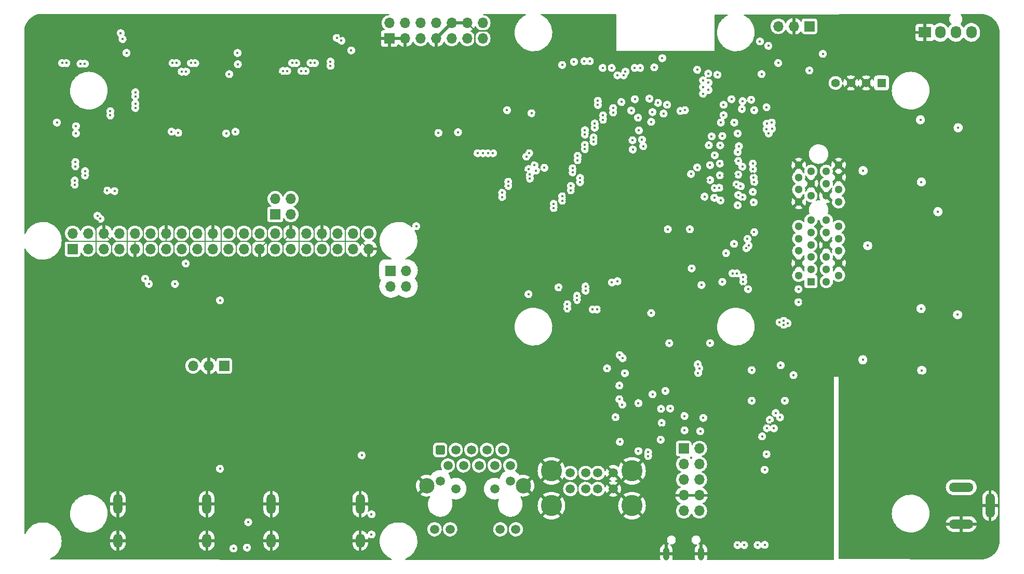
<source format=gbr>
G04 #@! TF.GenerationSoftware,KiCad,Pcbnew,(6.0.7)*
G04 #@! TF.CreationDate,2022-08-11T17:03:55+02:00*
G04 #@! TF.ProjectId,CM4IOv5,434d3449-4f76-4352-9e6b-696361645f70,rev?*
G04 #@! TF.SameCoordinates,Original*
G04 #@! TF.FileFunction,Copper,L2,Inr*
G04 #@! TF.FilePolarity,Positive*
%FSLAX46Y46*%
G04 Gerber Fmt 4.6, Leading zero omitted, Abs format (unit mm)*
G04 Created by KiCad (PCBNEW (6.0.7)) date 2022-08-11 17:03:55*
%MOMM*%
%LPD*%
G01*
G04 APERTURE LIST*
G04 Aperture macros list*
%AMRoundRect*
0 Rectangle with rounded corners*
0 $1 Rounding radius*
0 $2 $3 $4 $5 $6 $7 $8 $9 X,Y pos of 4 corners*
0 Add a 4 corners polygon primitive as box body*
4,1,4,$2,$3,$4,$5,$6,$7,$8,$9,$2,$3,0*
0 Add four circle primitives for the rounded corners*
1,1,$1+$1,$2,$3*
1,1,$1+$1,$4,$5*
1,1,$1+$1,$6,$7*
1,1,$1+$1,$8,$9*
0 Add four rect primitives between the rounded corners*
20,1,$1+$1,$2,$3,$4,$5,0*
20,1,$1+$1,$4,$5,$6,$7,0*
20,1,$1+$1,$6,$7,$8,$9,0*
20,1,$1+$1,$8,$9,$2,$3,0*%
G04 Aperture macros list end*
G04 #@! TA.AperFunction,ComponentPad*
%ADD10R,1.700000X1.700000*%
G04 #@! TD*
G04 #@! TA.AperFunction,ComponentPad*
%ADD11O,1.700000X1.700000*%
G04 #@! TD*
G04 #@! TA.AperFunction,ComponentPad*
%ADD12O,1.000000X2.150000*%
G04 #@! TD*
G04 #@! TA.AperFunction,ComponentPad*
%ADD13O,4.000000X1.500000*%
G04 #@! TD*
G04 #@! TA.AperFunction,ComponentPad*
%ADD14O,1.500000X4.000000*%
G04 #@! TD*
G04 #@! TA.AperFunction,ComponentPad*
%ADD15RoundRect,0.250500X-0.499500X-0.499500X0.499500X-0.499500X0.499500X0.499500X-0.499500X0.499500X0*%
G04 #@! TD*
G04 #@! TA.AperFunction,ComponentPad*
%ADD16C,1.500000*%
G04 #@! TD*
G04 #@! TA.AperFunction,ComponentPad*
%ADD17C,2.500000*%
G04 #@! TD*
G04 #@! TA.AperFunction,ComponentPad*
%ADD18O,1.500000X3.300000*%
G04 #@! TD*
G04 #@! TA.AperFunction,ComponentPad*
%ADD19O,1.500000X2.300000*%
G04 #@! TD*
G04 #@! TA.AperFunction,ComponentPad*
%ADD20C,3.450000*%
G04 #@! TD*
G04 #@! TA.AperFunction,ComponentPad*
%ADD21R,2.030000X1.730000*%
G04 #@! TD*
G04 #@! TA.AperFunction,ComponentPad*
%ADD22O,1.730000X2.030000*%
G04 #@! TD*
G04 #@! TA.AperFunction,ComponentPad*
%ADD23C,0.500000*%
G04 #@! TD*
G04 #@! TA.AperFunction,ComponentPad*
%ADD24R,1.408000X1.408000*%
G04 #@! TD*
G04 #@! TA.AperFunction,ComponentPad*
%ADD25C,1.408000*%
G04 #@! TD*
G04 #@! TA.AperFunction,ComponentPad*
%ADD26R,1.300000X1.300000*%
G04 #@! TD*
G04 #@! TA.AperFunction,ComponentPad*
%ADD27C,1.300000*%
G04 #@! TD*
G04 #@! TA.AperFunction,ViaPad*
%ADD28C,0.450000*%
G04 #@! TD*
G04 #@! TA.AperFunction,Conductor*
%ADD29C,0.130000*%
G04 #@! TD*
G04 #@! TA.AperFunction,Conductor*
%ADD30C,0.500000*%
G04 #@! TD*
G04 #@! TA.AperFunction,Conductor*
%ADD31C,0.230000*%
G04 #@! TD*
G04 #@! TA.AperFunction,Conductor*
%ADD32C,0.200000*%
G04 #@! TD*
G04 #@! TA.AperFunction,Conductor*
%ADD33C,0.254000*%
G04 #@! TD*
G04 APERTURE END LIST*
D10*
X112075000Y-127900000D03*
D11*
X109535000Y-127900000D03*
X106995000Y-127900000D03*
D10*
X87370000Y-108820000D03*
D11*
X87370000Y-106280000D03*
X89910000Y-108820000D03*
X89910000Y-106280000D03*
X92450000Y-108820000D03*
X92450000Y-106280000D03*
X94990000Y-108820000D03*
X94990000Y-106280000D03*
X97530000Y-108820000D03*
X97530000Y-106280000D03*
X100070000Y-108820000D03*
X100070000Y-106280000D03*
X102610000Y-108820000D03*
X102610000Y-106280000D03*
X105150000Y-108820000D03*
X105150000Y-106280000D03*
X107690000Y-108820000D03*
X107690000Y-106280000D03*
X110230000Y-108820000D03*
X110230000Y-106280000D03*
X112770000Y-108820000D03*
X112770000Y-106280000D03*
X115310000Y-108820000D03*
X115310000Y-106280000D03*
X117850000Y-108820000D03*
X117850000Y-106280000D03*
X120390000Y-108820000D03*
X120390000Y-106280000D03*
X122930000Y-108820000D03*
X122930000Y-106280000D03*
X125470000Y-108820000D03*
X125470000Y-106280000D03*
X128010000Y-108820000D03*
X128010000Y-106280000D03*
X130550000Y-108820000D03*
X130550000Y-106280000D03*
X133090000Y-108820000D03*
X133090000Y-106280000D03*
X135630000Y-108820000D03*
X135630000Y-106280000D03*
D10*
X187000000Y-141400000D03*
D11*
X189540000Y-141400000D03*
X187000000Y-143940000D03*
X189540000Y-143940000D03*
X187000000Y-146480000D03*
X189540000Y-146480000D03*
X187000000Y-149020000D03*
X189540000Y-149020000D03*
X187000000Y-151560000D03*
X189540000Y-151560000D03*
D10*
X139230000Y-112370000D03*
D11*
X141770000Y-112370000D03*
X139230000Y-114910000D03*
X141770000Y-114910000D03*
D12*
X184175000Y-158550000D03*
X189825000Y-158550000D03*
D13*
X232250000Y-147700000D03*
X232250000Y-153700000D03*
D14*
X236950000Y-150700000D03*
D15*
X147285000Y-141610000D03*
D16*
X148555000Y-144150000D03*
X149825000Y-141610000D03*
X151095000Y-144150000D03*
X152365000Y-141610000D03*
X153635000Y-144150000D03*
X154905000Y-141610000D03*
X156175000Y-144150000D03*
X157445000Y-141610000D03*
X158715000Y-144150000D03*
X147285000Y-146670000D03*
X149825000Y-147940000D03*
X156175000Y-147940000D03*
X158715000Y-146670000D03*
X146370000Y-154560000D03*
X148910000Y-154560000D03*
X157090000Y-154560000D03*
X159630000Y-154560000D03*
D17*
X145125000Y-147450000D03*
X160875000Y-147450000D03*
D18*
X134250000Y-150450000D03*
X119750000Y-150450000D03*
D19*
X119750000Y-156410000D03*
X134250000Y-156410000D03*
D18*
X109250000Y-150450000D03*
X94750000Y-150450000D03*
D19*
X94750000Y-156410000D03*
X109250000Y-156410000D03*
D16*
X168500000Y-145370000D03*
X171000000Y-145370000D03*
X173000000Y-145370000D03*
X175500000Y-145370000D03*
X168500000Y-147990000D03*
X171000000Y-147990000D03*
X173000000Y-147990000D03*
X175500000Y-147990000D03*
D20*
X165430000Y-150700000D03*
X178570000Y-150700000D03*
X165430000Y-145020000D03*
X178570000Y-145020000D03*
D21*
X226300000Y-73500000D03*
D22*
X228840000Y-73500000D03*
X231380000Y-73500000D03*
X233920000Y-73500000D03*
D23*
X227750000Y-94700000D03*
X227750000Y-96000000D03*
X229050000Y-94700000D03*
X229050000Y-96000000D03*
D24*
X219250000Y-81750000D03*
D25*
X216750000Y-81750000D03*
X214250000Y-81750000D03*
X211750000Y-81750000D03*
D10*
X120400000Y-103200000D03*
D11*
X120400000Y-100660000D03*
X122940000Y-103200000D03*
X122940000Y-100660000D03*
D10*
X139000000Y-74500000D03*
D11*
X139000000Y-71960000D03*
X141540000Y-74500000D03*
X141540000Y-71960000D03*
X144080000Y-74500000D03*
X144080000Y-71960000D03*
X146620000Y-74500000D03*
X146620000Y-71960000D03*
X149160000Y-74500000D03*
X149160000Y-71960000D03*
X151700000Y-74500000D03*
X151700000Y-71960000D03*
X154240000Y-74500000D03*
X154240000Y-71960000D03*
D10*
X207500000Y-72500000D03*
D11*
X204960000Y-72500000D03*
X202420000Y-72500000D03*
D23*
X229000000Y-126712500D03*
X229000000Y-125412500D03*
X227700000Y-125412500D03*
X227700000Y-126712500D03*
D26*
X207750000Y-114150000D03*
D27*
X205750000Y-113150000D03*
X207750000Y-112150000D03*
X205750000Y-111150000D03*
X207750000Y-110150000D03*
X205750000Y-109150000D03*
X207750000Y-108150000D03*
X205750000Y-107150000D03*
X207750000Y-106150000D03*
X205750000Y-105150000D03*
X207750000Y-104150000D03*
X205750000Y-101150000D03*
X207750000Y-100150000D03*
X205750000Y-99150000D03*
X207750000Y-98150000D03*
X205750000Y-97150000D03*
X207750000Y-96150000D03*
X205750000Y-95150000D03*
X210250000Y-114150000D03*
X212250000Y-113150000D03*
X210250000Y-112150000D03*
X212250000Y-111150000D03*
X210250000Y-110150000D03*
X212250000Y-109150000D03*
X210250000Y-108150000D03*
X212250000Y-107150000D03*
X210250000Y-106150000D03*
X212250000Y-105150000D03*
X210250000Y-104150000D03*
X212250000Y-101150000D03*
X210250000Y-100150000D03*
X212250000Y-99150000D03*
X210250000Y-98150000D03*
X212250000Y-97150000D03*
X210250000Y-96150000D03*
X212250000Y-95150000D03*
D28*
X117450000Y-72900000D03*
X224400000Y-124762500D03*
X232800000Y-126762500D03*
X233600000Y-127762500D03*
X232800000Y-125862500D03*
X232800000Y-127762500D03*
X233600000Y-128762500D03*
X232800000Y-128762500D03*
X223000000Y-127162500D03*
X233600000Y-125862500D03*
X232800000Y-124762500D03*
X231900000Y-125962500D03*
X231100000Y-125962500D03*
X233600000Y-124762500D03*
X233600000Y-123562500D03*
X232800000Y-123562500D03*
X223000000Y-125062500D03*
X223900000Y-127462500D03*
X225500000Y-124762500D03*
X225500000Y-127262500D03*
X222950000Y-126112500D03*
X231085000Y-127177500D03*
X224450000Y-126012500D03*
X231115000Y-124947500D03*
X233600000Y-126862500D03*
X204900000Y-138400000D03*
X213150000Y-134200000D03*
X193680000Y-157550000D03*
X224400000Y-95350000D03*
X230250000Y-132162500D03*
X226500000Y-132912500D03*
X226500000Y-131062500D03*
X230250000Y-131112500D03*
X230250000Y-130312500D03*
X226500000Y-132212500D03*
X230250000Y-132962500D03*
X226500000Y-130312500D03*
X223000000Y-128412500D03*
X167400000Y-118900000D03*
X169600000Y-95500000D03*
X175200000Y-115200000D03*
X193516744Y-98774022D03*
X207350000Y-156400000D03*
X175400000Y-131875000D03*
X124250000Y-80500000D03*
X161200000Y-90400000D03*
X107750000Y-77844990D03*
X158900000Y-89100000D03*
X96250000Y-74900000D03*
X169600000Y-96400000D03*
X170300000Y-114600000D03*
X141150000Y-134912500D03*
X159700000Y-94000000D03*
X193250000Y-133850000D03*
X93000000Y-122500000D03*
X129500000Y-151350000D03*
X224400000Y-94000000D03*
X106000000Y-151450000D03*
X88250000Y-77800000D03*
X169950000Y-78200000D03*
X122750000Y-80500000D03*
X130250000Y-77800000D03*
X187200000Y-105600000D03*
X192450000Y-71000000D03*
X171700000Y-116100000D03*
X232600000Y-95500000D03*
X125750000Y-77800000D03*
X110350000Y-133912500D03*
X221300000Y-94300000D03*
X156450000Y-132812500D03*
X178200000Y-79200000D03*
X220800000Y-112850000D03*
X103000000Y-148100000D03*
X193750000Y-146800000D03*
X198194979Y-103600000D03*
X208450000Y-158050000D03*
X236500000Y-122500000D03*
X171650000Y-90250000D03*
X208850000Y-146800000D03*
X101500000Y-148100000D03*
X209850000Y-85200000D03*
X182500000Y-131525000D03*
X225450000Y-125912500D03*
X98450000Y-147812500D03*
X106000000Y-148100000D03*
X106300000Y-79200000D03*
X192750000Y-79700000D03*
X194680000Y-155700000D03*
X169400000Y-98400000D03*
X91400000Y-104400000D03*
X121200000Y-80344990D03*
X112250000Y-79800000D03*
X123500000Y-151400000D03*
X223050000Y-98850000D03*
X177475000Y-137775000D03*
X179550000Y-92000000D03*
X162938528Y-86815411D03*
X172415000Y-126685000D03*
X101500000Y-157500000D03*
X97050000Y-84500000D03*
X94000000Y-72500000D03*
X169000000Y-117500000D03*
X179604000Y-139846000D03*
X191400000Y-158600000D03*
X204950000Y-115100000D03*
X176300000Y-125400000D03*
X190300000Y-95159958D03*
X224400000Y-98860010D03*
X171750000Y-89450000D03*
X226650000Y-101400000D03*
X144650000Y-131312500D03*
X178200000Y-126549990D03*
X195200000Y-96800000D03*
X166500000Y-101400000D03*
X85150000Y-79500000D03*
X159800000Y-103630010D03*
X121500000Y-72500000D03*
X86500000Y-157500000D03*
X86500000Y-72500000D03*
X168000000Y-78820010D03*
X173000000Y-137700000D03*
X164300655Y-102410010D03*
X226650000Y-99600000D03*
X103250000Y-77850000D03*
X181600000Y-143300000D03*
X167350000Y-117500000D03*
X180950000Y-131000000D03*
X198300000Y-98600000D03*
X183500000Y-85700000D03*
X173750000Y-84400000D03*
X168950000Y-116100000D03*
X126150000Y-79900000D03*
X159700000Y-91600000D03*
X178200000Y-88400000D03*
X175883000Y-135283000D03*
X225600000Y-96600000D03*
X171100000Y-97100000D03*
X213150000Y-139800000D03*
X131000000Y-148050000D03*
X231235000Y-96765000D03*
X175400000Y-132625000D03*
X193600000Y-100500000D03*
X223000000Y-96600000D03*
X236500000Y-132500000D03*
X167250000Y-115500000D03*
X98250000Y-86300000D03*
X226650000Y-100400000D03*
X232600000Y-94000000D03*
X236500000Y-77500000D03*
X190150000Y-79800000D03*
X81500000Y-72500000D03*
X94150000Y-87500000D03*
X214000000Y-155000000D03*
X131950000Y-143912500D03*
X123450000Y-143412500D03*
X152750000Y-157250000D03*
X167900000Y-100210010D03*
X171400000Y-118710010D03*
X181300000Y-79200000D03*
X209000000Y-72500000D03*
X198550000Y-142550000D03*
X225600000Y-95350000D03*
X128000000Y-151400000D03*
X81500000Y-152500000D03*
X123500000Y-148000000D03*
X225600000Y-94000000D03*
X197250000Y-105300000D03*
X109250000Y-77800000D03*
X156900000Y-99000000D03*
X114900000Y-151600000D03*
X112250000Y-77760009D03*
X161200000Y-100000000D03*
X149400000Y-137200000D03*
X164300000Y-88010010D03*
X87100000Y-89800000D03*
X233500000Y-94000000D03*
X161200000Y-98800000D03*
X162900000Y-98800000D03*
X121750000Y-146612500D03*
X94150000Y-85900000D03*
X195100000Y-90420010D03*
X161200000Y-97610010D03*
X206450000Y-117500000D03*
X197950000Y-106600000D03*
X196450000Y-112700000D03*
X174559486Y-133245488D03*
X88350000Y-90800000D03*
X110750000Y-77800000D03*
X233500000Y-98000000D03*
X114800000Y-148300000D03*
X126600000Y-119700000D03*
X210900000Y-158750000D03*
X115600000Y-138800000D03*
X98500000Y-151400000D03*
X196825453Y-91936823D03*
X199700000Y-75800000D03*
X200900000Y-138700000D03*
X175350000Y-71100000D03*
X236500000Y-112500000D03*
X161200000Y-102500000D03*
X87050000Y-97250000D03*
X180900000Y-87800000D03*
X203900000Y-127600000D03*
X174600000Y-87850000D03*
X107285000Y-123415000D03*
X198219139Y-100361721D03*
X194350000Y-113300000D03*
X171650000Y-114600000D03*
X166000000Y-71150000D03*
X196700000Y-96400000D03*
X178400000Y-125530032D03*
X112350000Y-142112500D03*
X220800000Y-113650000D03*
X173350000Y-89200000D03*
X174600000Y-87150000D03*
X209000000Y-132500000D03*
X90050000Y-97200000D03*
X131000000Y-151350000D03*
X90050000Y-95700000D03*
X162901867Y-93992530D03*
X124250000Y-77800000D03*
X193950000Y-108300000D03*
X182800000Y-86500000D03*
X89750000Y-77800000D03*
X223900000Y-128410010D03*
X94250000Y-77800000D03*
X92250000Y-99200000D03*
X191950000Y-76800000D03*
X225600000Y-98860010D03*
X173600000Y-118700000D03*
X125750000Y-79100000D03*
X164300000Y-90410010D03*
X81500000Y-130000000D03*
X129500000Y-148050000D03*
X104000000Y-72500000D03*
X173200000Y-88150000D03*
X232600000Y-98000000D03*
X151600000Y-137800000D03*
X173100000Y-91400000D03*
X183400000Y-137900000D03*
X237000000Y-142000000D03*
X106450000Y-137512500D03*
X196700000Y-102200000D03*
X154650000Y-121312500D03*
X200650000Y-80300000D03*
X162900000Y-103569990D03*
X224400000Y-96600000D03*
X175350000Y-72500000D03*
X161200000Y-95200000D03*
X162900000Y-91600000D03*
X176500000Y-157500000D03*
X185800000Y-136300000D03*
X233500000Y-99000000D03*
X208950000Y-139800000D03*
X174360000Y-141410000D03*
X231215000Y-93885000D03*
X112950000Y-131412500D03*
X214000000Y-157500000D03*
X193250000Y-135750000D03*
X161650000Y-127712500D03*
X127250000Y-77800000D03*
X106350000Y-80500000D03*
X104750000Y-79200000D03*
X161150000Y-115600000D03*
X196732552Y-94390137D03*
X85250000Y-77800000D03*
X173800000Y-85250000D03*
X236500000Y-157500000D03*
X81500000Y-102500000D03*
X92900000Y-87500000D03*
X169300000Y-99300000D03*
X183650000Y-105600000D03*
X88500000Y-97200000D03*
X127150000Y-139912500D03*
X234050000Y-145550000D03*
X87100000Y-98750000D03*
X193644988Y-92800000D03*
X104750000Y-80600000D03*
X94950000Y-99500000D03*
X233500000Y-95500000D03*
X99350000Y-145012500D03*
X176300000Y-127500000D03*
X159100000Y-124962500D03*
X122750000Y-77800000D03*
X129950000Y-128612500D03*
X161300000Y-96300000D03*
X183325000Y-131525000D03*
X173050000Y-90500000D03*
X88450000Y-94100000D03*
X222850000Y-136400000D03*
X179450000Y-86100000D03*
X114000000Y-72500000D03*
X175350000Y-73900000D03*
X154050000Y-130112500D03*
X157500000Y-85600000D03*
X134950000Y-141012500D03*
X230250000Y-99500000D03*
X121250000Y-77800000D03*
X193600000Y-105000000D03*
X171600000Y-92600000D03*
X183200000Y-140900000D03*
X154850000Y-115312500D03*
X187500000Y-131400000D03*
X88450000Y-98800000D03*
X181600000Y-131700000D03*
X172500000Y-78200000D03*
X81500000Y-95000000D03*
X112150000Y-116710010D03*
X195350000Y-112100000D03*
X81500000Y-142500000D03*
X146200000Y-89800000D03*
X232600000Y-99000000D03*
X213750000Y-85200000D03*
X104800000Y-90800000D03*
X225600000Y-129460010D03*
X117750000Y-128712500D03*
X224000000Y-157500000D03*
X107050000Y-147312500D03*
X182000000Y-142500000D03*
X87500000Y-88100000D03*
X171600000Y-91800000D03*
X236850000Y-94100000D03*
X200200000Y-140100000D03*
X182100000Y-84900000D03*
X195900000Y-131900000D03*
X196800000Y-93200000D03*
X195200000Y-94800000D03*
X104750000Y-77844990D03*
X179200000Y-90300000D03*
X126500000Y-151350000D03*
X197950000Y-157150000D03*
X149250000Y-126612500D03*
X199700000Y-142500000D03*
X131550000Y-135612500D03*
X162900000Y-101210010D03*
X155658314Y-75744990D03*
X187500000Y-129237500D03*
X182700000Y-119000000D03*
X223050000Y-97660010D03*
X178745999Y-131845999D03*
X155467559Y-137292894D03*
X122750000Y-79100000D03*
X177600000Y-139800000D03*
X206050000Y-158050000D03*
X124750000Y-128612500D03*
X155400000Y-139400000D03*
X166500000Y-102210010D03*
X170450000Y-94450000D03*
X184950000Y-76800000D03*
X167900000Y-101000000D03*
X114750000Y-89500000D03*
X131050000Y-74100000D03*
X230250000Y-101500000D03*
X118750000Y-135812500D03*
X195100000Y-103600000D03*
X170300000Y-93100000D03*
X182300000Y-158600000D03*
X103000000Y-90700000D03*
X198326926Y-96450546D03*
X164300000Y-85589990D03*
X230250000Y-102300000D03*
X192133781Y-95193358D03*
X187250000Y-76800000D03*
X154700000Y-92550000D03*
X230250000Y-100400000D03*
X174450000Y-85350000D03*
X148600000Y-89910010D03*
X88300000Y-79400000D03*
X213250000Y-146200000D03*
X221300000Y-96500000D03*
X207560000Y-144350000D03*
X154850000Y-116912500D03*
X103150000Y-79100000D03*
X149400000Y-139400000D03*
X86750000Y-77800000D03*
X201150000Y-156800000D03*
X174500000Y-79200000D03*
X103000000Y-151450000D03*
X170300000Y-116100000D03*
X162900000Y-99989990D03*
X226650000Y-102300000D03*
X114250000Y-77900000D03*
X175800000Y-87350000D03*
X189299680Y-96599671D03*
X96950000Y-82800000D03*
X181693000Y-137768000D03*
X236500000Y-72500000D03*
X231200000Y-95400000D03*
X201400000Y-137200000D03*
X161200000Y-88000000D03*
X166100000Y-74462500D03*
X159000000Y-97310010D03*
X181672000Y-135700000D03*
X162900000Y-89200000D03*
X128750000Y-77800000D03*
X195100000Y-85584990D03*
X233500000Y-92400000D03*
X221300000Y-95300000D03*
X87050000Y-91250000D03*
X134550000Y-123812500D03*
X94150000Y-74500000D03*
X81500000Y-82500000D03*
X104500000Y-148100000D03*
X110250000Y-144112500D03*
X223050000Y-95350000D03*
X99450000Y-115250000D03*
X159800000Y-86700000D03*
X87100000Y-94300000D03*
X205200000Y-77000000D03*
X92850000Y-85900000D03*
X101500000Y-151450000D03*
X109855000Y-118345000D03*
X125050000Y-135712500D03*
X233500000Y-96700000D03*
X192000000Y-92000000D03*
X232700000Y-92400000D03*
X161200000Y-85589990D03*
X108150000Y-78800000D03*
X223000000Y-129360010D03*
X171100000Y-98000000D03*
X196650000Y-114900000D03*
X103250000Y-140100000D03*
X177536000Y-135700000D03*
X175119153Y-92754991D03*
X170581263Y-143918737D03*
X162900000Y-97600000D03*
X232600000Y-96700000D03*
X81500000Y-115000000D03*
X193600000Y-96800000D03*
X92750000Y-77800000D03*
X128000000Y-148050000D03*
X155500000Y-92600000D03*
X234100000Y-144050000D03*
X220800000Y-112050000D03*
X163600000Y-157150000D03*
X86750000Y-79500000D03*
X161200000Y-92800000D03*
X126500000Y-148050000D03*
X128050000Y-72550000D03*
X164300000Y-92810010D03*
X191700000Y-136400000D03*
X98250000Y-82800000D03*
X87100000Y-95700000D03*
X157800000Y-101000000D03*
X189350000Y-76800000D03*
X124250000Y-79150000D03*
X91250000Y-77900000D03*
X198879990Y-95313931D03*
X170300000Y-117500000D03*
X191200000Y-100400000D03*
X175350000Y-75500000D03*
X153850000Y-92550000D03*
X195226569Y-101006627D03*
X175775000Y-141400000D03*
X202500000Y-77000000D03*
X104500000Y-151450000D03*
X88450000Y-95800000D03*
X143450000Y-105850000D03*
X98150000Y-84500000D03*
X193600000Y-94800000D03*
X174000000Y-127500000D03*
X159774984Y-101300004D03*
X196800000Y-90800000D03*
X209000000Y-122500000D03*
X223000000Y-94200000D03*
X179604000Y-135679000D03*
X190650063Y-97600882D03*
X168601867Y-118979990D03*
X195100000Y-92000000D03*
X121150000Y-79100000D03*
X220400000Y-135600000D03*
X198550000Y-144850000D03*
X195180800Y-98796776D03*
X189100000Y-111400000D03*
X224200000Y-129360010D03*
X153000000Y-137800000D03*
X105500000Y-85400000D03*
X196600000Y-101100000D03*
X192350000Y-75900000D03*
X157750000Y-98960010D03*
X87100000Y-92700000D03*
X106300000Y-77844990D03*
X96950000Y-86300000D03*
X127600000Y-79000000D03*
X195150000Y-102400000D03*
X181600000Y-139800000D03*
X195900000Y-130510010D03*
X104050000Y-114550000D03*
X99800000Y-114550000D03*
X225700000Y-118562500D03*
X225812500Y-128625000D03*
X216200000Y-126900000D03*
X217000000Y-108300000D03*
X231650000Y-119550000D03*
X228450000Y-102750000D03*
X157400000Y-100350000D03*
X87700000Y-98350000D03*
X87700000Y-97650000D03*
X157400000Y-99650000D03*
X89400000Y-96850000D03*
X158400000Y-98550000D03*
X158400000Y-97850000D03*
X89400000Y-96150000D03*
X161900000Y-97350000D03*
X87800000Y-95350000D03*
X87800000Y-94650000D03*
X161900000Y-96650000D03*
X161700000Y-116200000D03*
X182200000Y-79200000D03*
X196600000Y-84720010D03*
X143400000Y-105100000D03*
X178650000Y-91100000D03*
X170800000Y-78200000D03*
X176850000Y-84850000D03*
X168900000Y-95650000D03*
X97600000Y-83250000D03*
X168900000Y-96350000D03*
X97600000Y-83950000D03*
X170100000Y-97250000D03*
X97600000Y-85150000D03*
X97600000Y-85850000D03*
X170100000Y-97950000D03*
X89350000Y-78600000D03*
X168600000Y-98550000D03*
X88650000Y-78600000D03*
X168600000Y-99250000D03*
X167200000Y-100250000D03*
X93500000Y-86350000D03*
X167200000Y-100950000D03*
X93500000Y-87050000D03*
X165800000Y-101450000D03*
X86350000Y-78500000D03*
X165800000Y-102150000D03*
X85650000Y-78500000D03*
X103650000Y-78500000D03*
X169700000Y-94350000D03*
X169700000Y-93650000D03*
X104350000Y-78500000D03*
X105150000Y-79900000D03*
X170900000Y-92550000D03*
X170900000Y-91850000D03*
X105850000Y-79900000D03*
X106650000Y-78500000D03*
X172300000Y-91350000D03*
X107350000Y-78500000D03*
X172300000Y-90650000D03*
X173000000Y-84650000D03*
X129400000Y-78250000D03*
X173000000Y-85350000D03*
X129400000Y-78950000D03*
X126850000Y-78500000D03*
X175500000Y-85850000D03*
X175500000Y-86550000D03*
X126150000Y-78500000D03*
X125350000Y-79800000D03*
X173850000Y-87050000D03*
X124650000Y-79800000D03*
X173850000Y-87750000D03*
X123850000Y-78500000D03*
X172500000Y-88350000D03*
X123150000Y-78500000D03*
X172500000Y-89050000D03*
X170900000Y-89450000D03*
X122350000Y-79800000D03*
X170900000Y-90150000D03*
X121650000Y-79800000D03*
X201020010Y-136700000D03*
X195760000Y-157150000D03*
X202000000Y-135600000D03*
X201700000Y-138100000D03*
X200570010Y-138100000D03*
X196850000Y-157150000D03*
X199050000Y-157150000D03*
X199800000Y-139400000D03*
X196001924Y-92079994D03*
X198500000Y-106100000D03*
X200500000Y-142300000D03*
X202700000Y-136300000D03*
X192950000Y-91950000D03*
X191100000Y-91900000D03*
X192060347Y-93553326D03*
X195801924Y-93020006D03*
X195900000Y-94500000D03*
X192900000Y-94900000D03*
X198275038Y-94900000D03*
X191300000Y-95159967D03*
X189200000Y-95519989D03*
X196571159Y-95412331D03*
X198300000Y-95800000D03*
X188200000Y-96600000D03*
X192900000Y-96800000D03*
X195900000Y-96700000D03*
X191300000Y-97590984D03*
X198400000Y-97200000D03*
X198500000Y-97900000D03*
X192814650Y-98829922D03*
X190400000Y-100300000D03*
X196300000Y-98600000D03*
X192000000Y-100500000D03*
X198275018Y-99500000D03*
X195800000Y-101700000D03*
X195900000Y-100009990D03*
X196600000Y-100400000D03*
X155899999Y-93200001D03*
X162663238Y-95179940D03*
X155100000Y-93200000D03*
X164269990Y-95596020D03*
X154300000Y-93200000D03*
X162903625Y-96029406D03*
X153400000Y-93200000D03*
X161700000Y-95800000D03*
X174500000Y-128300000D03*
X188200000Y-142900000D03*
X194800000Y-84400000D03*
X181400000Y-84300000D03*
X198000000Y-84500000D03*
X175254910Y-79300000D03*
X181200000Y-142000000D03*
X181200000Y-142600000D03*
X209700000Y-77000000D03*
X161800000Y-93200000D03*
X147000000Y-89900000D03*
X158200000Y-86200000D03*
X162200000Y-86700000D03*
X93000000Y-99300000D03*
X91400000Y-103400000D03*
X191000000Y-80200000D03*
X177200000Y-80500000D03*
X95200000Y-73600000D03*
X200800000Y-75700000D03*
X181900000Y-86500000D03*
X130450000Y-74400000D03*
X150200000Y-89800000D03*
X161353008Y-93746992D03*
X195200000Y-108000000D03*
X193900000Y-109500000D03*
X177500000Y-79900000D03*
X189200000Y-79600000D03*
X94200000Y-99400000D03*
X95500000Y-74600000D03*
X199425000Y-74975000D03*
X131189949Y-74850000D03*
X183718779Y-86740611D03*
X91900000Y-103900000D03*
X195600000Y-98300000D03*
X192046881Y-98904712D03*
X180400000Y-92050000D03*
X196500000Y-86000000D03*
X181700000Y-119300000D03*
X177400000Y-129100000D03*
X193500000Y-85305009D03*
X188300000Y-112000000D03*
X184400000Y-105600000D03*
X180200000Y-91000000D03*
X197500000Y-115400000D03*
X193300000Y-114200000D03*
X176200000Y-114100000D03*
X196700000Y-114150000D03*
X169600000Y-116450000D03*
X194950000Y-112800000D03*
X115800000Y-157562500D03*
X113600000Y-157700000D03*
X196700000Y-113450000D03*
X169600000Y-117150000D03*
X195650000Y-112800000D03*
X183300000Y-134900000D03*
X184800000Y-134850000D03*
X171000000Y-114950000D03*
X171000000Y-115650000D03*
X205700000Y-117500000D03*
X166600000Y-115100000D03*
X205700000Y-115400000D03*
X207500000Y-79700000D03*
X193000000Y-100904756D03*
X176986750Y-134213250D03*
X191300000Y-124200000D03*
X96150000Y-76850000D03*
X179604000Y-141796000D03*
X176515500Y-131109500D03*
X184650000Y-124200000D03*
X202800000Y-127800000D03*
X105800000Y-111200000D03*
X179604000Y-133996000D03*
X183400000Y-137200000D03*
X195250000Y-88200000D03*
X197600000Y-108300000D03*
X193050000Y-88200000D03*
X132795001Y-76445001D03*
X176515500Y-133340500D03*
X198100000Y-128600000D03*
X184012500Y-132000000D03*
X114250000Y-76850000D03*
X187200000Y-86200000D03*
X186450000Y-86300000D03*
X183236290Y-139963710D03*
X84800000Y-88200000D03*
X197200000Y-108700000D03*
X116000000Y-153400000D03*
X183500000Y-77700000D03*
X181912500Y-132537500D03*
X175868000Y-136268000D03*
X176600000Y-140300000D03*
X200200000Y-144850000D03*
X200200000Y-157100000D03*
X204898661Y-129398661D03*
X168000000Y-118550000D03*
X168000000Y-117850000D03*
X198400000Y-101200000D03*
X136100000Y-155400000D03*
X188000000Y-105600000D03*
X136100000Y-152100000D03*
X225600000Y-87750000D03*
X225750000Y-97900000D03*
X190200000Y-136400000D03*
X189700000Y-138550000D03*
X187125000Y-138425000D03*
X187125000Y-136075000D03*
X112400000Y-90000000D03*
X104575000Y-89875000D03*
X87900000Y-90000000D03*
X112900000Y-80300000D03*
X87900000Y-88800000D03*
X113900000Y-89700000D03*
X103498133Y-89679990D03*
X114300000Y-78700000D03*
X178450000Y-86250000D03*
X169100000Y-78300000D03*
X171700000Y-78200000D03*
X179700000Y-89500000D03*
X182800000Y-85000000D03*
X179000000Y-79300000D03*
X179900000Y-79300000D03*
X184300000Y-85300000D03*
X193500000Y-87000000D03*
X198500000Y-86200000D03*
X178700000Y-92600000D03*
X134500000Y-142500000D03*
X199700000Y-80300000D03*
X192500000Y-80400000D03*
X167200000Y-78820010D03*
X179550000Y-87400000D03*
X191050000Y-81700000D03*
X189300000Y-127650000D03*
X190150000Y-81300000D03*
X203300000Y-121200000D03*
X191050000Y-82900000D03*
X200550000Y-88400000D03*
X216250000Y-96050000D03*
X111400000Y-117200000D03*
X202650000Y-120800000D03*
X203950000Y-120950000D03*
X231750000Y-89050000D03*
X201400000Y-89200000D03*
X200500000Y-89300000D03*
X189350000Y-129050000D03*
X201350000Y-88200000D03*
X99200000Y-113700000D03*
X190150000Y-82400000D03*
X190150000Y-83500000D03*
X200500000Y-85700000D03*
X189550000Y-128300000D03*
X111400000Y-144700000D03*
X203300000Y-120550000D03*
X200850000Y-90000000D03*
X179050000Y-84400000D03*
X176200000Y-80500000D03*
X173800000Y-79300000D03*
X181700000Y-88100000D03*
X195800000Y-90000000D03*
X191550000Y-90450000D03*
X189900000Y-114700000D03*
X175300000Y-114300000D03*
X177047488Y-126647488D03*
X172850000Y-118700000D03*
X172150000Y-118700000D03*
X176552512Y-126152512D03*
X202400000Y-78500000D03*
X193300000Y-90400000D03*
X198100000Y-133600000D03*
X197400000Y-107200000D03*
X203479990Y-133600000D03*
D29*
X108950000Y-104850000D02*
X109000000Y-104800000D01*
X91150000Y-105450000D02*
X91150000Y-104850000D01*
X129250000Y-107600000D02*
X134360000Y-107600000D01*
X93700000Y-107600000D02*
X93700000Y-110100000D01*
X93600000Y-110200000D02*
X96300000Y-110200000D01*
X114050000Y-105650000D02*
X114050000Y-104850000D01*
X124200000Y-110200000D02*
X126700000Y-110200000D01*
X137100000Y-105400000D02*
X136500000Y-104800000D01*
X114050000Y-110150000D02*
X114000000Y-110200000D01*
X124250000Y-109550000D02*
X124250000Y-110150000D01*
X131700000Y-104800000D02*
X129300000Y-104800000D01*
X98850000Y-104850000D02*
X98900000Y-104800000D01*
X119100000Y-110200000D02*
X121700000Y-110200000D01*
X86000000Y-105200000D02*
X86000000Y-107100000D01*
X119100000Y-105550000D02*
X119100000Y-109800000D01*
X128010000Y-106330000D02*
X128010000Y-107532081D01*
X121660000Y-107600000D02*
X121660000Y-109590000D01*
X124250000Y-110150000D02*
X124200000Y-110200000D01*
X102610000Y-107532081D02*
X102600000Y-107542081D01*
X86000000Y-110000000D02*
X86200000Y-110200000D01*
X101400000Y-104800000D02*
X98900000Y-104800000D01*
X86400000Y-104800000D02*
X86000000Y-105200000D01*
X134360000Y-107600000D02*
X135630000Y-108870000D01*
X114050000Y-107600000D02*
X119200000Y-107600000D01*
X106450000Y-107600000D02*
X106400000Y-107550000D01*
X121660000Y-107600000D02*
X129250000Y-107600000D01*
X111550000Y-109750000D02*
X111550000Y-110150000D01*
X103900000Y-105250000D02*
X103900000Y-110100000D01*
X126750000Y-105250000D02*
X126750000Y-107450000D01*
X119200000Y-107600000D02*
X121660000Y-107600000D01*
X97530000Y-107667919D02*
X97597919Y-107600000D01*
X116600000Y-105700000D02*
X116600000Y-104900000D01*
X126750000Y-107450000D02*
X126750000Y-110150000D01*
X91150000Y-105450000D02*
X91150000Y-109750000D01*
X114050000Y-104850000D02*
X114100000Y-104800000D01*
X106400000Y-109650000D02*
X106400000Y-110200000D01*
X98900000Y-104800000D02*
X96200000Y-104800000D01*
X126750000Y-110150000D02*
X126700000Y-110200000D01*
X98850000Y-110150000D02*
X98900000Y-110200000D01*
X121600000Y-104800000D02*
X119100000Y-104800000D01*
X119100000Y-109800000D02*
X119100000Y-110200000D01*
X111500000Y-104800000D02*
X109000000Y-104800000D01*
X131850000Y-104950000D02*
X131700000Y-104800000D01*
X102600000Y-107542081D02*
X102600000Y-107600000D01*
X101350000Y-105150000D02*
X101350000Y-104850000D01*
X121660000Y-104860000D02*
X121600000Y-104800000D01*
X93700000Y-110100000D02*
X93600000Y-110200000D01*
X116600000Y-104900000D02*
X116700000Y-104800000D01*
X116600000Y-110200000D02*
X119100000Y-110200000D01*
X94400000Y-107600000D02*
X98850000Y-107600000D01*
X91200000Y-104800000D02*
X86400000Y-104800000D01*
X129250000Y-107550000D02*
X129350000Y-107450000D01*
X114050000Y-105650000D02*
X114050000Y-109600000D01*
X96250000Y-105600000D02*
X96250000Y-104850000D01*
X102610000Y-106330000D02*
X102610000Y-107532081D01*
X106400000Y-109650000D02*
X106400000Y-104800000D01*
X91150000Y-110150000D02*
X91200000Y-110200000D01*
X101350000Y-107550000D02*
X101350000Y-105150000D01*
X129350000Y-105500000D02*
X129350000Y-109750000D01*
X126700000Y-104800000D02*
X124200000Y-104800000D01*
X106400000Y-107550000D02*
X103932468Y-107582468D01*
X137100000Y-106203398D02*
X137100000Y-105400000D01*
X119100000Y-105550000D02*
X119100000Y-104800000D01*
X129350000Y-104850000D02*
X129300000Y-104800000D01*
X101350000Y-104850000D02*
X101400000Y-104800000D01*
X102600000Y-107600000D02*
X98850000Y-107600000D01*
X121660000Y-107600000D02*
X121660000Y-104860000D01*
D30*
X146620000Y-74500000D02*
X149160000Y-71960000D01*
D29*
X129350000Y-109750000D02*
X129350000Y-110150000D01*
X86000000Y-107600000D02*
X86000000Y-110000000D01*
X103900000Y-110100000D02*
X103800000Y-110200000D01*
X86200000Y-110200000D02*
X91200000Y-110200000D01*
X131850000Y-110150000D02*
X131900000Y-110200000D01*
X124200000Y-104800000D02*
X121600000Y-104800000D01*
X136500000Y-104800000D02*
X134300000Y-104800000D01*
X134300000Y-104800000D02*
X131700000Y-104800000D01*
D31*
X151700000Y-71960000D02*
X152940000Y-73200000D01*
D29*
X101400000Y-107600000D02*
X101350000Y-107550000D01*
X116700000Y-104800000D02*
X114100000Y-104800000D01*
X108950000Y-110150000D02*
X108900000Y-110200000D01*
X103932468Y-107582468D02*
X102600000Y-107600000D01*
X96250000Y-109600000D02*
X96250000Y-110150000D01*
X91150000Y-104850000D02*
X91200000Y-104800000D01*
X124250000Y-104850000D02*
X124200000Y-104800000D01*
X137100000Y-110000000D02*
X137100000Y-106203398D01*
X101350000Y-110150000D02*
X101400000Y-110200000D01*
X124250000Y-109550000D02*
X124250000Y-104850000D01*
X103900000Y-105250000D02*
X103900000Y-104800000D01*
X187000000Y-149020000D02*
X189540000Y-149020000D01*
X106400000Y-104800000D02*
X103900000Y-104800000D01*
X108950000Y-109650000D02*
X108950000Y-110150000D01*
X109000000Y-104800000D02*
X106400000Y-104800000D01*
D31*
X152940000Y-73200000D02*
X152940000Y-75160000D01*
D29*
X91200000Y-110200000D02*
X93600000Y-110200000D01*
X131900000Y-110200000D02*
X136900000Y-110200000D01*
X96200000Y-104800000D02*
X91200000Y-104800000D01*
X91150000Y-109750000D02*
X91150000Y-110150000D01*
X129400000Y-110200000D02*
X131900000Y-110200000D01*
X97530000Y-108870000D02*
X97530000Y-107667919D01*
X93720000Y-107600000D02*
X92450000Y-106330000D01*
X119100000Y-104800000D02*
X116700000Y-104800000D01*
D31*
X152940000Y-73200000D02*
X155000000Y-73200000D01*
D29*
X103800000Y-110200000D02*
X106400000Y-110200000D01*
X121660000Y-110160000D02*
X121700000Y-110200000D01*
X101350000Y-107550000D02*
X101350000Y-110150000D01*
X121660000Y-109590000D02*
X121660000Y-110160000D01*
X108950000Y-105500000D02*
X108950000Y-104850000D01*
X129300000Y-104800000D02*
X126700000Y-104800000D01*
X86000000Y-107600000D02*
X94400000Y-107600000D01*
X98900000Y-110200000D02*
X101400000Y-110200000D01*
X121660000Y-107600000D02*
X122930000Y-106330000D01*
X96250000Y-105600000D02*
X96250000Y-109600000D01*
X111550000Y-104850000D02*
X111500000Y-104800000D01*
X98850000Y-109750000D02*
X98850000Y-110150000D01*
X131850000Y-105600000D02*
X131850000Y-104950000D01*
X131850000Y-109650000D02*
X131850000Y-110150000D01*
X101400000Y-110200000D02*
X103800000Y-110200000D01*
X108900000Y-110200000D02*
X111500000Y-110200000D01*
X98850000Y-105450000D02*
X98850000Y-104850000D01*
X129350000Y-110150000D02*
X129400000Y-110200000D01*
X136900000Y-110200000D02*
X137100000Y-110000000D01*
X131850000Y-105600000D02*
X131850000Y-109650000D01*
X114050000Y-109600000D02*
X114050000Y-110150000D01*
X111550000Y-110150000D02*
X111500000Y-110200000D01*
X110230000Y-107532081D02*
X110297919Y-107600000D01*
X96250000Y-110150000D02*
X96300000Y-110200000D01*
X98850000Y-109750000D02*
X98850000Y-105450000D01*
X110230000Y-106330000D02*
X110230000Y-107532081D01*
X106450000Y-107600000D02*
X114050000Y-107600000D01*
X129350000Y-105500000D02*
X129350000Y-104850000D01*
X121700000Y-110200000D02*
X124200000Y-110200000D01*
X108950000Y-105500000D02*
X108950000Y-109650000D01*
X126750000Y-105250000D02*
X126750000Y-104850000D01*
X111500000Y-110200000D02*
X114000000Y-110200000D01*
X116600000Y-107600000D02*
X116600000Y-110200000D01*
X128010000Y-107532081D02*
X128077919Y-107600000D01*
X134300000Y-107600000D02*
X134300000Y-104800000D01*
X116600000Y-107600000D02*
X116600000Y-105700000D01*
X114100000Y-104800000D02*
X111500000Y-104800000D01*
X111550000Y-105650000D02*
X111550000Y-104850000D01*
X126700000Y-110200000D02*
X129400000Y-110200000D01*
X106400000Y-110200000D02*
X108900000Y-110200000D01*
X114000000Y-110200000D02*
X116600000Y-110200000D01*
X129250000Y-107600000D02*
X129250000Y-107550000D01*
X111550000Y-105650000D02*
X111550000Y-109750000D01*
X96300000Y-110200000D02*
X98900000Y-110200000D01*
X96250000Y-104850000D02*
X96200000Y-104800000D01*
X86000000Y-107100000D02*
X86000000Y-107600000D01*
X117850000Y-108870000D02*
X119120000Y-107600000D01*
X126750000Y-104850000D02*
X126700000Y-104800000D01*
X118950000Y-107600000D02*
X119100000Y-107450000D01*
X103900000Y-104800000D02*
X101400000Y-104800000D01*
D32*
X230428601Y-70686620D02*
X230417797Y-70702638D01*
X230319812Y-70883858D01*
X230312324Y-70901670D01*
X230251404Y-71098471D01*
X230247519Y-71117398D01*
X230225985Y-71322283D01*
X230225850Y-71341603D01*
X230244521Y-71546769D01*
X230248142Y-71565749D01*
X230306308Y-71763380D01*
X230313546Y-71781295D01*
X230408992Y-71963865D01*
X230419571Y-71980032D01*
X230548660Y-72140587D01*
X230549155Y-72141092D01*
X230521185Y-72158065D01*
X230507660Y-72167928D01*
X230332635Y-72319806D01*
X230320963Y-72331808D01*
X230174031Y-72511005D01*
X230164550Y-72524801D01*
X230112045Y-72617038D01*
X229990157Y-72435991D01*
X229979667Y-72422944D01*
X229819712Y-72255268D01*
X229807174Y-72244176D01*
X229621255Y-72105849D01*
X229607028Y-72097027D01*
X229400460Y-71992002D01*
X229384950Y-71985704D01*
X229163639Y-71916985D01*
X229147289Y-71913390D01*
X228917564Y-71882942D01*
X228900842Y-71882154D01*
X228669272Y-71890848D01*
X228652656Y-71892888D01*
X228425861Y-71940475D01*
X228409827Y-71945285D01*
X228194291Y-72030403D01*
X228179296Y-72037847D01*
X227981185Y-72158065D01*
X227967660Y-72167928D01*
X227819746Y-72296280D01*
X227757125Y-72212724D01*
X227737276Y-72192875D01*
X227620834Y-72105607D01*
X227596214Y-72092128D01*
X227459959Y-72041048D01*
X227435899Y-72035327D01*
X227373781Y-72028579D01*
X227363089Y-72028000D01*
X226554000Y-72028000D01*
X226495809Y-72046907D01*
X226459845Y-72096407D01*
X226455000Y-72127000D01*
X226455000Y-74872999D01*
X226473907Y-74931190D01*
X226523407Y-74967154D01*
X226554000Y-74971999D01*
X227363088Y-74971999D01*
X227373778Y-74971420D01*
X227435897Y-74964673D01*
X227459959Y-74958952D01*
X227596214Y-74907872D01*
X227620834Y-74894393D01*
X227737276Y-74807125D01*
X227757125Y-74787276D01*
X227820370Y-74702887D01*
X227860288Y-74744732D01*
X227872826Y-74755824D01*
X228058745Y-74894151D01*
X228072972Y-74902973D01*
X228279540Y-75007998D01*
X228295050Y-75014296D01*
X228516361Y-75083015D01*
X228532711Y-75086610D01*
X228762436Y-75117058D01*
X228779158Y-75117846D01*
X229010728Y-75109152D01*
X229027344Y-75107112D01*
X229254139Y-75059525D01*
X229270173Y-75054715D01*
X229485709Y-74969597D01*
X229500704Y-74962153D01*
X229698815Y-74841935D01*
X229712340Y-74832072D01*
X229887365Y-74680194D01*
X229899037Y-74668192D01*
X230045969Y-74488995D01*
X230055450Y-74475199D01*
X230107955Y-74382962D01*
X230229843Y-74564009D01*
X230240333Y-74577056D01*
X230400288Y-74744732D01*
X230412826Y-74755824D01*
X230598745Y-74894151D01*
X230612972Y-74902973D01*
X230819540Y-75007998D01*
X230835050Y-75014296D01*
X231056361Y-75083015D01*
X231072711Y-75086610D01*
X231302436Y-75117058D01*
X231319158Y-75117846D01*
X231550728Y-75109152D01*
X231567344Y-75107112D01*
X231794139Y-75059525D01*
X231810173Y-75054715D01*
X232025709Y-74969597D01*
X232040704Y-74962153D01*
X232238815Y-74841935D01*
X232252340Y-74832072D01*
X232427365Y-74680194D01*
X232439037Y-74668192D01*
X232585969Y-74488995D01*
X232595450Y-74475199D01*
X232647955Y-74382962D01*
X232769843Y-74564009D01*
X232780333Y-74577056D01*
X232940288Y-74744732D01*
X232952826Y-74755824D01*
X233138745Y-74894151D01*
X233152972Y-74902973D01*
X233359540Y-75007998D01*
X233375050Y-75014296D01*
X233596361Y-75083015D01*
X233612711Y-75086610D01*
X233842436Y-75117058D01*
X233859158Y-75117846D01*
X234090728Y-75109152D01*
X234107344Y-75107112D01*
X234334139Y-75059525D01*
X234350173Y-75054715D01*
X234565709Y-74969597D01*
X234580704Y-74962153D01*
X234778815Y-74841935D01*
X234792340Y-74832072D01*
X234967365Y-74680194D01*
X234979037Y-74668192D01*
X235125969Y-74488995D01*
X235135450Y-74475199D01*
X235250089Y-74273808D01*
X235257111Y-74258612D01*
X235336178Y-74040784D01*
X235340539Y-74024622D01*
X235381775Y-73796587D01*
X235383245Y-73783633D01*
X235384390Y-73759353D01*
X235384500Y-73754690D01*
X235384500Y-73291814D01*
X235384146Y-73283444D01*
X235369491Y-73110726D01*
X235366670Y-73094224D01*
X235308452Y-72869922D01*
X235302892Y-72854133D01*
X235207715Y-72642847D01*
X235199573Y-72628220D01*
X235070157Y-72435991D01*
X235059667Y-72422944D01*
X234899712Y-72255268D01*
X234887174Y-72244176D01*
X234701255Y-72105849D01*
X234687028Y-72097027D01*
X234480460Y-71992002D01*
X234464950Y-71985704D01*
X234243639Y-71916985D01*
X234227289Y-71913390D01*
X233997564Y-71882942D01*
X233980842Y-71882154D01*
X233749272Y-71890848D01*
X233732656Y-71892888D01*
X233505861Y-71940475D01*
X233489827Y-71945285D01*
X233274291Y-72030403D01*
X233259296Y-72037847D01*
X233061185Y-72158065D01*
X233047660Y-72167928D01*
X232872635Y-72319806D01*
X232860963Y-72331808D01*
X232714031Y-72511005D01*
X232704550Y-72524801D01*
X232652045Y-72617038D01*
X232530157Y-72435991D01*
X232519667Y-72422944D01*
X232359712Y-72255268D01*
X232347174Y-72244176D01*
X232208981Y-72141358D01*
X232331399Y-71993380D01*
X232342203Y-71977362D01*
X232440188Y-71796142D01*
X232447676Y-71778330D01*
X232508596Y-71581529D01*
X232512481Y-71562602D01*
X232534015Y-71357717D01*
X232534150Y-71338397D01*
X232515479Y-71133231D01*
X232511858Y-71114251D01*
X232453692Y-70916620D01*
X232446454Y-70898705D01*
X232351008Y-70716135D01*
X232340429Y-70699968D01*
X232259651Y-70599500D01*
X235453351Y-70599500D01*
X235478593Y-70603430D01*
X235506658Y-70603773D01*
X235527340Y-70601069D01*
X235803169Y-70615524D01*
X236103015Y-70663015D01*
X236396261Y-70741590D01*
X236679685Y-70850386D01*
X236950188Y-70988215D01*
X237204789Y-71153555D01*
X237440717Y-71344605D01*
X237655395Y-71559283D01*
X237846445Y-71795211D01*
X238011785Y-72049812D01*
X238149614Y-72320315D01*
X238258410Y-72603739D01*
X238336985Y-72896985D01*
X238384476Y-73196831D01*
X238398569Y-73465751D01*
X238396570Y-73478593D01*
X238396227Y-73506659D01*
X238400500Y-73539336D01*
X238400500Y-156453351D01*
X238396570Y-156478593D01*
X238396227Y-156506658D01*
X238398931Y-156527340D01*
X238384476Y-156803169D01*
X238336985Y-157103015D01*
X238258410Y-157396261D01*
X238149614Y-157679685D01*
X238011785Y-157950188D01*
X237846445Y-158204789D01*
X237655395Y-158440717D01*
X237440717Y-158655395D01*
X237204789Y-158846445D01*
X236950188Y-159011785D01*
X236679685Y-159149614D01*
X236396261Y-159258410D01*
X236103015Y-159336985D01*
X235803169Y-159384476D01*
X235593510Y-159395464D01*
X212349000Y-159351188D01*
X212349000Y-152049439D01*
X220846058Y-152049439D01*
X220846254Y-152060663D01*
X220871929Y-152406158D01*
X220873394Y-152417287D01*
X220938015Y-152757654D01*
X220940731Y-152768546D01*
X221043467Y-153099411D01*
X221047398Y-153109925D01*
X221186929Y-153427032D01*
X221192025Y-153437034D01*
X221366556Y-153736308D01*
X221372752Y-153745668D01*
X221580040Y-154023261D01*
X221587255Y-154031860D01*
X221824635Y-154284202D01*
X221832778Y-154291929D01*
X222097198Y-154515777D01*
X222106163Y-154522533D01*
X222394224Y-154715009D01*
X222403895Y-154720706D01*
X222711893Y-154879336D01*
X222722148Y-154883901D01*
X223046124Y-155006644D01*
X223056830Y-155010020D01*
X223392617Y-155095299D01*
X223403636Y-155097441D01*
X223746920Y-155144160D01*
X223756383Y-155144988D01*
X223869287Y-155149424D01*
X223873174Y-155149500D01*
X224087754Y-155149500D01*
X224093367Y-155149341D01*
X224351503Y-155134683D01*
X224362656Y-155133412D01*
X224704100Y-155074741D01*
X224715037Y-155072216D01*
X225047644Y-154975270D01*
X225058225Y-154971523D01*
X225377720Y-154837548D01*
X225387810Y-154832627D01*
X225690084Y-154663345D01*
X225699551Y-154657314D01*
X225980719Y-154454902D01*
X225989442Y-154447838D01*
X226245889Y-154214898D01*
X226253757Y-154206891D01*
X226465105Y-153965894D01*
X229665191Y-153965894D01*
X229666233Y-153974504D01*
X229669893Y-153991720D01*
X229735924Y-154206355D01*
X229742574Y-154222651D01*
X229845569Y-154422201D01*
X229855000Y-154437062D01*
X229991705Y-154615219D01*
X230003619Y-154628175D01*
X230169712Y-154779308D01*
X230183731Y-154789950D01*
X230373962Y-154909282D01*
X230389645Y-154917273D01*
X230598002Y-155001032D01*
X230614852Y-155006119D01*
X230834749Y-155051657D01*
X230849126Y-155053550D01*
X230906114Y-155056836D01*
X230911813Y-155057000D01*
X231996000Y-155057000D01*
X232054191Y-155038093D01*
X232090155Y-154988593D01*
X232095000Y-154958000D01*
X232405000Y-154958000D01*
X232423907Y-155016191D01*
X232473407Y-155052155D01*
X232504000Y-155057000D01*
X233556977Y-155057000D01*
X233565777Y-155056608D01*
X233732473Y-155041731D01*
X233749796Y-155038614D01*
X233966399Y-154979358D01*
X233982897Y-154973223D01*
X234185584Y-154876546D01*
X234200734Y-154867586D01*
X234383097Y-154736545D01*
X234396421Y-154725044D01*
X234552696Y-154563780D01*
X234563772Y-154550102D01*
X234689021Y-154363713D01*
X234697501Y-154348289D01*
X234787763Y-154142666D01*
X234793377Y-154125984D01*
X234829118Y-153977111D01*
X234824317Y-153916114D01*
X234784580Y-153869589D01*
X234732853Y-153855000D01*
X232504000Y-153855000D01*
X232445809Y-153873907D01*
X232409845Y-153923407D01*
X232405000Y-153954000D01*
X232405000Y-154958000D01*
X232095000Y-154958000D01*
X232095000Y-153954000D01*
X232076093Y-153895809D01*
X232026593Y-153859845D01*
X231996000Y-153855000D01*
X229763474Y-153855000D01*
X229705283Y-153873907D01*
X229669319Y-153923407D01*
X229665191Y-153965894D01*
X226465105Y-153965894D01*
X226482185Y-153946418D01*
X226489096Y-153937573D01*
X226686571Y-153652915D01*
X226692436Y-153643344D01*
X226810891Y-153422889D01*
X229670882Y-153422889D01*
X229675683Y-153483886D01*
X229715420Y-153530411D01*
X229767147Y-153545000D01*
X231996000Y-153545000D01*
X232054191Y-153526093D01*
X232090155Y-153476593D01*
X232095000Y-153446000D01*
X232405000Y-153446000D01*
X232423907Y-153504191D01*
X232473407Y-153540155D01*
X232504000Y-153545000D01*
X234736526Y-153545000D01*
X234794717Y-153526093D01*
X234830681Y-153476593D01*
X234834809Y-153434106D01*
X234833767Y-153425496D01*
X234830107Y-153408280D01*
X234764076Y-153193645D01*
X234757426Y-153177349D01*
X234654431Y-152977799D01*
X234645000Y-152962938D01*
X234508295Y-152784781D01*
X234496381Y-152771825D01*
X234330288Y-152620692D01*
X234316269Y-152610050D01*
X234126038Y-152490718D01*
X234110355Y-152482727D01*
X233901998Y-152398968D01*
X233885148Y-152393881D01*
X233665251Y-152348343D01*
X233650874Y-152346450D01*
X233593886Y-152343164D01*
X233588187Y-152343000D01*
X232504000Y-152343000D01*
X232445809Y-152361907D01*
X232409845Y-152411407D01*
X232405000Y-152442000D01*
X232405000Y-153446000D01*
X232095000Y-153446000D01*
X232095000Y-152442000D01*
X232076093Y-152383809D01*
X232026593Y-152347845D01*
X231996000Y-152343000D01*
X230943023Y-152343000D01*
X230934223Y-152343392D01*
X230767527Y-152358269D01*
X230750204Y-152361386D01*
X230533601Y-152420642D01*
X230517103Y-152426777D01*
X230314416Y-152523454D01*
X230299266Y-152532414D01*
X230116903Y-152663455D01*
X230103579Y-152674956D01*
X229947304Y-152836220D01*
X229936228Y-152849898D01*
X229810979Y-153036287D01*
X229802499Y-153051711D01*
X229712237Y-153257334D01*
X229706623Y-153274016D01*
X229670882Y-153422889D01*
X226810891Y-153422889D01*
X226856416Y-153338162D01*
X226861160Y-153327988D01*
X226989539Y-153006204D01*
X226993101Y-152995559D01*
X227084227Y-152661311D01*
X227086561Y-152650331D01*
X227139264Y-152307915D01*
X227140340Y-152296742D01*
X227151725Y-152006977D01*
X235593000Y-152006977D01*
X235593392Y-152015777D01*
X235608269Y-152182473D01*
X235611386Y-152199796D01*
X235670642Y-152416399D01*
X235676777Y-152432897D01*
X235773454Y-152635584D01*
X235782414Y-152650734D01*
X235913455Y-152833097D01*
X235924956Y-152846421D01*
X236086220Y-153002696D01*
X236099898Y-153013772D01*
X236286287Y-153139021D01*
X236301711Y-153147501D01*
X236507334Y-153237763D01*
X236524016Y-153243377D01*
X236672889Y-153279118D01*
X236733886Y-153274317D01*
X236780411Y-153234580D01*
X236793964Y-153186526D01*
X237105000Y-153186526D01*
X237123907Y-153244717D01*
X237173407Y-153280681D01*
X237215894Y-153284809D01*
X237224504Y-153283767D01*
X237241720Y-153280107D01*
X237456355Y-153214076D01*
X237472651Y-153207426D01*
X237672201Y-153104431D01*
X237687062Y-153095000D01*
X237865219Y-152958295D01*
X237878175Y-152946381D01*
X238029308Y-152780288D01*
X238039950Y-152766269D01*
X238159282Y-152576038D01*
X238167273Y-152560355D01*
X238251032Y-152351998D01*
X238256119Y-152335148D01*
X238301657Y-152115251D01*
X238303550Y-152100874D01*
X238306836Y-152043886D01*
X238307000Y-152038187D01*
X238307000Y-150954000D01*
X238288093Y-150895809D01*
X238238593Y-150859845D01*
X238208000Y-150855000D01*
X237204000Y-150855000D01*
X237145809Y-150873907D01*
X237109845Y-150923407D01*
X237105000Y-150954000D01*
X237105000Y-153186526D01*
X236793964Y-153186526D01*
X236795000Y-153182853D01*
X236795000Y-150954000D01*
X236776093Y-150895809D01*
X236726593Y-150859845D01*
X236696000Y-150855000D01*
X235692000Y-150855000D01*
X235633809Y-150873907D01*
X235597845Y-150923407D01*
X235593000Y-150954000D01*
X235593000Y-152006977D01*
X227151725Y-152006977D01*
X227153942Y-151950561D01*
X227153746Y-151939337D01*
X227128071Y-151593842D01*
X227126606Y-151582713D01*
X227061985Y-151242346D01*
X227059269Y-151231454D01*
X226956533Y-150900589D01*
X226952602Y-150890075D01*
X226813071Y-150572968D01*
X226807975Y-150562966D01*
X226739763Y-150446000D01*
X235593000Y-150446000D01*
X235611907Y-150504191D01*
X235661407Y-150540155D01*
X235692000Y-150545000D01*
X236696000Y-150545000D01*
X236754191Y-150526093D01*
X236790155Y-150476593D01*
X236795000Y-150446000D01*
X237105000Y-150446000D01*
X237123907Y-150504191D01*
X237173407Y-150540155D01*
X237204000Y-150545000D01*
X238208000Y-150545000D01*
X238266191Y-150526093D01*
X238302155Y-150476593D01*
X238307000Y-150446000D01*
X238307000Y-149393023D01*
X238306608Y-149384223D01*
X238291731Y-149217527D01*
X238288614Y-149200204D01*
X238229358Y-148983601D01*
X238223223Y-148967103D01*
X238126546Y-148764416D01*
X238117586Y-148749266D01*
X237986545Y-148566903D01*
X237975044Y-148553579D01*
X237813780Y-148397304D01*
X237800102Y-148386228D01*
X237613713Y-148260979D01*
X237598289Y-148252499D01*
X237392666Y-148162237D01*
X237375984Y-148156623D01*
X237227111Y-148120882D01*
X237166114Y-148125683D01*
X237119589Y-148165420D01*
X237105000Y-148217147D01*
X237105000Y-150446000D01*
X236795000Y-150446000D01*
X236795000Y-148213474D01*
X236776093Y-148155283D01*
X236726593Y-148119319D01*
X236684106Y-148115191D01*
X236675496Y-148116233D01*
X236658280Y-148119893D01*
X236443645Y-148185924D01*
X236427349Y-148192574D01*
X236227799Y-148295569D01*
X236212938Y-148305000D01*
X236034781Y-148441705D01*
X236021825Y-148453619D01*
X235870692Y-148619712D01*
X235860050Y-148633731D01*
X235740718Y-148823962D01*
X235732727Y-148839645D01*
X235648968Y-149048002D01*
X235643881Y-149064852D01*
X235598343Y-149284749D01*
X235596450Y-149299126D01*
X235593164Y-149356114D01*
X235593000Y-149361813D01*
X235593000Y-150446000D01*
X226739763Y-150446000D01*
X226633444Y-150263692D01*
X226627248Y-150254332D01*
X226419960Y-149976739D01*
X226412745Y-149968140D01*
X226175365Y-149715798D01*
X226167222Y-149708071D01*
X225902802Y-149484223D01*
X225893837Y-149477467D01*
X225605776Y-149284991D01*
X225596105Y-149279294D01*
X225288107Y-149120664D01*
X225277852Y-149116099D01*
X224953876Y-148993356D01*
X224943170Y-148989980D01*
X224607383Y-148904701D01*
X224596364Y-148902559D01*
X224253080Y-148855840D01*
X224243617Y-148855012D01*
X224130713Y-148850576D01*
X224126826Y-148850500D01*
X223912246Y-148850500D01*
X223906633Y-148850659D01*
X223648497Y-148865317D01*
X223637344Y-148866588D01*
X223295900Y-148925259D01*
X223284963Y-148927784D01*
X222952356Y-149024730D01*
X222941775Y-149028477D01*
X222622280Y-149162452D01*
X222612190Y-149167373D01*
X222309916Y-149336655D01*
X222300449Y-149342686D01*
X222019281Y-149545098D01*
X222010558Y-149552162D01*
X221754111Y-149785102D01*
X221746243Y-149793109D01*
X221517815Y-150053582D01*
X221510904Y-150062427D01*
X221313429Y-150347085D01*
X221307564Y-150356656D01*
X221143584Y-150661838D01*
X221138840Y-150672012D01*
X221010461Y-150993796D01*
X221006899Y-151004441D01*
X220915773Y-151338689D01*
X220913439Y-151349669D01*
X220860736Y-151692085D01*
X220859660Y-151703258D01*
X220846058Y-152049439D01*
X212349000Y-152049439D01*
X212349000Y-147733739D01*
X229646230Y-147733739D01*
X229646783Y-147751331D01*
X229673600Y-147972937D01*
X229677259Y-147990154D01*
X229742895Y-148203510D01*
X229749546Y-148219807D01*
X229851928Y-148418166D01*
X229861359Y-148433026D01*
X229997248Y-148610121D01*
X230009162Y-148623078D01*
X230174265Y-148773310D01*
X230188284Y-148783951D01*
X230377381Y-148902572D01*
X230393064Y-148910563D01*
X230600179Y-148993822D01*
X230617029Y-148998909D01*
X230835614Y-149044176D01*
X230849991Y-149046069D01*
X230906650Y-149049336D01*
X230912349Y-149049500D01*
X233556630Y-149049500D01*
X233565430Y-149049108D01*
X233731139Y-149034319D01*
X233748463Y-149031202D01*
X233963775Y-148972299D01*
X233980272Y-148966164D01*
X234181750Y-148870064D01*
X234196900Y-148861104D01*
X234378176Y-148730844D01*
X234391499Y-148719343D01*
X234546843Y-148559041D01*
X234557920Y-148545363D01*
X234682421Y-148360085D01*
X234690901Y-148344661D01*
X234780625Y-148140264D01*
X234786239Y-148123582D01*
X234838350Y-147906526D01*
X234840921Y-147889114D01*
X234853770Y-147666261D01*
X234853217Y-147648669D01*
X234826400Y-147427063D01*
X234822741Y-147409846D01*
X234757105Y-147196490D01*
X234750454Y-147180193D01*
X234648072Y-146981834D01*
X234638641Y-146966974D01*
X234502752Y-146789879D01*
X234490838Y-146776922D01*
X234325735Y-146626690D01*
X234311716Y-146616049D01*
X234122619Y-146497428D01*
X234106936Y-146489437D01*
X233899821Y-146406178D01*
X233882971Y-146401091D01*
X233664386Y-146355824D01*
X233650009Y-146353931D01*
X233593350Y-146350664D01*
X233587651Y-146350500D01*
X230943370Y-146350500D01*
X230934570Y-146350892D01*
X230768861Y-146365681D01*
X230751537Y-146368798D01*
X230536225Y-146427701D01*
X230519728Y-146433836D01*
X230318250Y-146529936D01*
X230303100Y-146538896D01*
X230121824Y-146669156D01*
X230108501Y-146680657D01*
X229953157Y-146840959D01*
X229942080Y-146854637D01*
X229817579Y-147039915D01*
X229809099Y-147055339D01*
X229719375Y-147259736D01*
X229713761Y-147276418D01*
X229661650Y-147493474D01*
X229659079Y-147510886D01*
X229646230Y-147733739D01*
X212349000Y-147733739D01*
X212349000Y-128624467D01*
X224983952Y-128624467D01*
X224999835Y-128786455D01*
X225004424Y-128808043D01*
X225055801Y-128962487D01*
X225065059Y-128982522D01*
X225149375Y-129121745D01*
X225162841Y-129139232D01*
X225275907Y-129256316D01*
X225292913Y-129270385D01*
X225429109Y-129359509D01*
X225448810Y-129369460D01*
X225601367Y-129426195D01*
X225622781Y-129431534D01*
X225784116Y-129453061D01*
X225806183Y-129453524D01*
X225968278Y-129438772D01*
X225989898Y-129434334D01*
X226144697Y-129384037D01*
X226164797Y-129374919D01*
X226304605Y-129291576D01*
X226322184Y-129278232D01*
X226440054Y-129165986D01*
X226454241Y-129149079D01*
X226544314Y-129013509D01*
X226554403Y-128993879D01*
X226612202Y-128841722D01*
X226617691Y-128820344D01*
X226640343Y-128659163D01*
X226641296Y-128646769D01*
X226641581Y-128626384D01*
X226640974Y-128613965D01*
X226622831Y-128452214D01*
X226617941Y-128430691D01*
X226564413Y-128276980D01*
X226554877Y-128257076D01*
X226468625Y-128119044D01*
X226454916Y-128101747D01*
X226340226Y-127986253D01*
X226323024Y-127972423D01*
X226185597Y-127885210D01*
X226165761Y-127875535D01*
X226012427Y-127820935D01*
X225990939Y-127815895D01*
X225829319Y-127796623D01*
X225807249Y-127796469D01*
X225645376Y-127813482D01*
X225623820Y-127818222D01*
X225469738Y-127870676D01*
X225449768Y-127880073D01*
X225311137Y-127965359D01*
X225293744Y-127978947D01*
X225177453Y-128092828D01*
X225163504Y-128109932D01*
X225075333Y-128246747D01*
X225065519Y-128266516D01*
X225009850Y-128419465D01*
X225004661Y-128440917D01*
X224984261Y-128602398D01*
X224983952Y-128624467D01*
X212349000Y-128624467D01*
X212349000Y-126899467D01*
X215371452Y-126899467D01*
X215387335Y-127061455D01*
X215391924Y-127083043D01*
X215443301Y-127237487D01*
X215452559Y-127257522D01*
X215536875Y-127396745D01*
X215550341Y-127414232D01*
X215663407Y-127531316D01*
X215680413Y-127545385D01*
X215816609Y-127634509D01*
X215836310Y-127644460D01*
X215988867Y-127701195D01*
X216010281Y-127706534D01*
X216171616Y-127728061D01*
X216193683Y-127728524D01*
X216355778Y-127713772D01*
X216377398Y-127709334D01*
X216532197Y-127659037D01*
X216552297Y-127649919D01*
X216636036Y-127600000D01*
X225243138Y-127600000D01*
X231443138Y-127600000D01*
X231443138Y-124200000D01*
X225243138Y-124200000D01*
X225243138Y-127600000D01*
X216636036Y-127600000D01*
X216692105Y-127566576D01*
X216709684Y-127553232D01*
X216827554Y-127440986D01*
X216841741Y-127424079D01*
X216931814Y-127288509D01*
X216941903Y-127268879D01*
X216999702Y-127116722D01*
X217005191Y-127095344D01*
X217027843Y-126934163D01*
X217028796Y-126921769D01*
X217029081Y-126901384D01*
X217028474Y-126888965D01*
X217010331Y-126727214D01*
X217005441Y-126705691D01*
X216951913Y-126551980D01*
X216942377Y-126532076D01*
X216856125Y-126394044D01*
X216842416Y-126376747D01*
X216727726Y-126261253D01*
X216710524Y-126247423D01*
X216573097Y-126160210D01*
X216553261Y-126150535D01*
X216399927Y-126095935D01*
X216378439Y-126090895D01*
X216216819Y-126071623D01*
X216194749Y-126071469D01*
X216032876Y-126088482D01*
X216011320Y-126093222D01*
X215857238Y-126145676D01*
X215837268Y-126155073D01*
X215698637Y-126240359D01*
X215681244Y-126253947D01*
X215564953Y-126367828D01*
X215551004Y-126384932D01*
X215462833Y-126521747D01*
X215453019Y-126541516D01*
X215397350Y-126694465D01*
X215392161Y-126715917D01*
X215371761Y-126877398D01*
X215371452Y-126899467D01*
X212349000Y-126899467D01*
X212349000Y-119549467D01*
X230821452Y-119549467D01*
X230837335Y-119711455D01*
X230841924Y-119733043D01*
X230893301Y-119887487D01*
X230902559Y-119907522D01*
X230986875Y-120046745D01*
X231000341Y-120064232D01*
X231113407Y-120181316D01*
X231130413Y-120195385D01*
X231266609Y-120284509D01*
X231286310Y-120294460D01*
X231438867Y-120351195D01*
X231460281Y-120356534D01*
X231621616Y-120378061D01*
X231643683Y-120378524D01*
X231805778Y-120363772D01*
X231827398Y-120359334D01*
X231982197Y-120309037D01*
X232002297Y-120299919D01*
X232142105Y-120216576D01*
X232159684Y-120203232D01*
X232277554Y-120090986D01*
X232291741Y-120074079D01*
X232381814Y-119938509D01*
X232391903Y-119918879D01*
X232449702Y-119766722D01*
X232455191Y-119745344D01*
X232477843Y-119584163D01*
X232478796Y-119571769D01*
X232479081Y-119551384D01*
X232478474Y-119538965D01*
X232460331Y-119377214D01*
X232455441Y-119355691D01*
X232401913Y-119201980D01*
X232392377Y-119182076D01*
X232306125Y-119044044D01*
X232292416Y-119026747D01*
X232177726Y-118911253D01*
X232160524Y-118897423D01*
X232023097Y-118810210D01*
X232003261Y-118800535D01*
X231849927Y-118745935D01*
X231828439Y-118740895D01*
X231666819Y-118721623D01*
X231644749Y-118721469D01*
X231482876Y-118738482D01*
X231461320Y-118743222D01*
X231307238Y-118795676D01*
X231287268Y-118805073D01*
X231148637Y-118890359D01*
X231131244Y-118903947D01*
X231014953Y-119017828D01*
X231001004Y-119034932D01*
X230912833Y-119171747D01*
X230903019Y-119191516D01*
X230847350Y-119344465D01*
X230842161Y-119365917D01*
X230821761Y-119527398D01*
X230821452Y-119549467D01*
X212349000Y-119549467D01*
X212349000Y-118561967D01*
X224871452Y-118561967D01*
X224887335Y-118723955D01*
X224891924Y-118745543D01*
X224943301Y-118899987D01*
X224952559Y-118920022D01*
X225036875Y-119059245D01*
X225050341Y-119076732D01*
X225163407Y-119193816D01*
X225180413Y-119207885D01*
X225316609Y-119297009D01*
X225336310Y-119306960D01*
X225488867Y-119363695D01*
X225510281Y-119369034D01*
X225671616Y-119390561D01*
X225693683Y-119391024D01*
X225855778Y-119376272D01*
X225877398Y-119371834D01*
X226032197Y-119321537D01*
X226052297Y-119312419D01*
X226192105Y-119229076D01*
X226209684Y-119215732D01*
X226327554Y-119103486D01*
X226341741Y-119086579D01*
X226431814Y-118951009D01*
X226441903Y-118931379D01*
X226499702Y-118779222D01*
X226505191Y-118757844D01*
X226527843Y-118596663D01*
X226528796Y-118584269D01*
X226529081Y-118563884D01*
X226528474Y-118551465D01*
X226510331Y-118389714D01*
X226505441Y-118368191D01*
X226451913Y-118214480D01*
X226442377Y-118194576D01*
X226356125Y-118056544D01*
X226342416Y-118039247D01*
X226227726Y-117923753D01*
X226210524Y-117909923D01*
X226073097Y-117822710D01*
X226053261Y-117813035D01*
X225899927Y-117758435D01*
X225878439Y-117753395D01*
X225716819Y-117734123D01*
X225694749Y-117733969D01*
X225532876Y-117750982D01*
X225511320Y-117755722D01*
X225357238Y-117808176D01*
X225337268Y-117817573D01*
X225198637Y-117902859D01*
X225181244Y-117916447D01*
X225064953Y-118030328D01*
X225051004Y-118047432D01*
X224962833Y-118184247D01*
X224953019Y-118204016D01*
X224897350Y-118356965D01*
X224892161Y-118378417D01*
X224871761Y-118539898D01*
X224871452Y-118561967D01*
X212349000Y-118561967D01*
X212349000Y-114398294D01*
X212533936Y-114371479D01*
X212551552Y-114367250D01*
X212751777Y-114299283D01*
X212768329Y-114291914D01*
X212952816Y-114188596D01*
X212967746Y-114178335D01*
X213130316Y-114043128D01*
X213143128Y-114030316D01*
X213278335Y-113867746D01*
X213288596Y-113852816D01*
X213391914Y-113668329D01*
X213399283Y-113651777D01*
X213467250Y-113451552D01*
X213471479Y-113433936D01*
X213501821Y-113224676D01*
X213502812Y-113213061D01*
X213504395Y-113152591D01*
X213504014Y-113140941D01*
X213484666Y-112930381D01*
X213481364Y-112912568D01*
X213423969Y-112709059D01*
X213417476Y-112692144D01*
X213323955Y-112502503D01*
X213314489Y-112487056D01*
X213187975Y-112317633D01*
X213175852Y-112304169D01*
X213020582Y-112160639D01*
X213006209Y-112149610D01*
X212966038Y-112124264D01*
X212967671Y-112110469D01*
X212940577Y-112059779D01*
X212250000Y-111369202D01*
X212250000Y-111134513D01*
X212511429Y-111134513D01*
X212521000Y-111194945D01*
X212539206Y-111220004D01*
X213159779Y-111840577D01*
X213214296Y-111868354D01*
X213274728Y-111858783D01*
X213316160Y-111818947D01*
X213398795Y-111671393D01*
X213406164Y-111654841D01*
X213474574Y-111453310D01*
X213478803Y-111435694D01*
X213509342Y-111225071D01*
X213510333Y-111213457D01*
X213511927Y-111152592D01*
X213511546Y-111140941D01*
X213492072Y-110929008D01*
X213488770Y-110911195D01*
X213431001Y-110706360D01*
X213424508Y-110689445D01*
X213330377Y-110498568D01*
X213320911Y-110483121D01*
X213310338Y-110468962D01*
X213260372Y-110433649D01*
X213199192Y-110434450D01*
X213161010Y-110458192D01*
X212539206Y-111079996D01*
X212511429Y-111134513D01*
X212250000Y-111134513D01*
X212250000Y-110930798D01*
X212939349Y-110241449D01*
X212967126Y-110186932D01*
X212965959Y-110179563D01*
X212967746Y-110178335D01*
X213130316Y-110043128D01*
X213143128Y-110030316D01*
X213278335Y-109867746D01*
X213288596Y-109852816D01*
X213391914Y-109668329D01*
X213399283Y-109651777D01*
X213467250Y-109451552D01*
X213471479Y-109433936D01*
X213501821Y-109224676D01*
X213502812Y-109213061D01*
X213504395Y-109152591D01*
X213504014Y-109140941D01*
X213484666Y-108930381D01*
X213481364Y-108912568D01*
X213423969Y-108709059D01*
X213417476Y-108692144D01*
X213323955Y-108502503D01*
X213314489Y-108487056D01*
X213187975Y-108317633D01*
X213175852Y-108304169D01*
X213170765Y-108299467D01*
X216171452Y-108299467D01*
X216187335Y-108461455D01*
X216191924Y-108483043D01*
X216243301Y-108637487D01*
X216252559Y-108657522D01*
X216336875Y-108796745D01*
X216350341Y-108814232D01*
X216463407Y-108931316D01*
X216480413Y-108945385D01*
X216616609Y-109034509D01*
X216636310Y-109044460D01*
X216788867Y-109101195D01*
X216810281Y-109106534D01*
X216971616Y-109128061D01*
X216993683Y-109128524D01*
X217155778Y-109113772D01*
X217177398Y-109109334D01*
X217332197Y-109059037D01*
X217352297Y-109049919D01*
X217492105Y-108966576D01*
X217509684Y-108953232D01*
X217627554Y-108840986D01*
X217641741Y-108824079D01*
X217731814Y-108688509D01*
X217741903Y-108668879D01*
X217799702Y-108516722D01*
X217805191Y-108495344D01*
X217827843Y-108334163D01*
X217828796Y-108321769D01*
X217829081Y-108301384D01*
X217828474Y-108288965D01*
X217810331Y-108127214D01*
X217805441Y-108105691D01*
X217751913Y-107951980D01*
X217742377Y-107932076D01*
X217656125Y-107794044D01*
X217642416Y-107776747D01*
X217527726Y-107661253D01*
X217510524Y-107647423D01*
X217373097Y-107560210D01*
X217353261Y-107550535D01*
X217199927Y-107495935D01*
X217178439Y-107490895D01*
X217016819Y-107471623D01*
X216994749Y-107471469D01*
X216832876Y-107488482D01*
X216811320Y-107493222D01*
X216657238Y-107545676D01*
X216637268Y-107555073D01*
X216498637Y-107640359D01*
X216481244Y-107653947D01*
X216364953Y-107767828D01*
X216351004Y-107784932D01*
X216262833Y-107921747D01*
X216253019Y-107941516D01*
X216197350Y-108094465D01*
X216192161Y-108115917D01*
X216171761Y-108277398D01*
X216171452Y-108299467D01*
X213170765Y-108299467D01*
X213020582Y-108160639D01*
X213006209Y-108149610D01*
X213003977Y-108148202D01*
X213130316Y-108043128D01*
X213143128Y-108030316D01*
X213278335Y-107867746D01*
X213288596Y-107852816D01*
X213391914Y-107668329D01*
X213399283Y-107651777D01*
X213467250Y-107451552D01*
X213471479Y-107433936D01*
X213501821Y-107224676D01*
X213502812Y-107213061D01*
X213504395Y-107152591D01*
X213504014Y-107140941D01*
X213484666Y-106930381D01*
X213481364Y-106912568D01*
X213423969Y-106709059D01*
X213417476Y-106692144D01*
X213323955Y-106502503D01*
X213314489Y-106487056D01*
X213187975Y-106317633D01*
X213175852Y-106304169D01*
X213020582Y-106160639D01*
X213006209Y-106149610D01*
X213003977Y-106148202D01*
X213130316Y-106043128D01*
X213143128Y-106030316D01*
X213278335Y-105867746D01*
X213288596Y-105852816D01*
X213391914Y-105668329D01*
X213399283Y-105651777D01*
X213467250Y-105451552D01*
X213471479Y-105433936D01*
X213501821Y-105224676D01*
X213502812Y-105213061D01*
X213504395Y-105152591D01*
X213504014Y-105140941D01*
X213484666Y-104930381D01*
X213481364Y-104912568D01*
X213423969Y-104709059D01*
X213417476Y-104692144D01*
X213323955Y-104502503D01*
X213314489Y-104487056D01*
X213187975Y-104317633D01*
X213175852Y-104304169D01*
X213020582Y-104160639D01*
X213006209Y-104149610D01*
X212827382Y-104036778D01*
X212811239Y-104028553D01*
X212614845Y-103950200D01*
X212597474Y-103945054D01*
X212390089Y-103903803D01*
X212372071Y-103901909D01*
X212349000Y-103901607D01*
X212349000Y-102749467D01*
X227621452Y-102749467D01*
X227637335Y-102911455D01*
X227641924Y-102933043D01*
X227693301Y-103087487D01*
X227702559Y-103107522D01*
X227786875Y-103246745D01*
X227800341Y-103264232D01*
X227913407Y-103381316D01*
X227930413Y-103395385D01*
X228066609Y-103484509D01*
X228086310Y-103494460D01*
X228238867Y-103551195D01*
X228260281Y-103556534D01*
X228421616Y-103578061D01*
X228443683Y-103578524D01*
X228605778Y-103563772D01*
X228627398Y-103559334D01*
X228782197Y-103509037D01*
X228802297Y-103499919D01*
X228942105Y-103416576D01*
X228959684Y-103403232D01*
X229077554Y-103290986D01*
X229091741Y-103274079D01*
X229181814Y-103138509D01*
X229191903Y-103118879D01*
X229249702Y-102966722D01*
X229255191Y-102945344D01*
X229277843Y-102784163D01*
X229278796Y-102771769D01*
X229279081Y-102751384D01*
X229278474Y-102738965D01*
X229260331Y-102577214D01*
X229255441Y-102555691D01*
X229201913Y-102401980D01*
X229192377Y-102382076D01*
X229106125Y-102244044D01*
X229092416Y-102226747D01*
X228977726Y-102111253D01*
X228960524Y-102097423D01*
X228823097Y-102010210D01*
X228803261Y-102000535D01*
X228649927Y-101945935D01*
X228628439Y-101940895D01*
X228466819Y-101921623D01*
X228444749Y-101921469D01*
X228282876Y-101938482D01*
X228261320Y-101943222D01*
X228107238Y-101995676D01*
X228087268Y-102005073D01*
X227948637Y-102090359D01*
X227931244Y-102103947D01*
X227814953Y-102217828D01*
X227801004Y-102234932D01*
X227712833Y-102371747D01*
X227703019Y-102391516D01*
X227647350Y-102544465D01*
X227642161Y-102565917D01*
X227621761Y-102727398D01*
X227621452Y-102749467D01*
X212349000Y-102749467D01*
X212349000Y-102398294D01*
X212533936Y-102371479D01*
X212551552Y-102367250D01*
X212751777Y-102299283D01*
X212768329Y-102291914D01*
X212952816Y-102188596D01*
X212967746Y-102178335D01*
X213130316Y-102043128D01*
X213143128Y-102030316D01*
X213278335Y-101867746D01*
X213288596Y-101852816D01*
X213391914Y-101668329D01*
X213399283Y-101651777D01*
X213467250Y-101451552D01*
X213471479Y-101433936D01*
X213501821Y-101224676D01*
X213502812Y-101213061D01*
X213504395Y-101152591D01*
X213504014Y-101140941D01*
X213484666Y-100930381D01*
X213481364Y-100912568D01*
X213423969Y-100709059D01*
X213417476Y-100692144D01*
X213323955Y-100502503D01*
X213314489Y-100487056D01*
X213187975Y-100317633D01*
X213175852Y-100304169D01*
X213020582Y-100160639D01*
X213006209Y-100149610D01*
X213003977Y-100148202D01*
X213130316Y-100043128D01*
X213143128Y-100030316D01*
X213278335Y-99867746D01*
X213288596Y-99852816D01*
X213391914Y-99668329D01*
X213399283Y-99651777D01*
X213467250Y-99451552D01*
X213471479Y-99433936D01*
X213501821Y-99224676D01*
X213502812Y-99213061D01*
X213504395Y-99152591D01*
X213504014Y-99140941D01*
X213484666Y-98930381D01*
X213481364Y-98912568D01*
X213423969Y-98709059D01*
X213417476Y-98692144D01*
X213323955Y-98502503D01*
X213314489Y-98487056D01*
X213187975Y-98317633D01*
X213175852Y-98304169D01*
X213020582Y-98160639D01*
X213006209Y-98149610D01*
X212966038Y-98124264D01*
X212967671Y-98110469D01*
X212940577Y-98059779D01*
X212780265Y-97899467D01*
X224921452Y-97899467D01*
X224937335Y-98061455D01*
X224941924Y-98083043D01*
X224993301Y-98237487D01*
X225002559Y-98257522D01*
X225086875Y-98396745D01*
X225100341Y-98414232D01*
X225213407Y-98531316D01*
X225230413Y-98545385D01*
X225366609Y-98634509D01*
X225386310Y-98644460D01*
X225538867Y-98701195D01*
X225560281Y-98706534D01*
X225721616Y-98728061D01*
X225743683Y-98728524D01*
X225905778Y-98713772D01*
X225927398Y-98709334D01*
X226082197Y-98659037D01*
X226102297Y-98649919D01*
X226242105Y-98566576D01*
X226259684Y-98553232D01*
X226377554Y-98440986D01*
X226391741Y-98424079D01*
X226481814Y-98288509D01*
X226491903Y-98268879D01*
X226549702Y-98116722D01*
X226555191Y-98095344D01*
X226577843Y-97934163D01*
X226578796Y-97921769D01*
X226579081Y-97901384D01*
X226578474Y-97888965D01*
X226560331Y-97727214D01*
X226555441Y-97705691D01*
X226501913Y-97551980D01*
X226492377Y-97532076D01*
X226406125Y-97394044D01*
X226392416Y-97376747D01*
X226277726Y-97261253D01*
X226260524Y-97247423D01*
X226123097Y-97160210D01*
X226103261Y-97150535D01*
X225949927Y-97095935D01*
X225928439Y-97090895D01*
X225766819Y-97071623D01*
X225744749Y-97071469D01*
X225582876Y-97088482D01*
X225561320Y-97093222D01*
X225407238Y-97145676D01*
X225387268Y-97155073D01*
X225248637Y-97240359D01*
X225231244Y-97253947D01*
X225114953Y-97367828D01*
X225101004Y-97384932D01*
X225012833Y-97521747D01*
X225003019Y-97541516D01*
X224947350Y-97694465D01*
X224942161Y-97715917D01*
X224921761Y-97877398D01*
X224921452Y-97899467D01*
X212780265Y-97899467D01*
X212250000Y-97369202D01*
X212250000Y-97134513D01*
X212511429Y-97134513D01*
X212521000Y-97194945D01*
X212539206Y-97220004D01*
X213159779Y-97840577D01*
X213214296Y-97868354D01*
X213274728Y-97858783D01*
X213316160Y-97818947D01*
X213398795Y-97671393D01*
X213406164Y-97654841D01*
X213474574Y-97453310D01*
X213478803Y-97435694D01*
X213509342Y-97225071D01*
X213510333Y-97213457D01*
X213511927Y-97152592D01*
X213511546Y-97140941D01*
X213492072Y-96929008D01*
X213488770Y-96911195D01*
X213431001Y-96706360D01*
X213424508Y-96689445D01*
X213330377Y-96498568D01*
X213320911Y-96483121D01*
X213310338Y-96468962D01*
X213260372Y-96433649D01*
X213199192Y-96434450D01*
X213161010Y-96458192D01*
X212539206Y-97079996D01*
X212511429Y-97134513D01*
X212250000Y-97134513D01*
X212250000Y-96930798D01*
X212939349Y-96241449D01*
X212967126Y-96186932D01*
X212962258Y-96156197D01*
X212967671Y-96110469D01*
X212940577Y-96059779D01*
X212930265Y-96049467D01*
X215421452Y-96049467D01*
X215437335Y-96211455D01*
X215441924Y-96233043D01*
X215493301Y-96387487D01*
X215502559Y-96407522D01*
X215586875Y-96546745D01*
X215600341Y-96564232D01*
X215713407Y-96681316D01*
X215730413Y-96695385D01*
X215866609Y-96784509D01*
X215886310Y-96794460D01*
X216038867Y-96851195D01*
X216060281Y-96856534D01*
X216221616Y-96878061D01*
X216243683Y-96878524D01*
X216405778Y-96863772D01*
X216427398Y-96859334D01*
X216582197Y-96809037D01*
X216602297Y-96799919D01*
X216742105Y-96716576D01*
X216759684Y-96703232D01*
X216877554Y-96590986D01*
X216891741Y-96574079D01*
X216981814Y-96438509D01*
X216991903Y-96418879D01*
X217049702Y-96266722D01*
X217055191Y-96245344D01*
X217077843Y-96084163D01*
X217078796Y-96071769D01*
X217079081Y-96051384D01*
X217078474Y-96038965D01*
X217060331Y-95877214D01*
X217055441Y-95855691D01*
X217001913Y-95701980D01*
X216992377Y-95682076D01*
X216906125Y-95544044D01*
X216892416Y-95526747D01*
X216777726Y-95411253D01*
X216760524Y-95397423D01*
X216623097Y-95310210D01*
X216603261Y-95300535D01*
X216449927Y-95245935D01*
X216428439Y-95240895D01*
X216266819Y-95221623D01*
X216244749Y-95221469D01*
X216082876Y-95238482D01*
X216061320Y-95243222D01*
X215907238Y-95295676D01*
X215887268Y-95305073D01*
X215748637Y-95390359D01*
X215731244Y-95403947D01*
X215614953Y-95517828D01*
X215601004Y-95534932D01*
X215512833Y-95671747D01*
X215503019Y-95691516D01*
X215447350Y-95844465D01*
X215442161Y-95865917D01*
X215421761Y-96027398D01*
X215421452Y-96049467D01*
X212930265Y-96049467D01*
X212250000Y-95369202D01*
X212250000Y-95134513D01*
X212511429Y-95134513D01*
X212521000Y-95194945D01*
X212539206Y-95220004D01*
X213159779Y-95840577D01*
X213214296Y-95868354D01*
X213274728Y-95858783D01*
X213316160Y-95818947D01*
X213398795Y-95671393D01*
X213406164Y-95654841D01*
X213474574Y-95453310D01*
X213478803Y-95435694D01*
X213509342Y-95225071D01*
X213510333Y-95213457D01*
X213511927Y-95152592D01*
X213511546Y-95140941D01*
X213492072Y-94929008D01*
X213488770Y-94911195D01*
X213431001Y-94706360D01*
X213424508Y-94689445D01*
X213330377Y-94498568D01*
X213320911Y-94483121D01*
X213310338Y-94468962D01*
X213260372Y-94433649D01*
X213199192Y-94434450D01*
X213161010Y-94458192D01*
X212539206Y-95079996D01*
X212511429Y-95134513D01*
X212250000Y-95134513D01*
X212250000Y-94930798D01*
X212939349Y-94241449D01*
X212967126Y-94186932D01*
X212957555Y-94126500D01*
X212922173Y-94087718D01*
X212830801Y-94030067D01*
X212814658Y-94021842D01*
X212616984Y-93942978D01*
X212599613Y-93937832D01*
X212390877Y-93896312D01*
X212372859Y-93894418D01*
X212349000Y-93894106D01*
X212349000Y-93500000D01*
X225500000Y-93500000D01*
X225500000Y-93700000D01*
X225600000Y-93700000D01*
X225600000Y-96900000D01*
X231300000Y-96900000D01*
X231300000Y-93700000D01*
X225600000Y-93700000D01*
X225600000Y-93600000D01*
X225500000Y-93500000D01*
X212349000Y-93500000D01*
X212349000Y-89049467D01*
X230921452Y-89049467D01*
X230937335Y-89211455D01*
X230941924Y-89233043D01*
X230993301Y-89387487D01*
X231002559Y-89407522D01*
X231086875Y-89546745D01*
X231100341Y-89564232D01*
X231213407Y-89681316D01*
X231230413Y-89695385D01*
X231366609Y-89784509D01*
X231386310Y-89794460D01*
X231538867Y-89851195D01*
X231560281Y-89856534D01*
X231721616Y-89878061D01*
X231743683Y-89878524D01*
X231905778Y-89863772D01*
X231927398Y-89859334D01*
X232082197Y-89809037D01*
X232102297Y-89799919D01*
X232242105Y-89716576D01*
X232259684Y-89703232D01*
X232377554Y-89590986D01*
X232391741Y-89574079D01*
X232481814Y-89438509D01*
X232491903Y-89418879D01*
X232549702Y-89266722D01*
X232555191Y-89245344D01*
X232577843Y-89084163D01*
X232578796Y-89071769D01*
X232579081Y-89051384D01*
X232578474Y-89038965D01*
X232560331Y-88877214D01*
X232555441Y-88855691D01*
X232501913Y-88701980D01*
X232492377Y-88682076D01*
X232406125Y-88544044D01*
X232392416Y-88526747D01*
X232277726Y-88411253D01*
X232260524Y-88397423D01*
X232123097Y-88310210D01*
X232103261Y-88300535D01*
X231949927Y-88245935D01*
X231928439Y-88240895D01*
X231766819Y-88221623D01*
X231744749Y-88221469D01*
X231582876Y-88238482D01*
X231561320Y-88243222D01*
X231407238Y-88295676D01*
X231387268Y-88305073D01*
X231248637Y-88390359D01*
X231231244Y-88403947D01*
X231114953Y-88517828D01*
X231101004Y-88534932D01*
X231012833Y-88671747D01*
X231003019Y-88691516D01*
X230947350Y-88844465D01*
X230942161Y-88865917D01*
X230921761Y-89027398D01*
X230921452Y-89049467D01*
X212349000Y-89049467D01*
X212349000Y-87749467D01*
X224771452Y-87749467D01*
X224787335Y-87911455D01*
X224791924Y-87933043D01*
X224843301Y-88087487D01*
X224852559Y-88107522D01*
X224936875Y-88246745D01*
X224950341Y-88264232D01*
X225063407Y-88381316D01*
X225080413Y-88395385D01*
X225216609Y-88484509D01*
X225236310Y-88494460D01*
X225388867Y-88551195D01*
X225410281Y-88556534D01*
X225571616Y-88578061D01*
X225593683Y-88578524D01*
X225755778Y-88563772D01*
X225777398Y-88559334D01*
X225932197Y-88509037D01*
X225952297Y-88499919D01*
X226092105Y-88416576D01*
X226109684Y-88403232D01*
X226227554Y-88290986D01*
X226241741Y-88274079D01*
X226331814Y-88138509D01*
X226341903Y-88118879D01*
X226399702Y-87966722D01*
X226405191Y-87945344D01*
X226427843Y-87784163D01*
X226428796Y-87771769D01*
X226429081Y-87751384D01*
X226428474Y-87738965D01*
X226410331Y-87577214D01*
X226405441Y-87555691D01*
X226351913Y-87401980D01*
X226342377Y-87382076D01*
X226256125Y-87244044D01*
X226242416Y-87226747D01*
X226127726Y-87111253D01*
X226110524Y-87097423D01*
X225973097Y-87010210D01*
X225953261Y-87000535D01*
X225799927Y-86945935D01*
X225778439Y-86940895D01*
X225616819Y-86921623D01*
X225594749Y-86921469D01*
X225432876Y-86938482D01*
X225411320Y-86943222D01*
X225257238Y-86995676D01*
X225237268Y-87005073D01*
X225098637Y-87090359D01*
X225081244Y-87103947D01*
X224964953Y-87217828D01*
X224951004Y-87234932D01*
X224862833Y-87371747D01*
X224853019Y-87391516D01*
X224797350Y-87544465D01*
X224792161Y-87565917D01*
X224771761Y-87727398D01*
X224771452Y-87749467D01*
X212349000Y-87749467D01*
X212349000Y-82908631D01*
X212483532Y-82833289D01*
X212498463Y-82823028D01*
X212583044Y-82752683D01*
X213493259Y-82752683D01*
X213502830Y-82813115D01*
X213534256Y-82849266D01*
X213584901Y-82884728D01*
X213599846Y-82893356D01*
X213792049Y-82982982D01*
X213808265Y-82988885D01*
X214013111Y-83043774D01*
X214030106Y-83046770D01*
X214241372Y-83065253D01*
X214258628Y-83065253D01*
X214469894Y-83046770D01*
X214486889Y-83043774D01*
X214691735Y-82988885D01*
X214707951Y-82982982D01*
X214900154Y-82893356D01*
X214915099Y-82884728D01*
X214965744Y-82849266D01*
X215002566Y-82800401D01*
X215003399Y-82752683D01*
X215993259Y-82752683D01*
X216002830Y-82813115D01*
X216034256Y-82849266D01*
X216084901Y-82884728D01*
X216099846Y-82893356D01*
X216292049Y-82982982D01*
X216308265Y-82988885D01*
X216513111Y-83043774D01*
X216530106Y-83046770D01*
X216741372Y-83065253D01*
X216758628Y-83065253D01*
X216969894Y-83046770D01*
X216986889Y-83043774D01*
X217191735Y-82988885D01*
X217207951Y-82982982D01*
X217400154Y-82893356D01*
X217415099Y-82884728D01*
X217465744Y-82849266D01*
X217502566Y-82800401D01*
X217503634Y-82739225D01*
X217478964Y-82698166D01*
X216820004Y-82039206D01*
X216765487Y-82011429D01*
X216705055Y-82021000D01*
X216679996Y-82039206D01*
X216021036Y-82698166D01*
X215993259Y-82752683D01*
X215003399Y-82752683D01*
X215003634Y-82739225D01*
X214978964Y-82698166D01*
X214320004Y-82039206D01*
X214265487Y-82011429D01*
X214205055Y-82021000D01*
X214179996Y-82039206D01*
X213521036Y-82698166D01*
X213493259Y-82752683D01*
X212583044Y-82752683D01*
X212668663Y-82681475D01*
X212681475Y-82668663D01*
X212823028Y-82498463D01*
X212833289Y-82483533D01*
X212941456Y-82290387D01*
X212948825Y-82273836D01*
X212995931Y-82135068D01*
X213011115Y-82191735D01*
X213017018Y-82207951D01*
X213106644Y-82400154D01*
X213115272Y-82415099D01*
X213150734Y-82465744D01*
X213199599Y-82502566D01*
X213260775Y-82503634D01*
X213301834Y-82478964D01*
X213960794Y-81820004D01*
X213988571Y-81765487D01*
X213983665Y-81734513D01*
X214511429Y-81734513D01*
X214521000Y-81794945D01*
X214539206Y-81820004D01*
X215198166Y-82478964D01*
X215252683Y-82506741D01*
X215313115Y-82497170D01*
X215349266Y-82465744D01*
X215384728Y-82415099D01*
X215393356Y-82400154D01*
X215482982Y-82207951D01*
X215488885Y-82191735D01*
X215500000Y-82150254D01*
X215511115Y-82191735D01*
X215517018Y-82207951D01*
X215606644Y-82400154D01*
X215615272Y-82415099D01*
X215650734Y-82465744D01*
X215699599Y-82502566D01*
X215760775Y-82503634D01*
X215801834Y-82478964D01*
X216460794Y-81820004D01*
X216488571Y-81765487D01*
X216483665Y-81734513D01*
X217011429Y-81734513D01*
X217021000Y-81794945D01*
X217039206Y-81820004D01*
X217698166Y-82478964D01*
X217752683Y-82506741D01*
X217813115Y-82497170D01*
X217849266Y-82465744D01*
X217884728Y-82415099D01*
X217893356Y-82400154D01*
X217946501Y-82286185D01*
X217946501Y-82501376D01*
X217947080Y-82512067D01*
X217953728Y-82573271D01*
X217959449Y-82597331D01*
X218009774Y-82731575D01*
X218023254Y-82756197D01*
X218109234Y-82870919D01*
X218129081Y-82890766D01*
X218243803Y-82976746D01*
X218268425Y-82990226D01*
X218402669Y-83040551D01*
X218426728Y-83046272D01*
X218487931Y-83052921D01*
X218498623Y-83053500D01*
X220001376Y-83053499D01*
X220012067Y-83052920D01*
X220044114Y-83049439D01*
X220846058Y-83049439D01*
X220846254Y-83060663D01*
X220871929Y-83406158D01*
X220873394Y-83417287D01*
X220938015Y-83757654D01*
X220940731Y-83768546D01*
X221043467Y-84099411D01*
X221047398Y-84109925D01*
X221186929Y-84427032D01*
X221192025Y-84437034D01*
X221366556Y-84736308D01*
X221372752Y-84745668D01*
X221580040Y-85023261D01*
X221587255Y-85031860D01*
X221824635Y-85284202D01*
X221832778Y-85291929D01*
X222097198Y-85515777D01*
X222106163Y-85522533D01*
X222394224Y-85715009D01*
X222403895Y-85720706D01*
X222711893Y-85879336D01*
X222722148Y-85883901D01*
X223046124Y-86006644D01*
X223056830Y-86010020D01*
X223392617Y-86095299D01*
X223403636Y-86097441D01*
X223746920Y-86144160D01*
X223756383Y-86144988D01*
X223869287Y-86149424D01*
X223873174Y-86149500D01*
X224087754Y-86149500D01*
X224093367Y-86149341D01*
X224351503Y-86134683D01*
X224362656Y-86133412D01*
X224704100Y-86074741D01*
X224715037Y-86072216D01*
X225047644Y-85975270D01*
X225058225Y-85971523D01*
X225377720Y-85837548D01*
X225387810Y-85832627D01*
X225690084Y-85663345D01*
X225699551Y-85657314D01*
X225980719Y-85454902D01*
X225989442Y-85447838D01*
X226245889Y-85214898D01*
X226253757Y-85206891D01*
X226482185Y-84946418D01*
X226489096Y-84937573D01*
X226686571Y-84652915D01*
X226692436Y-84643344D01*
X226856416Y-84338162D01*
X226861160Y-84327988D01*
X226989539Y-84006204D01*
X226993101Y-83995559D01*
X227084227Y-83661311D01*
X227086561Y-83650331D01*
X227139264Y-83307915D01*
X227140340Y-83296742D01*
X227153942Y-82950561D01*
X227153746Y-82939337D01*
X227128071Y-82593842D01*
X227126606Y-82582713D01*
X227061985Y-82242346D01*
X227059269Y-82231454D01*
X226956533Y-81900589D01*
X226952602Y-81890075D01*
X226813071Y-81572968D01*
X226807975Y-81562966D01*
X226633444Y-81263692D01*
X226627248Y-81254332D01*
X226419960Y-80976739D01*
X226412745Y-80968140D01*
X226175365Y-80715798D01*
X226167222Y-80708071D01*
X225902802Y-80484223D01*
X225893837Y-80477467D01*
X225605776Y-80284991D01*
X225596105Y-80279294D01*
X225288107Y-80120664D01*
X225277852Y-80116099D01*
X224953876Y-79993356D01*
X224943170Y-79989980D01*
X224607383Y-79904701D01*
X224596364Y-79902559D01*
X224253080Y-79855840D01*
X224243617Y-79855012D01*
X224130713Y-79850576D01*
X224126826Y-79850500D01*
X223912246Y-79850500D01*
X223906633Y-79850659D01*
X223648497Y-79865317D01*
X223637344Y-79866588D01*
X223295900Y-79925259D01*
X223284963Y-79927784D01*
X222952356Y-80024730D01*
X222941775Y-80028477D01*
X222622280Y-80162452D01*
X222612190Y-80167373D01*
X222309916Y-80336655D01*
X222300449Y-80342686D01*
X222019281Y-80545098D01*
X222010558Y-80552162D01*
X221754111Y-80785102D01*
X221746243Y-80793109D01*
X221517815Y-81053582D01*
X221510904Y-81062427D01*
X221313429Y-81347085D01*
X221307564Y-81356656D01*
X221143584Y-81661838D01*
X221138840Y-81672012D01*
X221010461Y-81993796D01*
X221006899Y-82004441D01*
X220915773Y-82338689D01*
X220913439Y-82349669D01*
X220860736Y-82692085D01*
X220859660Y-82703258D01*
X220846058Y-83049439D01*
X220044114Y-83049439D01*
X220073271Y-83046272D01*
X220097331Y-83040551D01*
X220231575Y-82990226D01*
X220256197Y-82976746D01*
X220370919Y-82890766D01*
X220390766Y-82870919D01*
X220476746Y-82756197D01*
X220490226Y-82731575D01*
X220540551Y-82597331D01*
X220546272Y-82573272D01*
X220552921Y-82512069D01*
X220553500Y-82501377D01*
X220553499Y-80998624D01*
X220552920Y-80987933D01*
X220546272Y-80926729D01*
X220540551Y-80902669D01*
X220490226Y-80768425D01*
X220476746Y-80743803D01*
X220390766Y-80629081D01*
X220370919Y-80609234D01*
X220256197Y-80523254D01*
X220231575Y-80509774D01*
X220097331Y-80459449D01*
X220073272Y-80453728D01*
X220012069Y-80447079D01*
X220001377Y-80446500D01*
X218498624Y-80446501D01*
X218487933Y-80447080D01*
X218426729Y-80453728D01*
X218402669Y-80459449D01*
X218268425Y-80509774D01*
X218243803Y-80523254D01*
X218129081Y-80609234D01*
X218109234Y-80629081D01*
X218023254Y-80743803D01*
X218009774Y-80768425D01*
X217959449Y-80902669D01*
X217953728Y-80926728D01*
X217947079Y-80987931D01*
X217946500Y-80998623D01*
X217946500Y-81213814D01*
X217893356Y-81099846D01*
X217884728Y-81084901D01*
X217849266Y-81034256D01*
X217800401Y-80997434D01*
X217739225Y-80996366D01*
X217698166Y-81021036D01*
X217039206Y-81679996D01*
X217011429Y-81734513D01*
X216483665Y-81734513D01*
X216479000Y-81705055D01*
X216460794Y-81679996D01*
X215801834Y-81021036D01*
X215747317Y-80993259D01*
X215686885Y-81002830D01*
X215650734Y-81034256D01*
X215615272Y-81084901D01*
X215606644Y-81099846D01*
X215517018Y-81292049D01*
X215511115Y-81308265D01*
X215500000Y-81349746D01*
X215488885Y-81308265D01*
X215482982Y-81292049D01*
X215393356Y-81099846D01*
X215384728Y-81084901D01*
X215349266Y-81034256D01*
X215300401Y-80997434D01*
X215239225Y-80996366D01*
X215198166Y-81021036D01*
X214539206Y-81679996D01*
X214511429Y-81734513D01*
X213983665Y-81734513D01*
X213979000Y-81705055D01*
X213960794Y-81679996D01*
X213301834Y-81021036D01*
X213247317Y-80993259D01*
X213186885Y-81002830D01*
X213150734Y-81034256D01*
X213115272Y-81084901D01*
X213106644Y-81099846D01*
X213017018Y-81292049D01*
X213011115Y-81308265D01*
X212995885Y-81365103D01*
X212974598Y-81289624D01*
X212968106Y-81272711D01*
X212870196Y-81074168D01*
X212860729Y-81058720D01*
X212728277Y-80881345D01*
X212716154Y-80867881D01*
X212600287Y-80760775D01*
X213496366Y-80760775D01*
X213521036Y-80801834D01*
X214179996Y-81460794D01*
X214234513Y-81488571D01*
X214294945Y-81479000D01*
X214320004Y-81460794D01*
X214978964Y-80801834D01*
X214999884Y-80760775D01*
X215996366Y-80760775D01*
X216021036Y-80801834D01*
X216679996Y-81460794D01*
X216734513Y-81488571D01*
X216794945Y-81479000D01*
X216820004Y-81460794D01*
X217478964Y-80801834D01*
X217506741Y-80747317D01*
X217497170Y-80686885D01*
X217465744Y-80650734D01*
X217415099Y-80615272D01*
X217400154Y-80606644D01*
X217207951Y-80517018D01*
X217191735Y-80511115D01*
X216986889Y-80456226D01*
X216969894Y-80453230D01*
X216758628Y-80434747D01*
X216741372Y-80434747D01*
X216530106Y-80453230D01*
X216513111Y-80456226D01*
X216308265Y-80511115D01*
X216292049Y-80517018D01*
X216099846Y-80606644D01*
X216084901Y-80615272D01*
X216034256Y-80650734D01*
X215997434Y-80699599D01*
X215996366Y-80760775D01*
X214999884Y-80760775D01*
X215006741Y-80747317D01*
X214997170Y-80686885D01*
X214965744Y-80650734D01*
X214915099Y-80615272D01*
X214900154Y-80606644D01*
X214707951Y-80517018D01*
X214691735Y-80511115D01*
X214486889Y-80456226D01*
X214469894Y-80453230D01*
X214258628Y-80434747D01*
X214241372Y-80434747D01*
X214030106Y-80453230D01*
X214013111Y-80456226D01*
X213808265Y-80511115D01*
X213792049Y-80517018D01*
X213599846Y-80606644D01*
X213584901Y-80615272D01*
X213534256Y-80650734D01*
X213497434Y-80699599D01*
X213496366Y-80760775D01*
X212600287Y-80760775D01*
X212553595Y-80717614D01*
X212539222Y-80706585D01*
X212352002Y-80588458D01*
X212349000Y-80586929D01*
X212349000Y-74413088D01*
X224678001Y-74413088D01*
X224678580Y-74423778D01*
X224685327Y-74485897D01*
X224691048Y-74509959D01*
X224742128Y-74646214D01*
X224755607Y-74670834D01*
X224842875Y-74787276D01*
X224862724Y-74807125D01*
X224979166Y-74894393D01*
X225003786Y-74907872D01*
X225140041Y-74958952D01*
X225164101Y-74964673D01*
X225226219Y-74971421D01*
X225236911Y-74972000D01*
X226046000Y-74972000D01*
X226104191Y-74953093D01*
X226140155Y-74903593D01*
X226145000Y-74873000D01*
X226145000Y-73754000D01*
X226126093Y-73695809D01*
X226076593Y-73659845D01*
X226046000Y-73655000D01*
X224777001Y-73655000D01*
X224718810Y-73673907D01*
X224682846Y-73723407D01*
X224678001Y-73754000D01*
X224678001Y-74413088D01*
X212349000Y-74413088D01*
X212349000Y-73246000D01*
X224678000Y-73246000D01*
X224696907Y-73304191D01*
X224746407Y-73340155D01*
X224777000Y-73345000D01*
X226046000Y-73345000D01*
X226104191Y-73326093D01*
X226140155Y-73276593D01*
X226145000Y-73246000D01*
X226145000Y-72127001D01*
X226126093Y-72068810D01*
X226076593Y-72032846D01*
X226046000Y-72028001D01*
X225236912Y-72028001D01*
X225226222Y-72028580D01*
X225164103Y-72035327D01*
X225140041Y-72041048D01*
X225003786Y-72092128D01*
X224979166Y-72105607D01*
X224862724Y-72192875D01*
X224842875Y-72212724D01*
X224755607Y-72329166D01*
X224742128Y-72353786D01*
X224691048Y-72490041D01*
X224685327Y-72514101D01*
X224678579Y-72576219D01*
X224678000Y-72586911D01*
X224678000Y-73246000D01*
X212349000Y-73246000D01*
X212349000Y-70599500D01*
X230500673Y-70599500D01*
X230428601Y-70686620D01*
X230428601Y-70686620D02*
X230500673Y-70599500D01*
G04 #@! TA.AperFunction,Conductor*
G36*
X230428601Y-70686620D02*
G01*
X230417797Y-70702638D01*
X230319812Y-70883858D01*
X230312324Y-70901670D01*
X230251404Y-71098471D01*
X230247519Y-71117398D01*
X230225985Y-71322283D01*
X230225850Y-71341603D01*
X230244521Y-71546769D01*
X230248142Y-71565749D01*
X230306308Y-71763380D01*
X230313546Y-71781295D01*
X230408992Y-71963865D01*
X230419571Y-71980032D01*
X230548660Y-72140587D01*
X230549155Y-72141092D01*
X230521185Y-72158065D01*
X230507660Y-72167928D01*
X230332635Y-72319806D01*
X230320963Y-72331808D01*
X230174031Y-72511005D01*
X230164550Y-72524801D01*
X230112045Y-72617038D01*
X229990157Y-72435991D01*
X229979667Y-72422944D01*
X229819712Y-72255268D01*
X229807174Y-72244176D01*
X229621255Y-72105849D01*
X229607028Y-72097027D01*
X229400460Y-71992002D01*
X229384950Y-71985704D01*
X229163639Y-71916985D01*
X229147289Y-71913390D01*
X228917564Y-71882942D01*
X228900842Y-71882154D01*
X228669272Y-71890848D01*
X228652656Y-71892888D01*
X228425861Y-71940475D01*
X228409827Y-71945285D01*
X228194291Y-72030403D01*
X228179296Y-72037847D01*
X227981185Y-72158065D01*
X227967660Y-72167928D01*
X227819746Y-72296280D01*
X227757125Y-72212724D01*
X227737276Y-72192875D01*
X227620834Y-72105607D01*
X227596214Y-72092128D01*
X227459959Y-72041048D01*
X227435899Y-72035327D01*
X227373781Y-72028579D01*
X227363089Y-72028000D01*
X226554000Y-72028000D01*
X226495809Y-72046907D01*
X226459845Y-72096407D01*
X226455000Y-72127000D01*
X226455000Y-74872999D01*
X226473907Y-74931190D01*
X226523407Y-74967154D01*
X226554000Y-74971999D01*
X227363088Y-74971999D01*
X227373778Y-74971420D01*
X227435897Y-74964673D01*
X227459959Y-74958952D01*
X227596214Y-74907872D01*
X227620834Y-74894393D01*
X227737276Y-74807125D01*
X227757125Y-74787276D01*
X227820370Y-74702887D01*
X227860288Y-74744732D01*
X227872826Y-74755824D01*
X228058745Y-74894151D01*
X228072972Y-74902973D01*
X228279540Y-75007998D01*
X228295050Y-75014296D01*
X228516361Y-75083015D01*
X228532711Y-75086610D01*
X228762436Y-75117058D01*
X228779158Y-75117846D01*
X229010728Y-75109152D01*
X229027344Y-75107112D01*
X229254139Y-75059525D01*
X229270173Y-75054715D01*
X229485709Y-74969597D01*
X229500704Y-74962153D01*
X229698815Y-74841935D01*
X229712340Y-74832072D01*
X229887365Y-74680194D01*
X229899037Y-74668192D01*
X230045969Y-74488995D01*
X230055450Y-74475199D01*
X230107955Y-74382962D01*
X230229843Y-74564009D01*
X230240333Y-74577056D01*
X230400288Y-74744732D01*
X230412826Y-74755824D01*
X230598745Y-74894151D01*
X230612972Y-74902973D01*
X230819540Y-75007998D01*
X230835050Y-75014296D01*
X231056361Y-75083015D01*
X231072711Y-75086610D01*
X231302436Y-75117058D01*
X231319158Y-75117846D01*
X231550728Y-75109152D01*
X231567344Y-75107112D01*
X231794139Y-75059525D01*
X231810173Y-75054715D01*
X232025709Y-74969597D01*
X232040704Y-74962153D01*
X232238815Y-74841935D01*
X232252340Y-74832072D01*
X232427365Y-74680194D01*
X232439037Y-74668192D01*
X232585969Y-74488995D01*
X232595450Y-74475199D01*
X232647955Y-74382962D01*
X232769843Y-74564009D01*
X232780333Y-74577056D01*
X232940288Y-74744732D01*
X232952826Y-74755824D01*
X233138745Y-74894151D01*
X233152972Y-74902973D01*
X233359540Y-75007998D01*
X233375050Y-75014296D01*
X233596361Y-75083015D01*
X233612711Y-75086610D01*
X233842436Y-75117058D01*
X233859158Y-75117846D01*
X234090728Y-75109152D01*
X234107344Y-75107112D01*
X234334139Y-75059525D01*
X234350173Y-75054715D01*
X234565709Y-74969597D01*
X234580704Y-74962153D01*
X234778815Y-74841935D01*
X234792340Y-74832072D01*
X234967365Y-74680194D01*
X234979037Y-74668192D01*
X235125969Y-74488995D01*
X235135450Y-74475199D01*
X235250089Y-74273808D01*
X235257111Y-74258612D01*
X235336178Y-74040784D01*
X235340539Y-74024622D01*
X235381775Y-73796587D01*
X235383245Y-73783633D01*
X235384390Y-73759353D01*
X235384500Y-73754690D01*
X235384500Y-73291814D01*
X235384146Y-73283444D01*
X235369491Y-73110726D01*
X235366670Y-73094224D01*
X235308452Y-72869922D01*
X235302892Y-72854133D01*
X235207715Y-72642847D01*
X235199573Y-72628220D01*
X235070157Y-72435991D01*
X235059667Y-72422944D01*
X234899712Y-72255268D01*
X234887174Y-72244176D01*
X234701255Y-72105849D01*
X234687028Y-72097027D01*
X234480460Y-71992002D01*
X234464950Y-71985704D01*
X234243639Y-71916985D01*
X234227289Y-71913390D01*
X233997564Y-71882942D01*
X233980842Y-71882154D01*
X233749272Y-71890848D01*
X233732656Y-71892888D01*
X233505861Y-71940475D01*
X233489827Y-71945285D01*
X233274291Y-72030403D01*
X233259296Y-72037847D01*
X233061185Y-72158065D01*
X233047660Y-72167928D01*
X232872635Y-72319806D01*
X232860963Y-72331808D01*
X232714031Y-72511005D01*
X232704550Y-72524801D01*
X232652045Y-72617038D01*
X232530157Y-72435991D01*
X232519667Y-72422944D01*
X232359712Y-72255268D01*
X232347174Y-72244176D01*
X232208981Y-72141358D01*
X232331399Y-71993380D01*
X232342203Y-71977362D01*
X232440188Y-71796142D01*
X232447676Y-71778330D01*
X232508596Y-71581529D01*
X232512481Y-71562602D01*
X232534015Y-71357717D01*
X232534150Y-71338397D01*
X232515479Y-71133231D01*
X232511858Y-71114251D01*
X232453692Y-70916620D01*
X232446454Y-70898705D01*
X232351008Y-70716135D01*
X232340429Y-70699968D01*
X232259651Y-70599500D01*
X235453351Y-70599500D01*
X235478593Y-70603430D01*
X235506658Y-70603773D01*
X235527340Y-70601069D01*
X235803169Y-70615524D01*
X236103015Y-70663015D01*
X236396261Y-70741590D01*
X236679685Y-70850386D01*
X236950188Y-70988215D01*
X237204789Y-71153555D01*
X237440717Y-71344605D01*
X237655395Y-71559283D01*
X237846445Y-71795211D01*
X238011785Y-72049812D01*
X238149614Y-72320315D01*
X238258410Y-72603739D01*
X238336985Y-72896985D01*
X238384476Y-73196831D01*
X238398569Y-73465751D01*
X238396570Y-73478593D01*
X238396227Y-73506659D01*
X238400500Y-73539336D01*
X238400500Y-156453351D01*
X238396570Y-156478593D01*
X238396227Y-156506658D01*
X238398931Y-156527340D01*
X238384476Y-156803169D01*
X238336985Y-157103015D01*
X238258410Y-157396261D01*
X238149614Y-157679685D01*
X238011785Y-157950188D01*
X237846445Y-158204789D01*
X237655395Y-158440717D01*
X237440717Y-158655395D01*
X237204789Y-158846445D01*
X236950188Y-159011785D01*
X236679685Y-159149614D01*
X236396261Y-159258410D01*
X236103015Y-159336985D01*
X235803169Y-159384476D01*
X235593510Y-159395464D01*
X212349000Y-159351188D01*
X212349000Y-152049439D01*
X220846058Y-152049439D01*
X220846254Y-152060663D01*
X220871929Y-152406158D01*
X220873394Y-152417287D01*
X220938015Y-152757654D01*
X220940731Y-152768546D01*
X221043467Y-153099411D01*
X221047398Y-153109925D01*
X221186929Y-153427032D01*
X221192025Y-153437034D01*
X221366556Y-153736308D01*
X221372752Y-153745668D01*
X221580040Y-154023261D01*
X221587255Y-154031860D01*
X221824635Y-154284202D01*
X221832778Y-154291929D01*
X222097198Y-154515777D01*
X222106163Y-154522533D01*
X222394224Y-154715009D01*
X222403895Y-154720706D01*
X222711893Y-154879336D01*
X222722148Y-154883901D01*
X223046124Y-155006644D01*
X223056830Y-155010020D01*
X223392617Y-155095299D01*
X223403636Y-155097441D01*
X223746920Y-155144160D01*
X223756383Y-155144988D01*
X223869287Y-155149424D01*
X223873174Y-155149500D01*
X224087754Y-155149500D01*
X224093367Y-155149341D01*
X224351503Y-155134683D01*
X224362656Y-155133412D01*
X224704100Y-155074741D01*
X224715037Y-155072216D01*
X225047644Y-154975270D01*
X225058225Y-154971523D01*
X225377720Y-154837548D01*
X225387810Y-154832627D01*
X225690084Y-154663345D01*
X225699551Y-154657314D01*
X225980719Y-154454902D01*
X225989442Y-154447838D01*
X226245889Y-154214898D01*
X226253757Y-154206891D01*
X226465105Y-153965894D01*
X229665191Y-153965894D01*
X229666233Y-153974504D01*
X229669893Y-153991720D01*
X229735924Y-154206355D01*
X229742574Y-154222651D01*
X229845569Y-154422201D01*
X229855000Y-154437062D01*
X229991705Y-154615219D01*
X230003619Y-154628175D01*
X230169712Y-154779308D01*
X230183731Y-154789950D01*
X230373962Y-154909282D01*
X230389645Y-154917273D01*
X230598002Y-155001032D01*
X230614852Y-155006119D01*
X230834749Y-155051657D01*
X230849126Y-155053550D01*
X230906114Y-155056836D01*
X230911813Y-155057000D01*
X231996000Y-155057000D01*
X232054191Y-155038093D01*
X232090155Y-154988593D01*
X232095000Y-154958000D01*
X232405000Y-154958000D01*
X232423907Y-155016191D01*
X232473407Y-155052155D01*
X232504000Y-155057000D01*
X233556977Y-155057000D01*
X233565777Y-155056608D01*
X233732473Y-155041731D01*
X233749796Y-155038614D01*
X233966399Y-154979358D01*
X233982897Y-154973223D01*
X234185584Y-154876546D01*
X234200734Y-154867586D01*
X234383097Y-154736545D01*
X234396421Y-154725044D01*
X234552696Y-154563780D01*
X234563772Y-154550102D01*
X234689021Y-154363713D01*
X234697501Y-154348289D01*
X234787763Y-154142666D01*
X234793377Y-154125984D01*
X234829118Y-153977111D01*
X234824317Y-153916114D01*
X234784580Y-153869589D01*
X234732853Y-153855000D01*
X232504000Y-153855000D01*
X232445809Y-153873907D01*
X232409845Y-153923407D01*
X232405000Y-153954000D01*
X232405000Y-154958000D01*
X232095000Y-154958000D01*
X232095000Y-153954000D01*
X232076093Y-153895809D01*
X232026593Y-153859845D01*
X231996000Y-153855000D01*
X229763474Y-153855000D01*
X229705283Y-153873907D01*
X229669319Y-153923407D01*
X229665191Y-153965894D01*
X226465105Y-153965894D01*
X226482185Y-153946418D01*
X226489096Y-153937573D01*
X226686571Y-153652915D01*
X226692436Y-153643344D01*
X226810891Y-153422889D01*
X229670882Y-153422889D01*
X229675683Y-153483886D01*
X229715420Y-153530411D01*
X229767147Y-153545000D01*
X231996000Y-153545000D01*
X232054191Y-153526093D01*
X232090155Y-153476593D01*
X232095000Y-153446000D01*
X232405000Y-153446000D01*
X232423907Y-153504191D01*
X232473407Y-153540155D01*
X232504000Y-153545000D01*
X234736526Y-153545000D01*
X234794717Y-153526093D01*
X234830681Y-153476593D01*
X234834809Y-153434106D01*
X234833767Y-153425496D01*
X234830107Y-153408280D01*
X234764076Y-153193645D01*
X234757426Y-153177349D01*
X234654431Y-152977799D01*
X234645000Y-152962938D01*
X234508295Y-152784781D01*
X234496381Y-152771825D01*
X234330288Y-152620692D01*
X234316269Y-152610050D01*
X234126038Y-152490718D01*
X234110355Y-152482727D01*
X233901998Y-152398968D01*
X233885148Y-152393881D01*
X233665251Y-152348343D01*
X233650874Y-152346450D01*
X233593886Y-152343164D01*
X233588187Y-152343000D01*
X232504000Y-152343000D01*
X232445809Y-152361907D01*
X232409845Y-152411407D01*
X232405000Y-152442000D01*
X232405000Y-153446000D01*
X232095000Y-153446000D01*
X232095000Y-152442000D01*
X232076093Y-152383809D01*
X232026593Y-152347845D01*
X231996000Y-152343000D01*
X230943023Y-152343000D01*
X230934223Y-152343392D01*
X230767527Y-152358269D01*
X230750204Y-152361386D01*
X230533601Y-152420642D01*
X230517103Y-152426777D01*
X230314416Y-152523454D01*
X230299266Y-152532414D01*
X230116903Y-152663455D01*
X230103579Y-152674956D01*
X229947304Y-152836220D01*
X229936228Y-152849898D01*
X229810979Y-153036287D01*
X229802499Y-153051711D01*
X229712237Y-153257334D01*
X229706623Y-153274016D01*
X229670882Y-153422889D01*
X226810891Y-153422889D01*
X226856416Y-153338162D01*
X226861160Y-153327988D01*
X226989539Y-153006204D01*
X226993101Y-152995559D01*
X227084227Y-152661311D01*
X227086561Y-152650331D01*
X227139264Y-152307915D01*
X227140340Y-152296742D01*
X227151725Y-152006977D01*
X235593000Y-152006977D01*
X235593392Y-152015777D01*
X235608269Y-152182473D01*
X235611386Y-152199796D01*
X235670642Y-152416399D01*
X235676777Y-152432897D01*
X235773454Y-152635584D01*
X235782414Y-152650734D01*
X235913455Y-152833097D01*
X235924956Y-152846421D01*
X236086220Y-153002696D01*
X236099898Y-153013772D01*
X236286287Y-153139021D01*
X236301711Y-153147501D01*
X236507334Y-153237763D01*
X236524016Y-153243377D01*
X236672889Y-153279118D01*
X236733886Y-153274317D01*
X236780411Y-153234580D01*
X236793964Y-153186526D01*
X237105000Y-153186526D01*
X237123907Y-153244717D01*
X237173407Y-153280681D01*
X237215894Y-153284809D01*
X237224504Y-153283767D01*
X237241720Y-153280107D01*
X237456355Y-153214076D01*
X237472651Y-153207426D01*
X237672201Y-153104431D01*
X237687062Y-153095000D01*
X237865219Y-152958295D01*
X237878175Y-152946381D01*
X238029308Y-152780288D01*
X238039950Y-152766269D01*
X238159282Y-152576038D01*
X238167273Y-152560355D01*
X238251032Y-152351998D01*
X238256119Y-152335148D01*
X238301657Y-152115251D01*
X238303550Y-152100874D01*
X238306836Y-152043886D01*
X238307000Y-152038187D01*
X238307000Y-150954000D01*
X238288093Y-150895809D01*
X238238593Y-150859845D01*
X238208000Y-150855000D01*
X237204000Y-150855000D01*
X237145809Y-150873907D01*
X237109845Y-150923407D01*
X237105000Y-150954000D01*
X237105000Y-153186526D01*
X236793964Y-153186526D01*
X236795000Y-153182853D01*
X236795000Y-150954000D01*
X236776093Y-150895809D01*
X236726593Y-150859845D01*
X236696000Y-150855000D01*
X235692000Y-150855000D01*
X235633809Y-150873907D01*
X235597845Y-150923407D01*
X235593000Y-150954000D01*
X235593000Y-152006977D01*
X227151725Y-152006977D01*
X227153942Y-151950561D01*
X227153746Y-151939337D01*
X227128071Y-151593842D01*
X227126606Y-151582713D01*
X227061985Y-151242346D01*
X227059269Y-151231454D01*
X226956533Y-150900589D01*
X226952602Y-150890075D01*
X226813071Y-150572968D01*
X226807975Y-150562966D01*
X226739763Y-150446000D01*
X235593000Y-150446000D01*
X235611907Y-150504191D01*
X235661407Y-150540155D01*
X235692000Y-150545000D01*
X236696000Y-150545000D01*
X236754191Y-150526093D01*
X236790155Y-150476593D01*
X236795000Y-150446000D01*
X237105000Y-150446000D01*
X237123907Y-150504191D01*
X237173407Y-150540155D01*
X237204000Y-150545000D01*
X238208000Y-150545000D01*
X238266191Y-150526093D01*
X238302155Y-150476593D01*
X238307000Y-150446000D01*
X238307000Y-149393023D01*
X238306608Y-149384223D01*
X238291731Y-149217527D01*
X238288614Y-149200204D01*
X238229358Y-148983601D01*
X238223223Y-148967103D01*
X238126546Y-148764416D01*
X238117586Y-148749266D01*
X237986545Y-148566903D01*
X237975044Y-148553579D01*
X237813780Y-148397304D01*
X237800102Y-148386228D01*
X237613713Y-148260979D01*
X237598289Y-148252499D01*
X237392666Y-148162237D01*
X237375984Y-148156623D01*
X237227111Y-148120882D01*
X237166114Y-148125683D01*
X237119589Y-148165420D01*
X237105000Y-148217147D01*
X237105000Y-150446000D01*
X236795000Y-150446000D01*
X236795000Y-148213474D01*
X236776093Y-148155283D01*
X236726593Y-148119319D01*
X236684106Y-148115191D01*
X236675496Y-148116233D01*
X236658280Y-148119893D01*
X236443645Y-148185924D01*
X236427349Y-148192574D01*
X236227799Y-148295569D01*
X236212938Y-148305000D01*
X236034781Y-148441705D01*
X236021825Y-148453619D01*
X235870692Y-148619712D01*
X235860050Y-148633731D01*
X235740718Y-148823962D01*
X235732727Y-148839645D01*
X235648968Y-149048002D01*
X235643881Y-149064852D01*
X235598343Y-149284749D01*
X235596450Y-149299126D01*
X235593164Y-149356114D01*
X235593000Y-149361813D01*
X235593000Y-150446000D01*
X226739763Y-150446000D01*
X226633444Y-150263692D01*
X226627248Y-150254332D01*
X226419960Y-149976739D01*
X226412745Y-149968140D01*
X226175365Y-149715798D01*
X226167222Y-149708071D01*
X225902802Y-149484223D01*
X225893837Y-149477467D01*
X225605776Y-149284991D01*
X225596105Y-149279294D01*
X225288107Y-149120664D01*
X225277852Y-149116099D01*
X224953876Y-148993356D01*
X224943170Y-148989980D01*
X224607383Y-148904701D01*
X224596364Y-148902559D01*
X224253080Y-148855840D01*
X224243617Y-148855012D01*
X224130713Y-148850576D01*
X224126826Y-148850500D01*
X223912246Y-148850500D01*
X223906633Y-148850659D01*
X223648497Y-148865317D01*
X223637344Y-148866588D01*
X223295900Y-148925259D01*
X223284963Y-148927784D01*
X222952356Y-149024730D01*
X222941775Y-149028477D01*
X222622280Y-149162452D01*
X222612190Y-149167373D01*
X222309916Y-149336655D01*
X222300449Y-149342686D01*
X222019281Y-149545098D01*
X222010558Y-149552162D01*
X221754111Y-149785102D01*
X221746243Y-149793109D01*
X221517815Y-150053582D01*
X221510904Y-150062427D01*
X221313429Y-150347085D01*
X221307564Y-150356656D01*
X221143584Y-150661838D01*
X221138840Y-150672012D01*
X221010461Y-150993796D01*
X221006899Y-151004441D01*
X220915773Y-151338689D01*
X220913439Y-151349669D01*
X220860736Y-151692085D01*
X220859660Y-151703258D01*
X220846058Y-152049439D01*
X212349000Y-152049439D01*
X212349000Y-147733739D01*
X229646230Y-147733739D01*
X229646783Y-147751331D01*
X229673600Y-147972937D01*
X229677259Y-147990154D01*
X229742895Y-148203510D01*
X229749546Y-148219807D01*
X229851928Y-148418166D01*
X229861359Y-148433026D01*
X229997248Y-148610121D01*
X230009162Y-148623078D01*
X230174265Y-148773310D01*
X230188284Y-148783951D01*
X230377381Y-148902572D01*
X230393064Y-148910563D01*
X230600179Y-148993822D01*
X230617029Y-148998909D01*
X230835614Y-149044176D01*
X230849991Y-149046069D01*
X230906650Y-149049336D01*
X230912349Y-149049500D01*
X233556630Y-149049500D01*
X233565430Y-149049108D01*
X233731139Y-149034319D01*
X233748463Y-149031202D01*
X233963775Y-148972299D01*
X233980272Y-148966164D01*
X234181750Y-148870064D01*
X234196900Y-148861104D01*
X234378176Y-148730844D01*
X234391499Y-148719343D01*
X234546843Y-148559041D01*
X234557920Y-148545363D01*
X234682421Y-148360085D01*
X234690901Y-148344661D01*
X234780625Y-148140264D01*
X234786239Y-148123582D01*
X234838350Y-147906526D01*
X234840921Y-147889114D01*
X234853770Y-147666261D01*
X234853217Y-147648669D01*
X234826400Y-147427063D01*
X234822741Y-147409846D01*
X234757105Y-147196490D01*
X234750454Y-147180193D01*
X234648072Y-146981834D01*
X234638641Y-146966974D01*
X234502752Y-146789879D01*
X234490838Y-146776922D01*
X234325735Y-146626690D01*
X234311716Y-146616049D01*
X234122619Y-146497428D01*
X234106936Y-146489437D01*
X233899821Y-146406178D01*
X233882971Y-146401091D01*
X233664386Y-146355824D01*
X233650009Y-146353931D01*
X233593350Y-146350664D01*
X233587651Y-146350500D01*
X230943370Y-146350500D01*
X230934570Y-146350892D01*
X230768861Y-146365681D01*
X230751537Y-146368798D01*
X230536225Y-146427701D01*
X230519728Y-146433836D01*
X230318250Y-146529936D01*
X230303100Y-146538896D01*
X230121824Y-146669156D01*
X230108501Y-146680657D01*
X229953157Y-146840959D01*
X229942080Y-146854637D01*
X229817579Y-147039915D01*
X229809099Y-147055339D01*
X229719375Y-147259736D01*
X229713761Y-147276418D01*
X229661650Y-147493474D01*
X229659079Y-147510886D01*
X229646230Y-147733739D01*
X212349000Y-147733739D01*
X212349000Y-128624467D01*
X224983952Y-128624467D01*
X224999835Y-128786455D01*
X225004424Y-128808043D01*
X225055801Y-128962487D01*
X225065059Y-128982522D01*
X225149375Y-129121745D01*
X225162841Y-129139232D01*
X225275907Y-129256316D01*
X225292913Y-129270385D01*
X225429109Y-129359509D01*
X225448810Y-129369460D01*
X225601367Y-129426195D01*
X225622781Y-129431534D01*
X225784116Y-129453061D01*
X225806183Y-129453524D01*
X225968278Y-129438772D01*
X225989898Y-129434334D01*
X226144697Y-129384037D01*
X226164797Y-129374919D01*
X226304605Y-129291576D01*
X226322184Y-129278232D01*
X226440054Y-129165986D01*
X226454241Y-129149079D01*
X226544314Y-129013509D01*
X226554403Y-128993879D01*
X226612202Y-128841722D01*
X226617691Y-128820344D01*
X226640343Y-128659163D01*
X226641296Y-128646769D01*
X226641581Y-128626384D01*
X226640974Y-128613965D01*
X226622831Y-128452214D01*
X226617941Y-128430691D01*
X226564413Y-128276980D01*
X226554877Y-128257076D01*
X226468625Y-128119044D01*
X226454916Y-128101747D01*
X226340226Y-127986253D01*
X226323024Y-127972423D01*
X226185597Y-127885210D01*
X226165761Y-127875535D01*
X226012427Y-127820935D01*
X225990939Y-127815895D01*
X225829319Y-127796623D01*
X225807249Y-127796469D01*
X225645376Y-127813482D01*
X225623820Y-127818222D01*
X225469738Y-127870676D01*
X225449768Y-127880073D01*
X225311137Y-127965359D01*
X225293744Y-127978947D01*
X225177453Y-128092828D01*
X225163504Y-128109932D01*
X225075333Y-128246747D01*
X225065519Y-128266516D01*
X225009850Y-128419465D01*
X225004661Y-128440917D01*
X224984261Y-128602398D01*
X224983952Y-128624467D01*
X212349000Y-128624467D01*
X212349000Y-126899467D01*
X215371452Y-126899467D01*
X215387335Y-127061455D01*
X215391924Y-127083043D01*
X215443301Y-127237487D01*
X215452559Y-127257522D01*
X215536875Y-127396745D01*
X215550341Y-127414232D01*
X215663407Y-127531316D01*
X215680413Y-127545385D01*
X215816609Y-127634509D01*
X215836310Y-127644460D01*
X215988867Y-127701195D01*
X216010281Y-127706534D01*
X216171616Y-127728061D01*
X216193683Y-127728524D01*
X216355778Y-127713772D01*
X216377398Y-127709334D01*
X216532197Y-127659037D01*
X216552297Y-127649919D01*
X216636036Y-127600000D01*
X225243138Y-127600000D01*
X231443138Y-127600000D01*
X231443138Y-124200000D01*
X225243138Y-124200000D01*
X225243138Y-127600000D01*
X216636036Y-127600000D01*
X216692105Y-127566576D01*
X216709684Y-127553232D01*
X216827554Y-127440986D01*
X216841741Y-127424079D01*
X216931814Y-127288509D01*
X216941903Y-127268879D01*
X216999702Y-127116722D01*
X217005191Y-127095344D01*
X217027843Y-126934163D01*
X217028796Y-126921769D01*
X217029081Y-126901384D01*
X217028474Y-126888965D01*
X217010331Y-126727214D01*
X217005441Y-126705691D01*
X216951913Y-126551980D01*
X216942377Y-126532076D01*
X216856125Y-126394044D01*
X216842416Y-126376747D01*
X216727726Y-126261253D01*
X216710524Y-126247423D01*
X216573097Y-126160210D01*
X216553261Y-126150535D01*
X216399927Y-126095935D01*
X216378439Y-126090895D01*
X216216819Y-126071623D01*
X216194749Y-126071469D01*
X216032876Y-126088482D01*
X216011320Y-126093222D01*
X215857238Y-126145676D01*
X215837268Y-126155073D01*
X215698637Y-126240359D01*
X215681244Y-126253947D01*
X215564953Y-126367828D01*
X215551004Y-126384932D01*
X215462833Y-126521747D01*
X215453019Y-126541516D01*
X215397350Y-126694465D01*
X215392161Y-126715917D01*
X215371761Y-126877398D01*
X215371452Y-126899467D01*
X212349000Y-126899467D01*
X212349000Y-119549467D01*
X230821452Y-119549467D01*
X230837335Y-119711455D01*
X230841924Y-119733043D01*
X230893301Y-119887487D01*
X230902559Y-119907522D01*
X230986875Y-120046745D01*
X231000341Y-120064232D01*
X231113407Y-120181316D01*
X231130413Y-120195385D01*
X231266609Y-120284509D01*
X231286310Y-120294460D01*
X231438867Y-120351195D01*
X231460281Y-120356534D01*
X231621616Y-120378061D01*
X231643683Y-120378524D01*
X231805778Y-120363772D01*
X231827398Y-120359334D01*
X231982197Y-120309037D01*
X232002297Y-120299919D01*
X232142105Y-120216576D01*
X232159684Y-120203232D01*
X232277554Y-120090986D01*
X232291741Y-120074079D01*
X232381814Y-119938509D01*
X232391903Y-119918879D01*
X232449702Y-119766722D01*
X232455191Y-119745344D01*
X232477843Y-119584163D01*
X232478796Y-119571769D01*
X232479081Y-119551384D01*
X232478474Y-119538965D01*
X232460331Y-119377214D01*
X232455441Y-119355691D01*
X232401913Y-119201980D01*
X232392377Y-119182076D01*
X232306125Y-119044044D01*
X232292416Y-119026747D01*
X232177726Y-118911253D01*
X232160524Y-118897423D01*
X232023097Y-118810210D01*
X232003261Y-118800535D01*
X231849927Y-118745935D01*
X231828439Y-118740895D01*
X231666819Y-118721623D01*
X231644749Y-118721469D01*
X231482876Y-118738482D01*
X231461320Y-118743222D01*
X231307238Y-118795676D01*
X231287268Y-118805073D01*
X231148637Y-118890359D01*
X231131244Y-118903947D01*
X231014953Y-119017828D01*
X231001004Y-119034932D01*
X230912833Y-119171747D01*
X230903019Y-119191516D01*
X230847350Y-119344465D01*
X230842161Y-119365917D01*
X230821761Y-119527398D01*
X230821452Y-119549467D01*
X212349000Y-119549467D01*
X212349000Y-118561967D01*
X224871452Y-118561967D01*
X224887335Y-118723955D01*
X224891924Y-118745543D01*
X224943301Y-118899987D01*
X224952559Y-118920022D01*
X225036875Y-119059245D01*
X225050341Y-119076732D01*
X225163407Y-119193816D01*
X225180413Y-119207885D01*
X225316609Y-119297009D01*
X225336310Y-119306960D01*
X225488867Y-119363695D01*
X225510281Y-119369034D01*
X225671616Y-119390561D01*
X225693683Y-119391024D01*
X225855778Y-119376272D01*
X225877398Y-119371834D01*
X226032197Y-119321537D01*
X226052297Y-119312419D01*
X226192105Y-119229076D01*
X226209684Y-119215732D01*
X226327554Y-119103486D01*
X226341741Y-119086579D01*
X226431814Y-118951009D01*
X226441903Y-118931379D01*
X226499702Y-118779222D01*
X226505191Y-118757844D01*
X226527843Y-118596663D01*
X226528796Y-118584269D01*
X226529081Y-118563884D01*
X226528474Y-118551465D01*
X226510331Y-118389714D01*
X226505441Y-118368191D01*
X226451913Y-118214480D01*
X226442377Y-118194576D01*
X226356125Y-118056544D01*
X226342416Y-118039247D01*
X226227726Y-117923753D01*
X226210524Y-117909923D01*
X226073097Y-117822710D01*
X226053261Y-117813035D01*
X225899927Y-117758435D01*
X225878439Y-117753395D01*
X225716819Y-117734123D01*
X225694749Y-117733969D01*
X225532876Y-117750982D01*
X225511320Y-117755722D01*
X225357238Y-117808176D01*
X225337268Y-117817573D01*
X225198637Y-117902859D01*
X225181244Y-117916447D01*
X225064953Y-118030328D01*
X225051004Y-118047432D01*
X224962833Y-118184247D01*
X224953019Y-118204016D01*
X224897350Y-118356965D01*
X224892161Y-118378417D01*
X224871761Y-118539898D01*
X224871452Y-118561967D01*
X212349000Y-118561967D01*
X212349000Y-114398294D01*
X212533936Y-114371479D01*
X212551552Y-114367250D01*
X212751777Y-114299283D01*
X212768329Y-114291914D01*
X212952816Y-114188596D01*
X212967746Y-114178335D01*
X213130316Y-114043128D01*
X213143128Y-114030316D01*
X213278335Y-113867746D01*
X213288596Y-113852816D01*
X213391914Y-113668329D01*
X213399283Y-113651777D01*
X213467250Y-113451552D01*
X213471479Y-113433936D01*
X213501821Y-113224676D01*
X213502812Y-113213061D01*
X213504395Y-113152591D01*
X213504014Y-113140941D01*
X213484666Y-112930381D01*
X213481364Y-112912568D01*
X213423969Y-112709059D01*
X213417476Y-112692144D01*
X213323955Y-112502503D01*
X213314489Y-112487056D01*
X213187975Y-112317633D01*
X213175852Y-112304169D01*
X213020582Y-112160639D01*
X213006209Y-112149610D01*
X212966038Y-112124264D01*
X212967671Y-112110469D01*
X212940577Y-112059779D01*
X212250000Y-111369202D01*
X212250000Y-111134513D01*
X212511429Y-111134513D01*
X212521000Y-111194945D01*
X212539206Y-111220004D01*
X213159779Y-111840577D01*
X213214296Y-111868354D01*
X213274728Y-111858783D01*
X213316160Y-111818947D01*
X213398795Y-111671393D01*
X213406164Y-111654841D01*
X213474574Y-111453310D01*
X213478803Y-111435694D01*
X213509342Y-111225071D01*
X213510333Y-111213457D01*
X213511927Y-111152592D01*
X213511546Y-111140941D01*
X213492072Y-110929008D01*
X213488770Y-110911195D01*
X213431001Y-110706360D01*
X213424508Y-110689445D01*
X213330377Y-110498568D01*
X213320911Y-110483121D01*
X213310338Y-110468962D01*
X213260372Y-110433649D01*
X213199192Y-110434450D01*
X213161010Y-110458192D01*
X212539206Y-111079996D01*
X212511429Y-111134513D01*
X212250000Y-111134513D01*
X212250000Y-110930798D01*
X212939349Y-110241449D01*
X212967126Y-110186932D01*
X212965959Y-110179563D01*
X212967746Y-110178335D01*
X213130316Y-110043128D01*
X213143128Y-110030316D01*
X213278335Y-109867746D01*
X213288596Y-109852816D01*
X213391914Y-109668329D01*
X213399283Y-109651777D01*
X213467250Y-109451552D01*
X213471479Y-109433936D01*
X213501821Y-109224676D01*
X213502812Y-109213061D01*
X213504395Y-109152591D01*
X213504014Y-109140941D01*
X213484666Y-108930381D01*
X213481364Y-108912568D01*
X213423969Y-108709059D01*
X213417476Y-108692144D01*
X213323955Y-108502503D01*
X213314489Y-108487056D01*
X213187975Y-108317633D01*
X213175852Y-108304169D01*
X213170765Y-108299467D01*
X216171452Y-108299467D01*
X216187335Y-108461455D01*
X216191924Y-108483043D01*
X216243301Y-108637487D01*
X216252559Y-108657522D01*
X216336875Y-108796745D01*
X216350341Y-108814232D01*
X216463407Y-108931316D01*
X216480413Y-108945385D01*
X216616609Y-109034509D01*
X216636310Y-109044460D01*
X216788867Y-109101195D01*
X216810281Y-109106534D01*
X216971616Y-109128061D01*
X216993683Y-109128524D01*
X217155778Y-109113772D01*
X217177398Y-109109334D01*
X217332197Y-109059037D01*
X217352297Y-109049919D01*
X217492105Y-108966576D01*
X217509684Y-108953232D01*
X217627554Y-108840986D01*
X217641741Y-108824079D01*
X217731814Y-108688509D01*
X217741903Y-108668879D01*
X217799702Y-108516722D01*
X217805191Y-108495344D01*
X217827843Y-108334163D01*
X217828796Y-108321769D01*
X217829081Y-108301384D01*
X217828474Y-108288965D01*
X217810331Y-108127214D01*
X217805441Y-108105691D01*
X217751913Y-107951980D01*
X217742377Y-107932076D01*
X217656125Y-107794044D01*
X217642416Y-107776747D01*
X217527726Y-107661253D01*
X217510524Y-107647423D01*
X217373097Y-107560210D01*
X217353261Y-107550535D01*
X217199927Y-107495935D01*
X217178439Y-107490895D01*
X217016819Y-107471623D01*
X216994749Y-107471469D01*
X216832876Y-107488482D01*
X216811320Y-107493222D01*
X216657238Y-107545676D01*
X216637268Y-107555073D01*
X216498637Y-107640359D01*
X216481244Y-107653947D01*
X216364953Y-107767828D01*
X216351004Y-107784932D01*
X216262833Y-107921747D01*
X216253019Y-107941516D01*
X216197350Y-108094465D01*
X216192161Y-108115917D01*
X216171761Y-108277398D01*
X216171452Y-108299467D01*
X213170765Y-108299467D01*
X213020582Y-108160639D01*
X213006209Y-108149610D01*
X213003977Y-108148202D01*
X213130316Y-108043128D01*
X213143128Y-108030316D01*
X213278335Y-107867746D01*
X213288596Y-107852816D01*
X213391914Y-107668329D01*
X213399283Y-107651777D01*
X213467250Y-107451552D01*
X213471479Y-107433936D01*
X213501821Y-107224676D01*
X213502812Y-107213061D01*
X213504395Y-107152591D01*
X213504014Y-107140941D01*
X213484666Y-106930381D01*
X213481364Y-106912568D01*
X213423969Y-106709059D01*
X213417476Y-106692144D01*
X213323955Y-106502503D01*
X213314489Y-106487056D01*
X213187975Y-106317633D01*
X213175852Y-106304169D01*
X213020582Y-106160639D01*
X213006209Y-106149610D01*
X213003977Y-106148202D01*
X213130316Y-106043128D01*
X213143128Y-106030316D01*
X213278335Y-105867746D01*
X213288596Y-105852816D01*
X213391914Y-105668329D01*
X213399283Y-105651777D01*
X213467250Y-105451552D01*
X213471479Y-105433936D01*
X213501821Y-105224676D01*
X213502812Y-105213061D01*
X213504395Y-105152591D01*
X213504014Y-105140941D01*
X213484666Y-104930381D01*
X213481364Y-104912568D01*
X213423969Y-104709059D01*
X213417476Y-104692144D01*
X213323955Y-104502503D01*
X213314489Y-104487056D01*
X213187975Y-104317633D01*
X213175852Y-104304169D01*
X213020582Y-104160639D01*
X213006209Y-104149610D01*
X212827382Y-104036778D01*
X212811239Y-104028553D01*
X212614845Y-103950200D01*
X212597474Y-103945054D01*
X212390089Y-103903803D01*
X212372071Y-103901909D01*
X212349000Y-103901607D01*
X212349000Y-102749467D01*
X227621452Y-102749467D01*
X227637335Y-102911455D01*
X227641924Y-102933043D01*
X227693301Y-103087487D01*
X227702559Y-103107522D01*
X227786875Y-103246745D01*
X227800341Y-103264232D01*
X227913407Y-103381316D01*
X227930413Y-103395385D01*
X228066609Y-103484509D01*
X228086310Y-103494460D01*
X228238867Y-103551195D01*
X228260281Y-103556534D01*
X228421616Y-103578061D01*
X228443683Y-103578524D01*
X228605778Y-103563772D01*
X228627398Y-103559334D01*
X228782197Y-103509037D01*
X228802297Y-103499919D01*
X228942105Y-103416576D01*
X228959684Y-103403232D01*
X229077554Y-103290986D01*
X229091741Y-103274079D01*
X229181814Y-103138509D01*
X229191903Y-103118879D01*
X229249702Y-102966722D01*
X229255191Y-102945344D01*
X229277843Y-102784163D01*
X229278796Y-102771769D01*
X229279081Y-102751384D01*
X229278474Y-102738965D01*
X229260331Y-102577214D01*
X229255441Y-102555691D01*
X229201913Y-102401980D01*
X229192377Y-102382076D01*
X229106125Y-102244044D01*
X229092416Y-102226747D01*
X228977726Y-102111253D01*
X228960524Y-102097423D01*
X228823097Y-102010210D01*
X228803261Y-102000535D01*
X228649927Y-101945935D01*
X228628439Y-101940895D01*
X228466819Y-101921623D01*
X228444749Y-101921469D01*
X228282876Y-101938482D01*
X228261320Y-101943222D01*
X228107238Y-101995676D01*
X228087268Y-102005073D01*
X227948637Y-102090359D01*
X227931244Y-102103947D01*
X227814953Y-102217828D01*
X227801004Y-102234932D01*
X227712833Y-102371747D01*
X227703019Y-102391516D01*
X227647350Y-102544465D01*
X227642161Y-102565917D01*
X227621761Y-102727398D01*
X227621452Y-102749467D01*
X212349000Y-102749467D01*
X212349000Y-102398294D01*
X212533936Y-102371479D01*
X212551552Y-102367250D01*
X212751777Y-102299283D01*
X212768329Y-102291914D01*
X212952816Y-102188596D01*
X212967746Y-102178335D01*
X213130316Y-102043128D01*
X213143128Y-102030316D01*
X213278335Y-101867746D01*
X213288596Y-101852816D01*
X213391914Y-101668329D01*
X213399283Y-101651777D01*
X213467250Y-101451552D01*
X213471479Y-101433936D01*
X213501821Y-101224676D01*
X213502812Y-101213061D01*
X213504395Y-101152591D01*
X213504014Y-101140941D01*
X213484666Y-100930381D01*
X213481364Y-100912568D01*
X213423969Y-100709059D01*
X213417476Y-100692144D01*
X213323955Y-100502503D01*
X213314489Y-100487056D01*
X213187975Y-100317633D01*
X213175852Y-100304169D01*
X213020582Y-100160639D01*
X213006209Y-100149610D01*
X213003977Y-100148202D01*
X213130316Y-100043128D01*
X213143128Y-100030316D01*
X213278335Y-99867746D01*
X213288596Y-99852816D01*
X213391914Y-99668329D01*
X213399283Y-99651777D01*
X213467250Y-99451552D01*
X213471479Y-99433936D01*
X213501821Y-99224676D01*
X213502812Y-99213061D01*
X213504395Y-99152591D01*
X213504014Y-99140941D01*
X213484666Y-98930381D01*
X213481364Y-98912568D01*
X213423969Y-98709059D01*
X213417476Y-98692144D01*
X213323955Y-98502503D01*
X213314489Y-98487056D01*
X213187975Y-98317633D01*
X213175852Y-98304169D01*
X213020582Y-98160639D01*
X213006209Y-98149610D01*
X212966038Y-98124264D01*
X212967671Y-98110469D01*
X212940577Y-98059779D01*
X212780265Y-97899467D01*
X224921452Y-97899467D01*
X224937335Y-98061455D01*
X224941924Y-98083043D01*
X224993301Y-98237487D01*
X225002559Y-98257522D01*
X225086875Y-98396745D01*
X225100341Y-98414232D01*
X225213407Y-98531316D01*
X225230413Y-98545385D01*
X225366609Y-98634509D01*
X225386310Y-98644460D01*
X225538867Y-98701195D01*
X225560281Y-98706534D01*
X225721616Y-98728061D01*
X225743683Y-98728524D01*
X225905778Y-98713772D01*
X225927398Y-98709334D01*
X226082197Y-98659037D01*
X226102297Y-98649919D01*
X226242105Y-98566576D01*
X226259684Y-98553232D01*
X226377554Y-98440986D01*
X226391741Y-98424079D01*
X226481814Y-98288509D01*
X226491903Y-98268879D01*
X226549702Y-98116722D01*
X226555191Y-98095344D01*
X226577843Y-97934163D01*
X226578796Y-97921769D01*
X226579081Y-97901384D01*
X226578474Y-97888965D01*
X226560331Y-97727214D01*
X226555441Y-97705691D01*
X226501913Y-97551980D01*
X226492377Y-97532076D01*
X226406125Y-97394044D01*
X226392416Y-97376747D01*
X226277726Y-97261253D01*
X226260524Y-97247423D01*
X226123097Y-97160210D01*
X226103261Y-97150535D01*
X225949927Y-97095935D01*
X225928439Y-97090895D01*
X225766819Y-97071623D01*
X225744749Y-97071469D01*
X225582876Y-97088482D01*
X225561320Y-97093222D01*
X225407238Y-97145676D01*
X225387268Y-97155073D01*
X225248637Y-97240359D01*
X225231244Y-97253947D01*
X225114953Y-97367828D01*
X225101004Y-97384932D01*
X225012833Y-97521747D01*
X225003019Y-97541516D01*
X224947350Y-97694465D01*
X224942161Y-97715917D01*
X224921761Y-97877398D01*
X224921452Y-97899467D01*
X212780265Y-97899467D01*
X212250000Y-97369202D01*
X212250000Y-97134513D01*
X212511429Y-97134513D01*
X212521000Y-97194945D01*
X212539206Y-97220004D01*
X213159779Y-97840577D01*
X213214296Y-97868354D01*
X213274728Y-97858783D01*
X213316160Y-97818947D01*
X213398795Y-97671393D01*
X213406164Y-97654841D01*
X213474574Y-97453310D01*
X213478803Y-97435694D01*
X213509342Y-97225071D01*
X213510333Y-97213457D01*
X213511927Y-97152592D01*
X213511546Y-97140941D01*
X213492072Y-96929008D01*
X213488770Y-96911195D01*
X213431001Y-96706360D01*
X213424508Y-96689445D01*
X213330377Y-96498568D01*
X213320911Y-96483121D01*
X213310338Y-96468962D01*
X213260372Y-96433649D01*
X213199192Y-96434450D01*
X213161010Y-96458192D01*
X212539206Y-97079996D01*
X212511429Y-97134513D01*
X212250000Y-97134513D01*
X212250000Y-96930798D01*
X212939349Y-96241449D01*
X212967126Y-96186932D01*
X212962258Y-96156197D01*
X212967671Y-96110469D01*
X212940577Y-96059779D01*
X212930265Y-96049467D01*
X215421452Y-96049467D01*
X215437335Y-96211455D01*
X215441924Y-96233043D01*
X215493301Y-96387487D01*
X215502559Y-96407522D01*
X215586875Y-96546745D01*
X215600341Y-96564232D01*
X215713407Y-96681316D01*
X215730413Y-96695385D01*
X215866609Y-96784509D01*
X215886310Y-96794460D01*
X216038867Y-96851195D01*
X216060281Y-96856534D01*
X216221616Y-96878061D01*
X216243683Y-96878524D01*
X216405778Y-96863772D01*
X216427398Y-96859334D01*
X216582197Y-96809037D01*
X216602297Y-96799919D01*
X216742105Y-96716576D01*
X216759684Y-96703232D01*
X216877554Y-96590986D01*
X216891741Y-96574079D01*
X216981814Y-96438509D01*
X216991903Y-96418879D01*
X217049702Y-96266722D01*
X217055191Y-96245344D01*
X217077843Y-96084163D01*
X217078796Y-96071769D01*
X217079081Y-96051384D01*
X217078474Y-96038965D01*
X217060331Y-95877214D01*
X217055441Y-95855691D01*
X217001913Y-95701980D01*
X216992377Y-95682076D01*
X216906125Y-95544044D01*
X216892416Y-95526747D01*
X216777726Y-95411253D01*
X216760524Y-95397423D01*
X216623097Y-95310210D01*
X216603261Y-95300535D01*
X216449927Y-95245935D01*
X216428439Y-95240895D01*
X216266819Y-95221623D01*
X216244749Y-95221469D01*
X216082876Y-95238482D01*
X216061320Y-95243222D01*
X215907238Y-95295676D01*
X215887268Y-95305073D01*
X215748637Y-95390359D01*
X215731244Y-95403947D01*
X215614953Y-95517828D01*
X215601004Y-95534932D01*
X215512833Y-95671747D01*
X215503019Y-95691516D01*
X215447350Y-95844465D01*
X215442161Y-95865917D01*
X215421761Y-96027398D01*
X215421452Y-96049467D01*
X212930265Y-96049467D01*
X212250000Y-95369202D01*
X212250000Y-95134513D01*
X212511429Y-95134513D01*
X212521000Y-95194945D01*
X212539206Y-95220004D01*
X213159779Y-95840577D01*
X213214296Y-95868354D01*
X213274728Y-95858783D01*
X213316160Y-95818947D01*
X213398795Y-95671393D01*
X213406164Y-95654841D01*
X213474574Y-95453310D01*
X213478803Y-95435694D01*
X213509342Y-95225071D01*
X213510333Y-95213457D01*
X213511927Y-95152592D01*
X213511546Y-95140941D01*
X213492072Y-94929008D01*
X213488770Y-94911195D01*
X213431001Y-94706360D01*
X213424508Y-94689445D01*
X213330377Y-94498568D01*
X213320911Y-94483121D01*
X213310338Y-94468962D01*
X213260372Y-94433649D01*
X213199192Y-94434450D01*
X213161010Y-94458192D01*
X212539206Y-95079996D01*
X212511429Y-95134513D01*
X212250000Y-95134513D01*
X212250000Y-94930798D01*
X212939349Y-94241449D01*
X212967126Y-94186932D01*
X212957555Y-94126500D01*
X212922173Y-94087718D01*
X212830801Y-94030067D01*
X212814658Y-94021842D01*
X212616984Y-93942978D01*
X212599613Y-93937832D01*
X212390877Y-93896312D01*
X212372859Y-93894418D01*
X212349000Y-93894106D01*
X212349000Y-93500000D01*
X225500000Y-93500000D01*
X225500000Y-93700000D01*
X225600000Y-93700000D01*
X225600000Y-96900000D01*
X231300000Y-96900000D01*
X231300000Y-93700000D01*
X225600000Y-93700000D01*
X225600000Y-93600000D01*
X225500000Y-93500000D01*
X212349000Y-93500000D01*
X212349000Y-89049467D01*
X230921452Y-89049467D01*
X230937335Y-89211455D01*
X230941924Y-89233043D01*
X230993301Y-89387487D01*
X231002559Y-89407522D01*
X231086875Y-89546745D01*
X231100341Y-89564232D01*
X231213407Y-89681316D01*
X231230413Y-89695385D01*
X231366609Y-89784509D01*
X231386310Y-89794460D01*
X231538867Y-89851195D01*
X231560281Y-89856534D01*
X231721616Y-89878061D01*
X231743683Y-89878524D01*
X231905778Y-89863772D01*
X231927398Y-89859334D01*
X232082197Y-89809037D01*
X232102297Y-89799919D01*
X232242105Y-89716576D01*
X232259684Y-89703232D01*
X232377554Y-89590986D01*
X232391741Y-89574079D01*
X232481814Y-89438509D01*
X232491903Y-89418879D01*
X232549702Y-89266722D01*
X232555191Y-89245344D01*
X232577843Y-89084163D01*
X232578796Y-89071769D01*
X232579081Y-89051384D01*
X232578474Y-89038965D01*
X232560331Y-88877214D01*
X232555441Y-88855691D01*
X232501913Y-88701980D01*
X232492377Y-88682076D01*
X232406125Y-88544044D01*
X232392416Y-88526747D01*
X232277726Y-88411253D01*
X232260524Y-88397423D01*
X232123097Y-88310210D01*
X232103261Y-88300535D01*
X231949927Y-88245935D01*
X231928439Y-88240895D01*
X231766819Y-88221623D01*
X231744749Y-88221469D01*
X231582876Y-88238482D01*
X231561320Y-88243222D01*
X231407238Y-88295676D01*
X231387268Y-88305073D01*
X231248637Y-88390359D01*
X231231244Y-88403947D01*
X231114953Y-88517828D01*
X231101004Y-88534932D01*
X231012833Y-88671747D01*
X231003019Y-88691516D01*
X230947350Y-88844465D01*
X230942161Y-88865917D01*
X230921761Y-89027398D01*
X230921452Y-89049467D01*
X212349000Y-89049467D01*
X212349000Y-87749467D01*
X224771452Y-87749467D01*
X224787335Y-87911455D01*
X224791924Y-87933043D01*
X224843301Y-88087487D01*
X224852559Y-88107522D01*
X224936875Y-88246745D01*
X224950341Y-88264232D01*
X225063407Y-88381316D01*
X225080413Y-88395385D01*
X225216609Y-88484509D01*
X225236310Y-88494460D01*
X225388867Y-88551195D01*
X225410281Y-88556534D01*
X225571616Y-88578061D01*
X225593683Y-88578524D01*
X225755778Y-88563772D01*
X225777398Y-88559334D01*
X225932197Y-88509037D01*
X225952297Y-88499919D01*
X226092105Y-88416576D01*
X226109684Y-88403232D01*
X226227554Y-88290986D01*
X226241741Y-88274079D01*
X226331814Y-88138509D01*
X226341903Y-88118879D01*
X226399702Y-87966722D01*
X226405191Y-87945344D01*
X226427843Y-87784163D01*
X226428796Y-87771769D01*
X226429081Y-87751384D01*
X226428474Y-87738965D01*
X226410331Y-87577214D01*
X226405441Y-87555691D01*
X226351913Y-87401980D01*
X226342377Y-87382076D01*
X226256125Y-87244044D01*
X226242416Y-87226747D01*
X226127726Y-87111253D01*
X226110524Y-87097423D01*
X225973097Y-87010210D01*
X225953261Y-87000535D01*
X225799927Y-86945935D01*
X225778439Y-86940895D01*
X225616819Y-86921623D01*
X225594749Y-86921469D01*
X225432876Y-86938482D01*
X225411320Y-86943222D01*
X225257238Y-86995676D01*
X225237268Y-87005073D01*
X225098637Y-87090359D01*
X225081244Y-87103947D01*
X224964953Y-87217828D01*
X224951004Y-87234932D01*
X224862833Y-87371747D01*
X224853019Y-87391516D01*
X224797350Y-87544465D01*
X224792161Y-87565917D01*
X224771761Y-87727398D01*
X224771452Y-87749467D01*
X212349000Y-87749467D01*
X212349000Y-82908631D01*
X212483532Y-82833289D01*
X212498463Y-82823028D01*
X212583044Y-82752683D01*
X213493259Y-82752683D01*
X213502830Y-82813115D01*
X213534256Y-82849266D01*
X213584901Y-82884728D01*
X213599846Y-82893356D01*
X213792049Y-82982982D01*
X213808265Y-82988885D01*
X214013111Y-83043774D01*
X214030106Y-83046770D01*
X214241372Y-83065253D01*
X214258628Y-83065253D01*
X214469894Y-83046770D01*
X214486889Y-83043774D01*
X214691735Y-82988885D01*
X214707951Y-82982982D01*
X214900154Y-82893356D01*
X214915099Y-82884728D01*
X214965744Y-82849266D01*
X215002566Y-82800401D01*
X215003399Y-82752683D01*
X215993259Y-82752683D01*
X216002830Y-82813115D01*
X216034256Y-82849266D01*
X216084901Y-82884728D01*
X216099846Y-82893356D01*
X216292049Y-82982982D01*
X216308265Y-82988885D01*
X216513111Y-83043774D01*
X216530106Y-83046770D01*
X216741372Y-83065253D01*
X216758628Y-83065253D01*
X216969894Y-83046770D01*
X216986889Y-83043774D01*
X217191735Y-82988885D01*
X217207951Y-82982982D01*
X217400154Y-82893356D01*
X217415099Y-82884728D01*
X217465744Y-82849266D01*
X217502566Y-82800401D01*
X217503634Y-82739225D01*
X217478964Y-82698166D01*
X216820004Y-82039206D01*
X216765487Y-82011429D01*
X216705055Y-82021000D01*
X216679996Y-82039206D01*
X216021036Y-82698166D01*
X215993259Y-82752683D01*
X215003399Y-82752683D01*
X215003634Y-82739225D01*
X214978964Y-82698166D01*
X214320004Y-82039206D01*
X214265487Y-82011429D01*
X214205055Y-82021000D01*
X214179996Y-82039206D01*
X213521036Y-82698166D01*
X213493259Y-82752683D01*
X212583044Y-82752683D01*
X212668663Y-82681475D01*
X212681475Y-82668663D01*
X212823028Y-82498463D01*
X212833289Y-82483533D01*
X212941456Y-82290387D01*
X212948825Y-82273836D01*
X212995931Y-82135068D01*
X213011115Y-82191735D01*
X213017018Y-82207951D01*
X213106644Y-82400154D01*
X213115272Y-82415099D01*
X213150734Y-82465744D01*
X213199599Y-82502566D01*
X213260775Y-82503634D01*
X213301834Y-82478964D01*
X213960794Y-81820004D01*
X213988571Y-81765487D01*
X213983665Y-81734513D01*
X214511429Y-81734513D01*
X214521000Y-81794945D01*
X214539206Y-81820004D01*
X215198166Y-82478964D01*
X215252683Y-82506741D01*
X215313115Y-82497170D01*
X215349266Y-82465744D01*
X215384728Y-82415099D01*
X215393356Y-82400154D01*
X215482982Y-82207951D01*
X215488885Y-82191735D01*
X215500000Y-82150254D01*
X215511115Y-82191735D01*
X215517018Y-82207951D01*
X215606644Y-82400154D01*
X215615272Y-82415099D01*
X215650734Y-82465744D01*
X215699599Y-82502566D01*
X215760775Y-82503634D01*
X215801834Y-82478964D01*
X216460794Y-81820004D01*
X216488571Y-81765487D01*
X216483665Y-81734513D01*
X217011429Y-81734513D01*
X217021000Y-81794945D01*
X217039206Y-81820004D01*
X217698166Y-82478964D01*
X217752683Y-82506741D01*
X217813115Y-82497170D01*
X217849266Y-82465744D01*
X217884728Y-82415099D01*
X217893356Y-82400154D01*
X217946501Y-82286185D01*
X217946501Y-82501376D01*
X217947080Y-82512067D01*
X217953728Y-82573271D01*
X217959449Y-82597331D01*
X218009774Y-82731575D01*
X218023254Y-82756197D01*
X218109234Y-82870919D01*
X218129081Y-82890766D01*
X218243803Y-82976746D01*
X218268425Y-82990226D01*
X218402669Y-83040551D01*
X218426728Y-83046272D01*
X218487931Y-83052921D01*
X218498623Y-83053500D01*
X220001376Y-83053499D01*
X220012067Y-83052920D01*
X220044114Y-83049439D01*
X220846058Y-83049439D01*
X220846254Y-83060663D01*
X220871929Y-83406158D01*
X220873394Y-83417287D01*
X220938015Y-83757654D01*
X220940731Y-83768546D01*
X221043467Y-84099411D01*
X221047398Y-84109925D01*
X221186929Y-84427032D01*
X221192025Y-84437034D01*
X221366556Y-84736308D01*
X221372752Y-84745668D01*
X221580040Y-85023261D01*
X221587255Y-85031860D01*
X221824635Y-85284202D01*
X221832778Y-85291929D01*
X222097198Y-85515777D01*
X222106163Y-85522533D01*
X222394224Y-85715009D01*
X222403895Y-85720706D01*
X222711893Y-85879336D01*
X222722148Y-85883901D01*
X223046124Y-86006644D01*
X223056830Y-86010020D01*
X223392617Y-86095299D01*
X223403636Y-86097441D01*
X223746920Y-86144160D01*
X223756383Y-86144988D01*
X223869287Y-86149424D01*
X223873174Y-86149500D01*
X224087754Y-86149500D01*
X224093367Y-86149341D01*
X224351503Y-86134683D01*
X224362656Y-86133412D01*
X224704100Y-86074741D01*
X224715037Y-86072216D01*
X225047644Y-85975270D01*
X225058225Y-85971523D01*
X225377720Y-85837548D01*
X225387810Y-85832627D01*
X225690084Y-85663345D01*
X225699551Y-85657314D01*
X225980719Y-85454902D01*
X225989442Y-85447838D01*
X226245889Y-85214898D01*
X226253757Y-85206891D01*
X226482185Y-84946418D01*
X226489096Y-84937573D01*
X226686571Y-84652915D01*
X226692436Y-84643344D01*
X226856416Y-84338162D01*
X226861160Y-84327988D01*
X226989539Y-84006204D01*
X226993101Y-83995559D01*
X227084227Y-83661311D01*
X227086561Y-83650331D01*
X227139264Y-83307915D01*
X227140340Y-83296742D01*
X227153942Y-82950561D01*
X227153746Y-82939337D01*
X227128071Y-82593842D01*
X227126606Y-82582713D01*
X227061985Y-82242346D01*
X227059269Y-82231454D01*
X226956533Y-81900589D01*
X226952602Y-81890075D01*
X226813071Y-81572968D01*
X226807975Y-81562966D01*
X226633444Y-81263692D01*
X226627248Y-81254332D01*
X226419960Y-80976739D01*
X226412745Y-80968140D01*
X226175365Y-80715798D01*
X226167222Y-80708071D01*
X225902802Y-80484223D01*
X225893837Y-80477467D01*
X225605776Y-80284991D01*
X225596105Y-80279294D01*
X225288107Y-80120664D01*
X225277852Y-80116099D01*
X224953876Y-79993356D01*
X224943170Y-79989980D01*
X224607383Y-79904701D01*
X224596364Y-79902559D01*
X224253080Y-79855840D01*
X224243617Y-79855012D01*
X224130713Y-79850576D01*
X224126826Y-79850500D01*
X223912246Y-79850500D01*
X223906633Y-79850659D01*
X223648497Y-79865317D01*
X223637344Y-79866588D01*
X223295900Y-79925259D01*
X223284963Y-79927784D01*
X222952356Y-80024730D01*
X222941775Y-80028477D01*
X222622280Y-80162452D01*
X222612190Y-80167373D01*
X222309916Y-80336655D01*
X222300449Y-80342686D01*
X222019281Y-80545098D01*
X222010558Y-80552162D01*
X221754111Y-80785102D01*
X221746243Y-80793109D01*
X221517815Y-81053582D01*
X221510904Y-81062427D01*
X221313429Y-81347085D01*
X221307564Y-81356656D01*
X221143584Y-81661838D01*
X221138840Y-81672012D01*
X221010461Y-81993796D01*
X221006899Y-82004441D01*
X220915773Y-82338689D01*
X220913439Y-82349669D01*
X220860736Y-82692085D01*
X220859660Y-82703258D01*
X220846058Y-83049439D01*
X220044114Y-83049439D01*
X220073271Y-83046272D01*
X220097331Y-83040551D01*
X220231575Y-82990226D01*
X220256197Y-82976746D01*
X220370919Y-82890766D01*
X220390766Y-82870919D01*
X220476746Y-82756197D01*
X220490226Y-82731575D01*
X220540551Y-82597331D01*
X220546272Y-82573272D01*
X220552921Y-82512069D01*
X220553500Y-82501377D01*
X220553499Y-80998624D01*
X220552920Y-80987933D01*
X220546272Y-80926729D01*
X220540551Y-80902669D01*
X220490226Y-80768425D01*
X220476746Y-80743803D01*
X220390766Y-80629081D01*
X220370919Y-80609234D01*
X220256197Y-80523254D01*
X220231575Y-80509774D01*
X220097331Y-80459449D01*
X220073272Y-80453728D01*
X220012069Y-80447079D01*
X220001377Y-80446500D01*
X218498624Y-80446501D01*
X218487933Y-80447080D01*
X218426729Y-80453728D01*
X218402669Y-80459449D01*
X218268425Y-80509774D01*
X218243803Y-80523254D01*
X218129081Y-80609234D01*
X218109234Y-80629081D01*
X218023254Y-80743803D01*
X218009774Y-80768425D01*
X217959449Y-80902669D01*
X217953728Y-80926728D01*
X217947079Y-80987931D01*
X217946500Y-80998623D01*
X217946500Y-81213814D01*
X217893356Y-81099846D01*
X217884728Y-81084901D01*
X217849266Y-81034256D01*
X217800401Y-80997434D01*
X217739225Y-80996366D01*
X217698166Y-81021036D01*
X217039206Y-81679996D01*
X217011429Y-81734513D01*
X216483665Y-81734513D01*
X216479000Y-81705055D01*
X216460794Y-81679996D01*
X215801834Y-81021036D01*
X215747317Y-80993259D01*
X215686885Y-81002830D01*
X215650734Y-81034256D01*
X215615272Y-81084901D01*
X215606644Y-81099846D01*
X215517018Y-81292049D01*
X215511115Y-81308265D01*
X215500000Y-81349746D01*
X215488885Y-81308265D01*
X215482982Y-81292049D01*
X215393356Y-81099846D01*
X215384728Y-81084901D01*
X215349266Y-81034256D01*
X215300401Y-80997434D01*
X215239225Y-80996366D01*
X215198166Y-81021036D01*
X214539206Y-81679996D01*
X214511429Y-81734513D01*
X213983665Y-81734513D01*
X213979000Y-81705055D01*
X213960794Y-81679996D01*
X213301834Y-81021036D01*
X213247317Y-80993259D01*
X213186885Y-81002830D01*
X213150734Y-81034256D01*
X213115272Y-81084901D01*
X213106644Y-81099846D01*
X213017018Y-81292049D01*
X213011115Y-81308265D01*
X212995885Y-81365103D01*
X212974598Y-81289624D01*
X212968106Y-81272711D01*
X212870196Y-81074168D01*
X212860729Y-81058720D01*
X212728277Y-80881345D01*
X212716154Y-80867881D01*
X212600287Y-80760775D01*
X213496366Y-80760775D01*
X213521036Y-80801834D01*
X214179996Y-81460794D01*
X214234513Y-81488571D01*
X214294945Y-81479000D01*
X214320004Y-81460794D01*
X214978964Y-80801834D01*
X214999884Y-80760775D01*
X215996366Y-80760775D01*
X216021036Y-80801834D01*
X216679996Y-81460794D01*
X216734513Y-81488571D01*
X216794945Y-81479000D01*
X216820004Y-81460794D01*
X217478964Y-80801834D01*
X217506741Y-80747317D01*
X217497170Y-80686885D01*
X217465744Y-80650734D01*
X217415099Y-80615272D01*
X217400154Y-80606644D01*
X217207951Y-80517018D01*
X217191735Y-80511115D01*
X216986889Y-80456226D01*
X216969894Y-80453230D01*
X216758628Y-80434747D01*
X216741372Y-80434747D01*
X216530106Y-80453230D01*
X216513111Y-80456226D01*
X216308265Y-80511115D01*
X216292049Y-80517018D01*
X216099846Y-80606644D01*
X216084901Y-80615272D01*
X216034256Y-80650734D01*
X215997434Y-80699599D01*
X215996366Y-80760775D01*
X214999884Y-80760775D01*
X215006741Y-80747317D01*
X214997170Y-80686885D01*
X214965744Y-80650734D01*
X214915099Y-80615272D01*
X214900154Y-80606644D01*
X214707951Y-80517018D01*
X214691735Y-80511115D01*
X214486889Y-80456226D01*
X214469894Y-80453230D01*
X214258628Y-80434747D01*
X214241372Y-80434747D01*
X214030106Y-80453230D01*
X214013111Y-80456226D01*
X213808265Y-80511115D01*
X213792049Y-80517018D01*
X213599846Y-80606644D01*
X213584901Y-80615272D01*
X213534256Y-80650734D01*
X213497434Y-80699599D01*
X213496366Y-80760775D01*
X212600287Y-80760775D01*
X212553595Y-80717614D01*
X212539222Y-80706585D01*
X212352002Y-80588458D01*
X212349000Y-80586929D01*
X212349000Y-74413088D01*
X224678001Y-74413088D01*
X224678580Y-74423778D01*
X224685327Y-74485897D01*
X224691048Y-74509959D01*
X224742128Y-74646214D01*
X224755607Y-74670834D01*
X224842875Y-74787276D01*
X224862724Y-74807125D01*
X224979166Y-74894393D01*
X225003786Y-74907872D01*
X225140041Y-74958952D01*
X225164101Y-74964673D01*
X225226219Y-74971421D01*
X225236911Y-74972000D01*
X226046000Y-74972000D01*
X226104191Y-74953093D01*
X226140155Y-74903593D01*
X226145000Y-74873000D01*
X226145000Y-73754000D01*
X226126093Y-73695809D01*
X226076593Y-73659845D01*
X226046000Y-73655000D01*
X224777001Y-73655000D01*
X224718810Y-73673907D01*
X224682846Y-73723407D01*
X224678001Y-73754000D01*
X224678001Y-74413088D01*
X212349000Y-74413088D01*
X212349000Y-73246000D01*
X224678000Y-73246000D01*
X224696907Y-73304191D01*
X224746407Y-73340155D01*
X224777000Y-73345000D01*
X226046000Y-73345000D01*
X226104191Y-73326093D01*
X226140155Y-73276593D01*
X226145000Y-73246000D01*
X226145000Y-72127001D01*
X226126093Y-72068810D01*
X226076593Y-72032846D01*
X226046000Y-72028001D01*
X225236912Y-72028001D01*
X225226222Y-72028580D01*
X225164103Y-72035327D01*
X225140041Y-72041048D01*
X225003786Y-72092128D01*
X224979166Y-72105607D01*
X224862724Y-72192875D01*
X224842875Y-72212724D01*
X224755607Y-72329166D01*
X224742128Y-72353786D01*
X224691048Y-72490041D01*
X224685327Y-72514101D01*
X224678579Y-72576219D01*
X224678000Y-72586911D01*
X224678000Y-73246000D01*
X212349000Y-73246000D01*
X212349000Y-70599500D01*
X230500673Y-70599500D01*
X230428601Y-70686620D01*
G37*
G04 #@! TD.AperFunction*
D33*
X231443138Y-127600000D02*
X225243138Y-127600000D01*
X225243138Y-124200000D01*
X231443138Y-124200000D01*
X231443138Y-127600000D01*
X231443138Y-127600000D02*
X231443138Y-124200000D01*
G04 #@! TA.AperFunction,Conductor*
G36*
X231443138Y-127600000D02*
G01*
X225243138Y-127600000D01*
X225243138Y-124200000D01*
X231443138Y-124200000D01*
X231443138Y-127600000D01*
G37*
G04 #@! TD.AperFunction*
X225600000Y-93600000D02*
X225600000Y-93700000D01*
X231300000Y-93700000D01*
X231300000Y-96900000D01*
X225600000Y-96900000D01*
X225600000Y-93700000D01*
X225500000Y-93700000D01*
X225500000Y-93500000D01*
X225600000Y-93600000D01*
X225600000Y-93600000D02*
X225500000Y-93500000D01*
G04 #@! TA.AperFunction,Conductor*
G36*
X225600000Y-93600000D02*
G01*
X225600000Y-93700000D01*
X231300000Y-93700000D01*
X231300000Y-96900000D01*
X225600000Y-96900000D01*
X225600000Y-93700000D01*
X225500000Y-93700000D01*
X225500000Y-93500000D01*
X225600000Y-93600000D01*
G37*
G04 #@! TD.AperFunction*
D32*
X215449961Y-70555096D02*
X215370013Y-81063885D01*
X215349266Y-81034256D01*
X215300401Y-80997434D01*
X215239225Y-80996366D01*
X215198166Y-81021036D01*
X214539206Y-81679996D01*
X214511429Y-81734513D01*
X214521000Y-81794945D01*
X214539206Y-81820004D01*
X215198166Y-82478964D01*
X215252683Y-82506741D01*
X215313115Y-82497170D01*
X215349266Y-82465744D01*
X215359458Y-82451188D01*
X215000000Y-129700000D01*
X212349000Y-129700000D01*
X212330093Y-129641809D01*
X212280593Y-129605845D01*
X212250000Y-129601000D01*
X211500000Y-129601000D01*
X211441809Y-129619907D01*
X211405845Y-129669407D01*
X211401000Y-129700000D01*
X211401000Y-159500500D01*
X210840064Y-159500500D01*
X190872091Y-159485373D01*
X190910109Y-159365524D01*
X190914126Y-159346624D01*
X190931383Y-159192774D01*
X190932000Y-159181739D01*
X190932000Y-158804000D01*
X190913093Y-158745809D01*
X190863593Y-158709845D01*
X190833000Y-158705000D01*
X188817000Y-158705000D01*
X188758809Y-158723907D01*
X188722845Y-158773407D01*
X188718000Y-158804000D01*
X188718000Y-159174740D01*
X188718472Y-159184401D01*
X188732885Y-159331397D01*
X188736638Y-159350351D01*
X188776925Y-159483785D01*
X185223448Y-159481093D01*
X185260109Y-159365524D01*
X185264126Y-159346624D01*
X185281383Y-159192774D01*
X185282000Y-159181739D01*
X185282000Y-158804000D01*
X185263093Y-158745809D01*
X185213593Y-158709845D01*
X185183000Y-158705000D01*
X183167000Y-158705000D01*
X183108809Y-158723907D01*
X183072845Y-158773407D01*
X183068000Y-158804000D01*
X183068000Y-159174740D01*
X183068472Y-159184401D01*
X183082885Y-159331397D01*
X183086638Y-159350351D01*
X183125632Y-159479504D01*
X141614188Y-159448056D01*
X141877720Y-159337548D01*
X141887810Y-159332627D01*
X142190084Y-159163345D01*
X142199551Y-159157314D01*
X142480719Y-158954902D01*
X142489442Y-158947838D01*
X142745889Y-158714898D01*
X142753757Y-158706891D01*
X142982185Y-158446418D01*
X142989096Y-158437573D01*
X143087309Y-158296000D01*
X183068000Y-158296000D01*
X183086907Y-158354191D01*
X183136407Y-158390155D01*
X183167000Y-158395000D01*
X183921000Y-158395000D01*
X183979191Y-158376093D01*
X184015155Y-158326593D01*
X184020000Y-158296000D01*
X184020000Y-156998961D01*
X184001093Y-156940770D01*
X183951593Y-156904806D01*
X183893048Y-156903989D01*
X183767618Y-156940905D01*
X183749704Y-156948143D01*
X183574520Y-157039727D01*
X183558352Y-157050306D01*
X183404293Y-157174172D01*
X183390488Y-157187691D01*
X183263423Y-157339122D01*
X183252508Y-157355064D01*
X183157275Y-157528291D01*
X183149663Y-157546050D01*
X183089891Y-157734476D01*
X183085874Y-157753376D01*
X183068617Y-157907226D01*
X183068000Y-157918261D01*
X183068000Y-158296000D01*
X143087309Y-158296000D01*
X143186571Y-158152915D01*
X143192436Y-158143344D01*
X143356416Y-157838162D01*
X143361160Y-157827988D01*
X143489539Y-157506204D01*
X143493101Y-157495559D01*
X143584227Y-157161311D01*
X143586561Y-157150331D01*
X143639264Y-156807915D01*
X143640340Y-156796742D01*
X143653942Y-156450561D01*
X143653746Y-156439337D01*
X143649380Y-156380586D01*
X184200032Y-156380586D01*
X184202766Y-156404217D01*
X184242347Y-156569080D01*
X184250639Y-156591374D01*
X184328402Y-156742037D01*
X184341772Y-156761711D01*
X184453228Y-156889476D01*
X184470906Y-156905393D01*
X184476846Y-156909567D01*
X184458275Y-156903819D01*
X184397095Y-156904674D01*
X184348102Y-156941326D01*
X184330000Y-156998392D01*
X184330000Y-158296000D01*
X184348907Y-158354191D01*
X184398407Y-158390155D01*
X184429000Y-158395000D01*
X185183000Y-158395000D01*
X185241191Y-158376093D01*
X185277155Y-158326593D01*
X185282000Y-158296000D01*
X185282000Y-157925260D01*
X185281528Y-157915599D01*
X185267115Y-157768603D01*
X185263362Y-157749649D01*
X185206226Y-157560408D01*
X185198863Y-157542546D01*
X185106059Y-157368005D01*
X185095366Y-157351911D01*
X184970427Y-157198721D01*
X184956813Y-157185011D01*
X184835679Y-157084800D01*
X184940904Y-157098653D01*
X184953826Y-157099500D01*
X185042516Y-157099500D01*
X185054410Y-157098783D01*
X185180214Y-157083559D01*
X185203314Y-157077885D01*
X185361917Y-157017954D01*
X185382997Y-157006933D01*
X185522725Y-156910900D01*
X185540568Y-156895170D01*
X185653357Y-156768579D01*
X185666933Y-156749046D01*
X185746269Y-156599206D01*
X185754793Y-156576999D01*
X185796098Y-156412559D01*
X185799080Y-156388960D01*
X185799124Y-156380586D01*
X188200032Y-156380586D01*
X188202766Y-156404217D01*
X188242347Y-156569080D01*
X188250639Y-156591374D01*
X188328402Y-156742037D01*
X188341772Y-156761711D01*
X188453228Y-156889476D01*
X188470906Y-156905393D01*
X188609622Y-157002884D01*
X188630585Y-157014124D01*
X188788551Y-157075713D01*
X188811591Y-157081629D01*
X188940904Y-157098653D01*
X188953826Y-157099500D01*
X189042516Y-157099500D01*
X189054410Y-157098783D01*
X189164651Y-157085442D01*
X189054293Y-157174172D01*
X189040488Y-157187691D01*
X188913423Y-157339122D01*
X188902508Y-157355064D01*
X188807275Y-157528291D01*
X188799663Y-157546050D01*
X188739891Y-157734476D01*
X188735874Y-157753376D01*
X188718617Y-157907226D01*
X188718000Y-157918261D01*
X188718000Y-158296000D01*
X188736907Y-158354191D01*
X188786407Y-158390155D01*
X188817000Y-158395000D01*
X189571000Y-158395000D01*
X189629191Y-158376093D01*
X189665155Y-158326593D01*
X189670000Y-158296000D01*
X189980000Y-158296000D01*
X189998907Y-158354191D01*
X190048407Y-158390155D01*
X190079000Y-158395000D01*
X190833000Y-158395000D01*
X190891191Y-158376093D01*
X190927155Y-158326593D01*
X190932000Y-158296000D01*
X190932000Y-157925260D01*
X190931528Y-157915599D01*
X190917115Y-157768603D01*
X190913362Y-157749649D01*
X190856226Y-157560408D01*
X190848863Y-157542546D01*
X190756059Y-157368005D01*
X190745366Y-157351911D01*
X190620427Y-157198721D01*
X190606813Y-157185011D01*
X190569649Y-157154266D01*
X195031539Y-157154266D01*
X195048152Y-157304747D01*
X195053584Y-157327905D01*
X195105612Y-157470079D01*
X195116411Y-157491274D01*
X195200851Y-157616933D01*
X195216394Y-157634939D01*
X195328370Y-157736830D01*
X195347759Y-157750610D01*
X195480808Y-157822850D01*
X195502925Y-157831607D01*
X195649364Y-157870024D01*
X195672931Y-157873252D01*
X195824308Y-157875630D01*
X195847965Y-157873143D01*
X195995539Y-157839344D01*
X196017919Y-157831287D01*
X196153171Y-157763263D01*
X196172985Y-157750099D01*
X196288106Y-157651775D01*
X196304206Y-157634266D01*
X196304936Y-157633250D01*
X196306394Y-157634939D01*
X196418370Y-157736830D01*
X196437759Y-157750610D01*
X196570808Y-157822850D01*
X196592925Y-157831607D01*
X196739364Y-157870024D01*
X196762931Y-157873252D01*
X196914308Y-157875630D01*
X196937965Y-157873143D01*
X197085539Y-157839344D01*
X197107919Y-157831287D01*
X197243171Y-157763263D01*
X197262985Y-157750099D01*
X197378106Y-157651775D01*
X197394206Y-157634266D01*
X197482552Y-157511321D01*
X197494012Y-157490475D01*
X197550480Y-157350005D01*
X197556636Y-157327029D01*
X197577968Y-157177145D01*
X197578951Y-157164231D01*
X197579055Y-157154266D01*
X198321539Y-157154266D01*
X198338152Y-157304747D01*
X198343584Y-157327905D01*
X198395612Y-157470079D01*
X198406411Y-157491274D01*
X198490851Y-157616933D01*
X198506394Y-157634939D01*
X198618370Y-157736830D01*
X198637759Y-157750610D01*
X198770808Y-157822850D01*
X198792925Y-157831607D01*
X198939364Y-157870024D01*
X198962931Y-157873252D01*
X199114308Y-157875630D01*
X199137965Y-157873143D01*
X199285539Y-157839344D01*
X199307919Y-157831287D01*
X199443171Y-157763263D01*
X199462985Y-157750099D01*
X199578106Y-157651775D01*
X199594206Y-157634266D01*
X199641800Y-157568033D01*
X199656394Y-157584939D01*
X199768370Y-157686830D01*
X199787759Y-157700610D01*
X199920808Y-157772850D01*
X199942925Y-157781607D01*
X200089364Y-157820024D01*
X200112931Y-157823252D01*
X200264308Y-157825630D01*
X200287965Y-157823143D01*
X200435539Y-157789344D01*
X200457919Y-157781287D01*
X200593171Y-157713263D01*
X200612985Y-157700099D01*
X200728106Y-157601775D01*
X200744206Y-157584266D01*
X200832552Y-157461321D01*
X200844012Y-157440475D01*
X200900480Y-157300005D01*
X200906636Y-157277029D01*
X200927968Y-157127145D01*
X200928951Y-157114231D01*
X200929089Y-157101035D01*
X200928377Y-157088107D01*
X200910189Y-156937808D01*
X200904515Y-156914707D01*
X200851001Y-156773086D01*
X200839980Y-156752005D01*
X200754228Y-156627236D01*
X200738498Y-156609394D01*
X200625461Y-156508682D01*
X200605928Y-156495106D01*
X200472130Y-156424264D01*
X200449924Y-156415740D01*
X200303091Y-156378857D01*
X200279490Y-156375875D01*
X200128097Y-156375083D01*
X200104468Y-156377817D01*
X199957256Y-156413159D01*
X199934961Y-156421451D01*
X199800429Y-156490888D01*
X199780755Y-156504258D01*
X199666669Y-156603782D01*
X199650752Y-156621460D01*
X199607849Y-156682505D01*
X199604228Y-156677236D01*
X199588498Y-156659394D01*
X199475461Y-156558682D01*
X199455928Y-156545106D01*
X199322130Y-156474264D01*
X199299924Y-156465740D01*
X199153091Y-156428857D01*
X199129490Y-156425875D01*
X198978097Y-156425083D01*
X198954468Y-156427817D01*
X198807256Y-156463159D01*
X198784961Y-156471451D01*
X198650429Y-156540888D01*
X198630755Y-156554258D01*
X198516669Y-156653782D01*
X198500752Y-156671460D01*
X198413699Y-156795324D01*
X198402459Y-156816287D01*
X198347465Y-156957340D01*
X198341549Y-156980380D01*
X198321788Y-157130480D01*
X198321539Y-157154266D01*
X197579055Y-157154266D01*
X197579089Y-157151035D01*
X197578377Y-157138107D01*
X197560189Y-156987808D01*
X197554515Y-156964707D01*
X197501001Y-156823086D01*
X197489980Y-156802005D01*
X197404228Y-156677236D01*
X197388498Y-156659394D01*
X197275461Y-156558682D01*
X197255928Y-156545106D01*
X197122130Y-156474264D01*
X197099924Y-156465740D01*
X196953091Y-156428857D01*
X196929490Y-156425875D01*
X196778097Y-156425083D01*
X196754468Y-156427817D01*
X196607256Y-156463159D01*
X196584961Y-156471451D01*
X196450429Y-156540888D01*
X196430755Y-156554258D01*
X196316669Y-156653782D01*
X196304988Y-156666756D01*
X196298498Y-156659394D01*
X196185461Y-156558682D01*
X196165928Y-156545106D01*
X196032130Y-156474264D01*
X196009924Y-156465740D01*
X195863091Y-156428857D01*
X195839490Y-156425875D01*
X195688097Y-156425083D01*
X195664468Y-156427817D01*
X195517256Y-156463159D01*
X195494961Y-156471451D01*
X195360429Y-156540888D01*
X195340755Y-156554258D01*
X195226669Y-156653782D01*
X195210752Y-156671460D01*
X195123699Y-156795324D01*
X195112459Y-156816287D01*
X195057465Y-156957340D01*
X195051549Y-156980380D01*
X195031788Y-157130480D01*
X195031539Y-157154266D01*
X190569649Y-157154266D01*
X190454499Y-157059006D01*
X190438481Y-157048202D01*
X190264593Y-156954181D01*
X190246781Y-156946693D01*
X190108275Y-156903819D01*
X190047095Y-156904674D01*
X189998102Y-156941326D01*
X189980000Y-156998392D01*
X189980000Y-158296000D01*
X189670000Y-158296000D01*
X189670000Y-156998961D01*
X189651093Y-156940770D01*
X189601593Y-156904806D01*
X189543048Y-156903989D01*
X189524308Y-156909504D01*
X189540568Y-156895170D01*
X189653357Y-156768579D01*
X189666933Y-156749046D01*
X189746269Y-156599206D01*
X189754793Y-156576999D01*
X189796098Y-156412559D01*
X189799080Y-156388960D01*
X189799968Y-156219414D01*
X189797234Y-156195783D01*
X189757653Y-156030920D01*
X189749361Y-156008626D01*
X189671598Y-155857963D01*
X189658228Y-155838289D01*
X189546772Y-155710524D01*
X189529094Y-155694607D01*
X189390378Y-155597116D01*
X189369415Y-155585876D01*
X189211449Y-155524287D01*
X189188409Y-155518371D01*
X189059096Y-155501347D01*
X189046174Y-155500500D01*
X188957484Y-155500500D01*
X188945590Y-155501217D01*
X188819786Y-155516441D01*
X188796686Y-155522115D01*
X188638083Y-155582046D01*
X188617003Y-155593067D01*
X188477275Y-155689100D01*
X188459432Y-155704830D01*
X188346643Y-155831421D01*
X188333067Y-155850954D01*
X188253731Y-156000794D01*
X188245207Y-156023001D01*
X188203902Y-156187441D01*
X188200920Y-156211040D01*
X188200032Y-156380586D01*
X185799124Y-156380586D01*
X185799968Y-156219414D01*
X185797234Y-156195783D01*
X185757653Y-156030920D01*
X185749361Y-156008626D01*
X185671598Y-155857963D01*
X185658228Y-155838289D01*
X185546772Y-155710524D01*
X185529094Y-155694607D01*
X185390378Y-155597116D01*
X185369415Y-155585876D01*
X185211449Y-155524287D01*
X185188409Y-155518371D01*
X185059096Y-155501347D01*
X185046174Y-155500500D01*
X184957484Y-155500500D01*
X184945590Y-155501217D01*
X184819786Y-155516441D01*
X184796686Y-155522115D01*
X184638083Y-155582046D01*
X184617003Y-155593067D01*
X184477275Y-155689100D01*
X184459432Y-155704830D01*
X184346643Y-155831421D01*
X184333067Y-155850954D01*
X184253731Y-156000794D01*
X184245207Y-156023001D01*
X184203902Y-156187441D01*
X184200920Y-156211040D01*
X184200032Y-156380586D01*
X143649380Y-156380586D01*
X143628071Y-156093842D01*
X143626606Y-156082713D01*
X143561985Y-155742346D01*
X143559269Y-155731454D01*
X143456533Y-155400589D01*
X143452602Y-155390075D01*
X143313071Y-155072968D01*
X143307975Y-155062966D01*
X143133444Y-154763692D01*
X143127248Y-154754332D01*
X142964383Y-154536229D01*
X145116179Y-154536229D01*
X145130008Y-154747224D01*
X145132842Y-154765118D01*
X145184891Y-154970059D01*
X145190939Y-154987137D01*
X145279463Y-155179161D01*
X145288521Y-155194851D01*
X145410557Y-155367528D01*
X145422324Y-155381305D01*
X145573784Y-155528851D01*
X145587863Y-155540252D01*
X145763675Y-155657726D01*
X145779598Y-155666371D01*
X145973874Y-155749838D01*
X145991104Y-155755437D01*
X146197337Y-155802103D01*
X146215299Y-155804468D01*
X146426583Y-155812770D01*
X146444676Y-155811821D01*
X146653936Y-155781479D01*
X146671552Y-155777250D01*
X146871777Y-155709283D01*
X146888329Y-155701914D01*
X147072816Y-155598596D01*
X147087746Y-155588335D01*
X147250316Y-155453128D01*
X147263128Y-155440316D01*
X147398335Y-155277746D01*
X147408596Y-155262816D01*
X147511914Y-155078329D01*
X147519283Y-155061777D01*
X147587250Y-154861552D01*
X147591479Y-154843936D01*
X147621821Y-154634676D01*
X147622812Y-154623061D01*
X147624395Y-154562591D01*
X147624014Y-154550941D01*
X147622662Y-154536229D01*
X147656179Y-154536229D01*
X147670008Y-154747224D01*
X147672842Y-154765118D01*
X147724891Y-154970059D01*
X147730939Y-154987137D01*
X147819463Y-155179161D01*
X147828521Y-155194851D01*
X147950557Y-155367528D01*
X147962324Y-155381305D01*
X148113784Y-155528851D01*
X148127863Y-155540252D01*
X148303675Y-155657726D01*
X148319598Y-155666371D01*
X148513874Y-155749838D01*
X148531104Y-155755437D01*
X148737337Y-155802103D01*
X148755299Y-155804468D01*
X148966583Y-155812770D01*
X148984676Y-155811821D01*
X149193936Y-155781479D01*
X149211552Y-155777250D01*
X149411777Y-155709283D01*
X149428329Y-155701914D01*
X149612816Y-155598596D01*
X149627746Y-155588335D01*
X149790316Y-155453128D01*
X149803128Y-155440316D01*
X149938335Y-155277746D01*
X149948596Y-155262816D01*
X150051914Y-155078329D01*
X150059283Y-155061777D01*
X150127250Y-154861552D01*
X150131479Y-154843936D01*
X150161821Y-154634676D01*
X150162812Y-154623061D01*
X150164395Y-154562591D01*
X150164014Y-154550941D01*
X150162662Y-154536229D01*
X155836179Y-154536229D01*
X155850008Y-154747224D01*
X155852842Y-154765118D01*
X155904891Y-154970059D01*
X155910939Y-154987137D01*
X155999463Y-155179161D01*
X156008521Y-155194851D01*
X156130557Y-155367528D01*
X156142324Y-155381305D01*
X156293784Y-155528851D01*
X156307863Y-155540252D01*
X156483675Y-155657726D01*
X156499598Y-155666371D01*
X156693874Y-155749838D01*
X156711104Y-155755437D01*
X156917337Y-155802103D01*
X156935299Y-155804468D01*
X157146583Y-155812770D01*
X157164676Y-155811821D01*
X157373936Y-155781479D01*
X157391552Y-155777250D01*
X157591777Y-155709283D01*
X157608329Y-155701914D01*
X157792816Y-155598596D01*
X157807746Y-155588335D01*
X157970316Y-155453128D01*
X157983128Y-155440316D01*
X158118335Y-155277746D01*
X158128596Y-155262816D01*
X158231914Y-155078329D01*
X158239283Y-155061777D01*
X158307250Y-154861552D01*
X158311479Y-154843936D01*
X158341821Y-154634676D01*
X158342812Y-154623061D01*
X158344395Y-154562591D01*
X158344014Y-154550941D01*
X158342662Y-154536229D01*
X158376179Y-154536229D01*
X158390008Y-154747224D01*
X158392842Y-154765118D01*
X158444891Y-154970059D01*
X158450939Y-154987137D01*
X158539463Y-155179161D01*
X158548521Y-155194851D01*
X158670557Y-155367528D01*
X158682324Y-155381305D01*
X158833784Y-155528851D01*
X158847863Y-155540252D01*
X159023675Y-155657726D01*
X159039598Y-155666371D01*
X159233874Y-155749838D01*
X159251104Y-155755437D01*
X159457337Y-155802103D01*
X159475299Y-155804468D01*
X159686583Y-155812770D01*
X159704676Y-155811821D01*
X159913936Y-155781479D01*
X159931552Y-155777250D01*
X160131777Y-155709283D01*
X160148329Y-155701914D01*
X160332816Y-155598596D01*
X160347746Y-155588335D01*
X160510316Y-155453128D01*
X160523128Y-155440316D01*
X160658335Y-155277746D01*
X160668596Y-155262816D01*
X160771914Y-155078329D01*
X160779283Y-155061777D01*
X160847250Y-154861552D01*
X160851479Y-154843936D01*
X160881821Y-154634676D01*
X160882812Y-154623061D01*
X160884395Y-154562591D01*
X160884014Y-154550941D01*
X160864666Y-154340381D01*
X160861364Y-154322568D01*
X160803969Y-154119059D01*
X160797476Y-154102144D01*
X160703955Y-153912503D01*
X160694489Y-153897056D01*
X160567975Y-153727633D01*
X160555852Y-153714169D01*
X160400582Y-153570639D01*
X160386209Y-153559610D01*
X160207382Y-153446778D01*
X160191239Y-153438553D01*
X159994845Y-153360200D01*
X159977474Y-153355054D01*
X159770089Y-153313803D01*
X159752071Y-153311909D01*
X159540642Y-153309141D01*
X159522581Y-153310563D01*
X159314188Y-153346371D01*
X159296687Y-153351060D01*
X159098309Y-153424246D01*
X159081957Y-153432046D01*
X158900238Y-153540157D01*
X158885581Y-153550806D01*
X158726606Y-153690223D01*
X158714134Y-153703365D01*
X158583229Y-153869418D01*
X158573362Y-153884612D01*
X158474909Y-154071740D01*
X158467976Y-154088478D01*
X158405273Y-154290415D01*
X158401506Y-154308137D01*
X158376653Y-154518118D01*
X158376179Y-154536229D01*
X158342662Y-154536229D01*
X158324666Y-154340381D01*
X158321364Y-154322568D01*
X158263969Y-154119059D01*
X158257476Y-154102144D01*
X158163955Y-153912503D01*
X158154489Y-153897056D01*
X158027975Y-153727633D01*
X158015852Y-153714169D01*
X157860582Y-153570639D01*
X157846209Y-153559610D01*
X157667382Y-153446778D01*
X157651239Y-153438553D01*
X157454845Y-153360200D01*
X157437474Y-153355054D01*
X157230089Y-153313803D01*
X157212071Y-153311909D01*
X157000642Y-153309141D01*
X156982581Y-153310563D01*
X156774188Y-153346371D01*
X156756687Y-153351060D01*
X156558309Y-153424246D01*
X156541957Y-153432046D01*
X156360238Y-153540157D01*
X156345581Y-153550806D01*
X156186606Y-153690223D01*
X156174134Y-153703365D01*
X156043229Y-153869418D01*
X156033362Y-153884612D01*
X155934909Y-154071740D01*
X155927976Y-154088478D01*
X155865273Y-154290415D01*
X155861506Y-154308137D01*
X155836653Y-154518118D01*
X155836179Y-154536229D01*
X150162662Y-154536229D01*
X150144666Y-154340381D01*
X150141364Y-154322568D01*
X150083969Y-154119059D01*
X150077476Y-154102144D01*
X149983955Y-153912503D01*
X149974489Y-153897056D01*
X149847975Y-153727633D01*
X149835852Y-153714169D01*
X149680582Y-153570639D01*
X149666209Y-153559610D01*
X149487382Y-153446778D01*
X149471239Y-153438553D01*
X149274845Y-153360200D01*
X149257474Y-153355054D01*
X149050089Y-153313803D01*
X149032071Y-153311909D01*
X148820642Y-153309141D01*
X148802581Y-153310563D01*
X148594188Y-153346371D01*
X148576687Y-153351060D01*
X148378309Y-153424246D01*
X148361957Y-153432046D01*
X148180238Y-153540157D01*
X148165581Y-153550806D01*
X148006606Y-153690223D01*
X147994134Y-153703365D01*
X147863229Y-153869418D01*
X147853362Y-153884612D01*
X147754909Y-154071740D01*
X147747976Y-154088478D01*
X147685273Y-154290415D01*
X147681506Y-154308137D01*
X147656653Y-154518118D01*
X147656179Y-154536229D01*
X147622662Y-154536229D01*
X147604666Y-154340381D01*
X147601364Y-154322568D01*
X147543969Y-154119059D01*
X147537476Y-154102144D01*
X147443955Y-153912503D01*
X147434489Y-153897056D01*
X147307975Y-153727633D01*
X147295852Y-153714169D01*
X147140582Y-153570639D01*
X147126209Y-153559610D01*
X146947382Y-153446778D01*
X146931239Y-153438553D01*
X146734845Y-153360200D01*
X146717474Y-153355054D01*
X146510089Y-153313803D01*
X146492071Y-153311909D01*
X146280642Y-153309141D01*
X146262581Y-153310563D01*
X146054188Y-153346371D01*
X146036687Y-153351060D01*
X145838309Y-153424246D01*
X145821957Y-153432046D01*
X145640238Y-153540157D01*
X145625581Y-153550806D01*
X145466606Y-153690223D01*
X145454134Y-153703365D01*
X145323229Y-153869418D01*
X145313362Y-153884612D01*
X145214909Y-154071740D01*
X145207976Y-154088478D01*
X145145273Y-154290415D01*
X145141506Y-154308137D01*
X145116653Y-154518118D01*
X145116179Y-154536229D01*
X142964383Y-154536229D01*
X142919960Y-154476739D01*
X142912745Y-154468140D01*
X142675365Y-154215798D01*
X142667222Y-154208071D01*
X142402802Y-153984223D01*
X142393837Y-153977467D01*
X142105776Y-153784991D01*
X142096105Y-153779294D01*
X141788107Y-153620664D01*
X141777852Y-153616099D01*
X141453876Y-153493356D01*
X141443170Y-153489980D01*
X141107383Y-153404701D01*
X141096364Y-153402559D01*
X140753080Y-153355840D01*
X140743617Y-153355012D01*
X140630713Y-153350576D01*
X140626826Y-153350500D01*
X140412246Y-153350500D01*
X140406633Y-153350659D01*
X140148497Y-153365317D01*
X140137344Y-153366588D01*
X139795900Y-153425259D01*
X139784963Y-153427784D01*
X139452356Y-153524730D01*
X139441775Y-153528477D01*
X139122280Y-153662452D01*
X139112190Y-153667373D01*
X138809916Y-153836655D01*
X138800449Y-153842686D01*
X138519281Y-154045098D01*
X138510558Y-154052162D01*
X138254111Y-154285102D01*
X138246243Y-154293109D01*
X138017815Y-154553582D01*
X138010904Y-154562427D01*
X137813429Y-154847085D01*
X137807564Y-154856656D01*
X137643584Y-155161838D01*
X137638840Y-155172012D01*
X137510461Y-155493796D01*
X137506899Y-155504441D01*
X137415773Y-155838689D01*
X137413439Y-155849669D01*
X137360736Y-156192085D01*
X137359660Y-156203258D01*
X137346058Y-156549439D01*
X137346254Y-156560663D01*
X137371929Y-156906158D01*
X137373394Y-156917287D01*
X137438015Y-157257654D01*
X137440731Y-157268546D01*
X137543467Y-157599411D01*
X137547398Y-157609925D01*
X137686929Y-157927032D01*
X137692025Y-157937034D01*
X137866556Y-158236308D01*
X137872752Y-158245668D01*
X138080040Y-158523261D01*
X138087255Y-158531860D01*
X138324635Y-158784202D01*
X138332778Y-158791929D01*
X138597198Y-159015777D01*
X138606163Y-159022533D01*
X138894224Y-159215009D01*
X138903895Y-159220706D01*
X139211893Y-159379336D01*
X139222148Y-159383901D01*
X139387029Y-159446369D01*
X83718782Y-159404196D01*
X83877720Y-159337548D01*
X83887810Y-159332627D01*
X84190084Y-159163345D01*
X84199551Y-159157314D01*
X84480719Y-158954902D01*
X84489442Y-158947838D01*
X84745889Y-158714898D01*
X84753757Y-158706891D01*
X84982185Y-158446418D01*
X84989096Y-158437573D01*
X85186571Y-158152915D01*
X85192436Y-158143344D01*
X85356416Y-157838162D01*
X85361160Y-157827988D01*
X85489539Y-157506204D01*
X85493101Y-157495559D01*
X85584227Y-157161311D01*
X85586561Y-157150331D01*
X85630173Y-156866977D01*
X93393000Y-156866977D01*
X93393392Y-156875777D01*
X93408269Y-157042473D01*
X93411386Y-157059796D01*
X93470642Y-157276399D01*
X93476777Y-157292897D01*
X93573454Y-157495584D01*
X93582414Y-157510734D01*
X93713455Y-157693097D01*
X93724956Y-157706421D01*
X93886220Y-157862696D01*
X93899898Y-157873772D01*
X94086287Y-157999021D01*
X94101711Y-158007501D01*
X94307334Y-158097763D01*
X94324016Y-158103377D01*
X94472889Y-158139118D01*
X94533886Y-158134317D01*
X94580411Y-158094580D01*
X94593964Y-158046526D01*
X94905000Y-158046526D01*
X94923907Y-158104717D01*
X94973407Y-158140681D01*
X95015894Y-158144809D01*
X95024504Y-158143767D01*
X95041720Y-158140107D01*
X95256355Y-158074076D01*
X95272651Y-158067426D01*
X95472201Y-157964431D01*
X95487062Y-157955000D01*
X95665219Y-157818295D01*
X95678175Y-157806381D01*
X95829308Y-157640288D01*
X95839950Y-157626269D01*
X95959282Y-157436038D01*
X95967273Y-157420355D01*
X96051032Y-157211998D01*
X96056119Y-157195148D01*
X96101657Y-156975251D01*
X96103550Y-156960874D01*
X96106836Y-156903886D01*
X96107000Y-156898187D01*
X96107000Y-156866977D01*
X107893000Y-156866977D01*
X107893392Y-156875777D01*
X107908269Y-157042473D01*
X107911386Y-157059796D01*
X107970642Y-157276399D01*
X107976777Y-157292897D01*
X108073454Y-157495584D01*
X108082414Y-157510734D01*
X108213455Y-157693097D01*
X108224956Y-157706421D01*
X108386220Y-157862696D01*
X108399898Y-157873772D01*
X108586287Y-157999021D01*
X108601711Y-158007501D01*
X108807334Y-158097763D01*
X108824016Y-158103377D01*
X108972889Y-158139118D01*
X109033886Y-158134317D01*
X109080411Y-158094580D01*
X109093964Y-158046526D01*
X109405000Y-158046526D01*
X109423907Y-158104717D01*
X109473407Y-158140681D01*
X109515894Y-158144809D01*
X109524504Y-158143767D01*
X109541720Y-158140107D01*
X109756355Y-158074076D01*
X109772651Y-158067426D01*
X109972201Y-157964431D01*
X109987062Y-157955000D01*
X110165219Y-157818295D01*
X110178175Y-157806381D01*
X110271092Y-157704266D01*
X112871539Y-157704266D01*
X112888152Y-157854747D01*
X112893584Y-157877905D01*
X112945612Y-158020079D01*
X112956411Y-158041274D01*
X113040851Y-158166933D01*
X113056394Y-158184939D01*
X113168370Y-158286830D01*
X113187759Y-158300610D01*
X113320808Y-158372850D01*
X113342925Y-158381607D01*
X113489364Y-158420024D01*
X113512931Y-158423252D01*
X113664308Y-158425630D01*
X113687965Y-158423143D01*
X113835539Y-158389344D01*
X113857919Y-158381287D01*
X113993171Y-158313263D01*
X114012985Y-158300099D01*
X114128106Y-158201775D01*
X114144206Y-158184266D01*
X114232552Y-158061321D01*
X114244012Y-158040475D01*
X114300480Y-157900005D01*
X114306636Y-157877029D01*
X114327968Y-157727145D01*
X114328951Y-157714231D01*
X114329089Y-157701035D01*
X114328377Y-157688107D01*
X114313693Y-157566766D01*
X115071539Y-157566766D01*
X115088152Y-157717247D01*
X115093584Y-157740405D01*
X115145612Y-157882579D01*
X115156411Y-157903774D01*
X115240851Y-158029433D01*
X115256394Y-158047439D01*
X115368370Y-158149330D01*
X115387759Y-158163110D01*
X115520808Y-158235350D01*
X115542925Y-158244107D01*
X115689364Y-158282524D01*
X115712931Y-158285752D01*
X115864308Y-158288130D01*
X115887965Y-158285643D01*
X116035539Y-158251844D01*
X116057919Y-158243787D01*
X116193171Y-158175763D01*
X116212985Y-158162599D01*
X116328106Y-158064275D01*
X116344206Y-158046766D01*
X116432552Y-157923821D01*
X116444012Y-157902975D01*
X116500480Y-157762505D01*
X116506636Y-157739529D01*
X116527968Y-157589645D01*
X116528951Y-157576731D01*
X116529089Y-157563535D01*
X116528377Y-157550607D01*
X116510189Y-157400308D01*
X116504515Y-157377207D01*
X116451001Y-157235586D01*
X116439980Y-157214505D01*
X116354228Y-157089736D01*
X116338498Y-157071894D01*
X116225461Y-156971182D01*
X116205928Y-156957606D01*
X116072130Y-156886764D01*
X116049924Y-156878240D01*
X116005085Y-156866977D01*
X118393000Y-156866977D01*
X118393392Y-156875777D01*
X118408269Y-157042473D01*
X118411386Y-157059796D01*
X118470642Y-157276399D01*
X118476777Y-157292897D01*
X118573454Y-157495584D01*
X118582414Y-157510734D01*
X118713455Y-157693097D01*
X118724956Y-157706421D01*
X118886220Y-157862696D01*
X118899898Y-157873772D01*
X119086287Y-157999021D01*
X119101711Y-158007501D01*
X119307334Y-158097763D01*
X119324016Y-158103377D01*
X119472889Y-158139118D01*
X119533886Y-158134317D01*
X119580411Y-158094580D01*
X119593964Y-158046526D01*
X119905000Y-158046526D01*
X119923907Y-158104717D01*
X119973407Y-158140681D01*
X120015894Y-158144809D01*
X120024504Y-158143767D01*
X120041720Y-158140107D01*
X120256355Y-158074076D01*
X120272651Y-158067426D01*
X120472201Y-157964431D01*
X120487062Y-157955000D01*
X120665219Y-157818295D01*
X120678175Y-157806381D01*
X120829308Y-157640288D01*
X120839950Y-157626269D01*
X120959282Y-157436038D01*
X120967273Y-157420355D01*
X121051032Y-157211998D01*
X121056119Y-157195148D01*
X121101657Y-156975251D01*
X121103550Y-156960874D01*
X121106836Y-156903886D01*
X121107000Y-156898187D01*
X121107000Y-156866977D01*
X132893000Y-156866977D01*
X132893392Y-156875777D01*
X132908269Y-157042473D01*
X132911386Y-157059796D01*
X132970642Y-157276399D01*
X132976777Y-157292897D01*
X133073454Y-157495584D01*
X133082414Y-157510734D01*
X133213455Y-157693097D01*
X133224956Y-157706421D01*
X133386220Y-157862696D01*
X133399898Y-157873772D01*
X133586287Y-157999021D01*
X133601711Y-158007501D01*
X133807334Y-158097763D01*
X133824016Y-158103377D01*
X133972889Y-158139118D01*
X134033886Y-158134317D01*
X134080411Y-158094580D01*
X134093964Y-158046526D01*
X134405000Y-158046526D01*
X134423907Y-158104717D01*
X134473407Y-158140681D01*
X134515894Y-158144809D01*
X134524504Y-158143767D01*
X134541720Y-158140107D01*
X134756355Y-158074076D01*
X134772651Y-158067426D01*
X134972201Y-157964431D01*
X134987062Y-157955000D01*
X135165219Y-157818295D01*
X135178175Y-157806381D01*
X135329308Y-157640288D01*
X135339950Y-157626269D01*
X135459282Y-157436038D01*
X135467273Y-157420355D01*
X135551032Y-157211998D01*
X135556119Y-157195148D01*
X135601657Y-156975251D01*
X135603550Y-156960874D01*
X135606836Y-156903886D01*
X135607000Y-156898187D01*
X135607000Y-156664000D01*
X135588093Y-156605809D01*
X135538593Y-156569845D01*
X135508000Y-156565000D01*
X134504000Y-156565000D01*
X134445809Y-156583907D01*
X134409845Y-156633407D01*
X134405000Y-156664000D01*
X134405000Y-158046526D01*
X134093964Y-158046526D01*
X134095000Y-158042853D01*
X134095000Y-156664000D01*
X134076093Y-156605809D01*
X134026593Y-156569845D01*
X133996000Y-156565000D01*
X132992000Y-156565000D01*
X132933809Y-156583907D01*
X132897845Y-156633407D01*
X132893000Y-156664000D01*
X132893000Y-156866977D01*
X121107000Y-156866977D01*
X121107000Y-156664000D01*
X121088093Y-156605809D01*
X121038593Y-156569845D01*
X121008000Y-156565000D01*
X120004000Y-156565000D01*
X119945809Y-156583907D01*
X119909845Y-156633407D01*
X119905000Y-156664000D01*
X119905000Y-158046526D01*
X119593964Y-158046526D01*
X119595000Y-158042853D01*
X119595000Y-156664000D01*
X119576093Y-156605809D01*
X119526593Y-156569845D01*
X119496000Y-156565000D01*
X118492000Y-156565000D01*
X118433809Y-156583907D01*
X118397845Y-156633407D01*
X118393000Y-156664000D01*
X118393000Y-156866977D01*
X116005085Y-156866977D01*
X115903091Y-156841357D01*
X115879490Y-156838375D01*
X115728097Y-156837583D01*
X115704468Y-156840317D01*
X115557256Y-156875659D01*
X115534961Y-156883951D01*
X115400429Y-156953388D01*
X115380755Y-156966758D01*
X115266669Y-157066282D01*
X115250752Y-157083960D01*
X115163699Y-157207824D01*
X115152459Y-157228787D01*
X115097465Y-157369840D01*
X115091549Y-157392880D01*
X115071788Y-157542980D01*
X115071539Y-157566766D01*
X114313693Y-157566766D01*
X114310189Y-157537808D01*
X114304515Y-157514707D01*
X114251001Y-157373086D01*
X114239980Y-157352005D01*
X114154228Y-157227236D01*
X114138498Y-157209394D01*
X114025461Y-157108682D01*
X114005928Y-157095106D01*
X113872130Y-157024264D01*
X113849924Y-157015740D01*
X113703091Y-156978857D01*
X113679490Y-156975875D01*
X113528097Y-156975083D01*
X113504468Y-156977817D01*
X113357256Y-157013159D01*
X113334961Y-157021451D01*
X113200429Y-157090888D01*
X113180755Y-157104258D01*
X113066669Y-157203782D01*
X113050752Y-157221460D01*
X112963699Y-157345324D01*
X112952459Y-157366287D01*
X112897465Y-157507340D01*
X112891549Y-157530380D01*
X112871788Y-157680480D01*
X112871539Y-157704266D01*
X110271092Y-157704266D01*
X110329308Y-157640288D01*
X110339950Y-157626269D01*
X110459282Y-157436038D01*
X110467273Y-157420355D01*
X110551032Y-157211998D01*
X110556119Y-157195148D01*
X110601657Y-156975251D01*
X110603550Y-156960874D01*
X110606836Y-156903886D01*
X110607000Y-156898187D01*
X110607000Y-156664000D01*
X110588093Y-156605809D01*
X110538593Y-156569845D01*
X110508000Y-156565000D01*
X109504000Y-156565000D01*
X109445809Y-156583907D01*
X109409845Y-156633407D01*
X109405000Y-156664000D01*
X109405000Y-158046526D01*
X109093964Y-158046526D01*
X109095000Y-158042853D01*
X109095000Y-156664000D01*
X109076093Y-156605809D01*
X109026593Y-156569845D01*
X108996000Y-156565000D01*
X107992000Y-156565000D01*
X107933809Y-156583907D01*
X107897845Y-156633407D01*
X107893000Y-156664000D01*
X107893000Y-156866977D01*
X96107000Y-156866977D01*
X96107000Y-156664000D01*
X96088093Y-156605809D01*
X96038593Y-156569845D01*
X96008000Y-156565000D01*
X95004000Y-156565000D01*
X94945809Y-156583907D01*
X94909845Y-156633407D01*
X94905000Y-156664000D01*
X94905000Y-158046526D01*
X94593964Y-158046526D01*
X94595000Y-158042853D01*
X94595000Y-156664000D01*
X94576093Y-156605809D01*
X94526593Y-156569845D01*
X94496000Y-156565000D01*
X93492000Y-156565000D01*
X93433809Y-156583907D01*
X93397845Y-156633407D01*
X93393000Y-156664000D01*
X93393000Y-156866977D01*
X85630173Y-156866977D01*
X85639264Y-156807915D01*
X85640340Y-156796742D01*
X85653942Y-156450561D01*
X85653746Y-156439337D01*
X85632690Y-156156000D01*
X93393000Y-156156000D01*
X93411907Y-156214191D01*
X93461407Y-156250155D01*
X93492000Y-156255000D01*
X94496000Y-156255000D01*
X94554191Y-156236093D01*
X94590155Y-156186593D01*
X94595000Y-156156000D01*
X94905000Y-156156000D01*
X94923907Y-156214191D01*
X94973407Y-156250155D01*
X95004000Y-156255000D01*
X96008000Y-156255000D01*
X96066191Y-156236093D01*
X96102155Y-156186593D01*
X96107000Y-156156000D01*
X107893000Y-156156000D01*
X107911907Y-156214191D01*
X107961407Y-156250155D01*
X107992000Y-156255000D01*
X108996000Y-156255000D01*
X109054191Y-156236093D01*
X109090155Y-156186593D01*
X109095000Y-156156000D01*
X109405000Y-156156000D01*
X109423907Y-156214191D01*
X109473407Y-156250155D01*
X109504000Y-156255000D01*
X110508000Y-156255000D01*
X110566191Y-156236093D01*
X110602155Y-156186593D01*
X110607000Y-156156000D01*
X118393000Y-156156000D01*
X118411907Y-156214191D01*
X118461407Y-156250155D01*
X118492000Y-156255000D01*
X119496000Y-156255000D01*
X119554191Y-156236093D01*
X119590155Y-156186593D01*
X119595000Y-156156000D01*
X119905000Y-156156000D01*
X119923907Y-156214191D01*
X119973407Y-156250155D01*
X120004000Y-156255000D01*
X121008000Y-156255000D01*
X121066191Y-156236093D01*
X121102155Y-156186593D01*
X121107000Y-156156000D01*
X132893000Y-156156000D01*
X132911907Y-156214191D01*
X132961407Y-156250155D01*
X132992000Y-156255000D01*
X133996000Y-156255000D01*
X134054191Y-156236093D01*
X134090155Y-156186593D01*
X134095000Y-156156000D01*
X134405000Y-156156000D01*
X134423907Y-156214191D01*
X134473407Y-156250155D01*
X134504000Y-156255000D01*
X135508000Y-156255000D01*
X135566191Y-156236093D01*
X135602155Y-156186593D01*
X135607000Y-156156000D01*
X135607000Y-155953023D01*
X135606608Y-155944223D01*
X135605288Y-155929429D01*
X135668370Y-155986830D01*
X135687759Y-156000610D01*
X135820808Y-156072850D01*
X135842925Y-156081607D01*
X135989364Y-156120024D01*
X136012931Y-156123252D01*
X136164308Y-156125630D01*
X136187965Y-156123143D01*
X136335539Y-156089344D01*
X136357919Y-156081287D01*
X136493171Y-156013263D01*
X136512985Y-156000099D01*
X136628106Y-155901775D01*
X136644206Y-155884266D01*
X136732552Y-155761321D01*
X136744012Y-155740475D01*
X136800480Y-155600005D01*
X136806636Y-155577029D01*
X136827968Y-155427145D01*
X136828951Y-155414231D01*
X136829089Y-155401035D01*
X136828377Y-155388107D01*
X136810189Y-155237808D01*
X136804515Y-155214707D01*
X136751001Y-155073086D01*
X136739980Y-155052005D01*
X136654228Y-154927236D01*
X136638498Y-154909394D01*
X136525461Y-154808682D01*
X136505928Y-154795106D01*
X136372130Y-154724264D01*
X136349924Y-154715740D01*
X136203091Y-154678857D01*
X136179490Y-154675875D01*
X136028097Y-154675083D01*
X136004468Y-154677817D01*
X135857256Y-154713159D01*
X135834961Y-154721451D01*
X135700429Y-154790888D01*
X135680755Y-154804258D01*
X135566669Y-154903782D01*
X135550752Y-154921460D01*
X135463699Y-155045324D01*
X135452459Y-155066287D01*
X135397465Y-155207340D01*
X135391549Y-155230380D01*
X135386803Y-155266427D01*
X135286545Y-155126903D01*
X135275044Y-155113579D01*
X135113780Y-154957304D01*
X135100102Y-154946228D01*
X134913713Y-154820979D01*
X134898289Y-154812499D01*
X134692666Y-154722237D01*
X134675984Y-154716623D01*
X134527111Y-154680882D01*
X134466114Y-154685683D01*
X134419589Y-154725420D01*
X134405000Y-154777147D01*
X134405000Y-156156000D01*
X134095000Y-156156000D01*
X134095000Y-154773474D01*
X134076093Y-154715283D01*
X134026593Y-154679319D01*
X133984106Y-154675191D01*
X133975496Y-154676233D01*
X133958280Y-154679893D01*
X133743645Y-154745924D01*
X133727349Y-154752574D01*
X133527799Y-154855569D01*
X133512938Y-154865000D01*
X133334781Y-155001705D01*
X133321825Y-155013619D01*
X133170692Y-155179712D01*
X133160050Y-155193731D01*
X133040718Y-155383962D01*
X133032727Y-155399645D01*
X132948968Y-155608002D01*
X132943881Y-155624852D01*
X132898343Y-155844749D01*
X132896450Y-155859126D01*
X132893164Y-155916114D01*
X132893000Y-155921813D01*
X132893000Y-156156000D01*
X121107000Y-156156000D01*
X121107000Y-155953023D01*
X121106608Y-155944223D01*
X121091731Y-155777527D01*
X121088614Y-155760204D01*
X121029358Y-155543601D01*
X121023223Y-155527103D01*
X120926546Y-155324416D01*
X120917586Y-155309266D01*
X120786545Y-155126903D01*
X120775044Y-155113579D01*
X120613780Y-154957304D01*
X120600102Y-154946228D01*
X120413713Y-154820979D01*
X120398289Y-154812499D01*
X120192666Y-154722237D01*
X120175984Y-154716623D01*
X120027111Y-154680882D01*
X119966114Y-154685683D01*
X119919589Y-154725420D01*
X119905000Y-154777147D01*
X119905000Y-156156000D01*
X119595000Y-156156000D01*
X119595000Y-154773474D01*
X119576093Y-154715283D01*
X119526593Y-154679319D01*
X119484106Y-154675191D01*
X119475496Y-154676233D01*
X119458280Y-154679893D01*
X119243645Y-154745924D01*
X119227349Y-154752574D01*
X119027799Y-154855569D01*
X119012938Y-154865000D01*
X118834781Y-155001705D01*
X118821825Y-155013619D01*
X118670692Y-155179712D01*
X118660050Y-155193731D01*
X118540718Y-155383962D01*
X118532727Y-155399645D01*
X118448968Y-155608002D01*
X118443881Y-155624852D01*
X118398343Y-155844749D01*
X118396450Y-155859126D01*
X118393164Y-155916114D01*
X118393000Y-155921813D01*
X118393000Y-156156000D01*
X110607000Y-156156000D01*
X110607000Y-155953023D01*
X110606608Y-155944223D01*
X110591731Y-155777527D01*
X110588614Y-155760204D01*
X110529358Y-155543601D01*
X110523223Y-155527103D01*
X110426546Y-155324416D01*
X110417586Y-155309266D01*
X110286545Y-155126903D01*
X110275044Y-155113579D01*
X110113780Y-154957304D01*
X110100102Y-154946228D01*
X109913713Y-154820979D01*
X109898289Y-154812499D01*
X109692666Y-154722237D01*
X109675984Y-154716623D01*
X109527111Y-154680882D01*
X109466114Y-154685683D01*
X109419589Y-154725420D01*
X109405000Y-154777147D01*
X109405000Y-156156000D01*
X109095000Y-156156000D01*
X109095000Y-154773474D01*
X109076093Y-154715283D01*
X109026593Y-154679319D01*
X108984106Y-154675191D01*
X108975496Y-154676233D01*
X108958280Y-154679893D01*
X108743645Y-154745924D01*
X108727349Y-154752574D01*
X108527799Y-154855569D01*
X108512938Y-154865000D01*
X108334781Y-155001705D01*
X108321825Y-155013619D01*
X108170692Y-155179712D01*
X108160050Y-155193731D01*
X108040718Y-155383962D01*
X108032727Y-155399645D01*
X107948968Y-155608002D01*
X107943881Y-155624852D01*
X107898343Y-155844749D01*
X107896450Y-155859126D01*
X107893164Y-155916114D01*
X107893000Y-155921813D01*
X107893000Y-156156000D01*
X96107000Y-156156000D01*
X96107000Y-155953023D01*
X96106608Y-155944223D01*
X96091731Y-155777527D01*
X96088614Y-155760204D01*
X96029358Y-155543601D01*
X96023223Y-155527103D01*
X95926546Y-155324416D01*
X95917586Y-155309266D01*
X95786545Y-155126903D01*
X95775044Y-155113579D01*
X95613780Y-154957304D01*
X95600102Y-154946228D01*
X95413713Y-154820979D01*
X95398289Y-154812499D01*
X95192666Y-154722237D01*
X95175984Y-154716623D01*
X95027111Y-154680882D01*
X94966114Y-154685683D01*
X94919589Y-154725420D01*
X94905000Y-154777147D01*
X94905000Y-156156000D01*
X94595000Y-156156000D01*
X94595000Y-154773474D01*
X94576093Y-154715283D01*
X94526593Y-154679319D01*
X94484106Y-154675191D01*
X94475496Y-154676233D01*
X94458280Y-154679893D01*
X94243645Y-154745924D01*
X94227349Y-154752574D01*
X94027799Y-154855569D01*
X94012938Y-154865000D01*
X93834781Y-155001705D01*
X93821825Y-155013619D01*
X93670692Y-155179712D01*
X93660050Y-155193731D01*
X93540718Y-155383962D01*
X93532727Y-155399645D01*
X93448968Y-155608002D01*
X93443881Y-155624852D01*
X93398343Y-155844749D01*
X93396450Y-155859126D01*
X93393164Y-155916114D01*
X93393000Y-155921813D01*
X93393000Y-156156000D01*
X85632690Y-156156000D01*
X85628071Y-156093842D01*
X85626606Y-156082713D01*
X85561985Y-155742346D01*
X85559269Y-155731454D01*
X85456533Y-155400589D01*
X85452602Y-155390075D01*
X85313071Y-155072968D01*
X85307975Y-155062966D01*
X85133444Y-154763692D01*
X85127248Y-154754332D01*
X84919960Y-154476739D01*
X84912745Y-154468140D01*
X84675365Y-154215798D01*
X84667222Y-154208071D01*
X84402802Y-153984223D01*
X84393837Y-153977467D01*
X84105776Y-153784991D01*
X84096105Y-153779294D01*
X83788107Y-153620664D01*
X83777852Y-153616099D01*
X83453876Y-153493356D01*
X83443170Y-153489980D01*
X83107383Y-153404701D01*
X83096364Y-153402559D01*
X82753080Y-153355840D01*
X82743617Y-153355012D01*
X82630713Y-153350576D01*
X82626826Y-153350500D01*
X82412246Y-153350500D01*
X82406633Y-153350659D01*
X82148497Y-153365317D01*
X82137344Y-153366588D01*
X81795900Y-153425259D01*
X81784963Y-153427784D01*
X81452356Y-153524730D01*
X81441775Y-153528477D01*
X81122280Y-153662452D01*
X81112190Y-153667373D01*
X80809916Y-153836655D01*
X80800449Y-153842686D01*
X80519281Y-154045098D01*
X80510558Y-154052162D01*
X80254111Y-154285102D01*
X80246243Y-154293109D01*
X80017815Y-154553582D01*
X80010904Y-154562427D01*
X79813429Y-154847085D01*
X79807564Y-154856656D01*
X79643584Y-155161838D01*
X79638840Y-155172012D01*
X79599000Y-155271872D01*
X79599000Y-152049439D01*
X86846058Y-152049439D01*
X86846254Y-152060663D01*
X86871929Y-152406158D01*
X86873394Y-152417287D01*
X86938015Y-152757654D01*
X86940731Y-152768546D01*
X87043467Y-153099411D01*
X87047398Y-153109925D01*
X87186929Y-153427032D01*
X87192025Y-153437034D01*
X87366556Y-153736308D01*
X87372752Y-153745668D01*
X87580040Y-154023261D01*
X87587255Y-154031860D01*
X87824635Y-154284202D01*
X87832778Y-154291929D01*
X88097198Y-154515777D01*
X88106163Y-154522533D01*
X88394224Y-154715009D01*
X88403895Y-154720706D01*
X88711893Y-154879336D01*
X88722148Y-154883901D01*
X89046124Y-155006644D01*
X89056830Y-155010020D01*
X89392617Y-155095299D01*
X89403636Y-155097441D01*
X89746920Y-155144160D01*
X89756383Y-155144988D01*
X89869287Y-155149424D01*
X89873174Y-155149500D01*
X90087754Y-155149500D01*
X90093367Y-155149341D01*
X90351503Y-155134683D01*
X90362656Y-155133412D01*
X90704100Y-155074741D01*
X90715037Y-155072216D01*
X91047644Y-154975270D01*
X91058225Y-154971523D01*
X91377720Y-154837548D01*
X91387810Y-154832627D01*
X91690084Y-154663345D01*
X91699551Y-154657314D01*
X91980719Y-154454902D01*
X91989442Y-154447838D01*
X92245889Y-154214898D01*
X92253757Y-154206891D01*
X92482185Y-153946418D01*
X92489096Y-153937573D01*
X92686571Y-153652915D01*
X92692436Y-153643344D01*
X92820897Y-153404266D01*
X115271539Y-153404266D01*
X115288152Y-153554747D01*
X115293584Y-153577905D01*
X115345612Y-153720079D01*
X115356411Y-153741274D01*
X115440851Y-153866933D01*
X115456394Y-153884939D01*
X115568370Y-153986830D01*
X115587759Y-154000610D01*
X115720808Y-154072850D01*
X115742925Y-154081607D01*
X115889364Y-154120024D01*
X115912931Y-154123252D01*
X116064308Y-154125630D01*
X116087965Y-154123143D01*
X116235539Y-154089344D01*
X116257919Y-154081287D01*
X116393171Y-154013263D01*
X116412985Y-154000099D01*
X116528106Y-153901775D01*
X116544206Y-153884266D01*
X116632552Y-153761321D01*
X116644012Y-153740475D01*
X116700480Y-153600005D01*
X116706636Y-153577029D01*
X116727968Y-153427145D01*
X116728951Y-153414231D01*
X116729089Y-153401035D01*
X116728377Y-153388107D01*
X116710189Y-153237808D01*
X116704515Y-153214707D01*
X116651001Y-153073086D01*
X116639980Y-153052005D01*
X116554228Y-152927236D01*
X116538498Y-152909394D01*
X116425461Y-152808682D01*
X116405928Y-152795106D01*
X116272130Y-152724264D01*
X116249924Y-152715740D01*
X116103091Y-152678857D01*
X116079490Y-152675875D01*
X115928097Y-152675083D01*
X115904468Y-152677817D01*
X115757256Y-152713159D01*
X115734961Y-152721451D01*
X115600429Y-152790888D01*
X115580755Y-152804258D01*
X115466669Y-152903782D01*
X115450752Y-152921460D01*
X115363699Y-153045324D01*
X115352459Y-153066287D01*
X115297465Y-153207340D01*
X115291549Y-153230380D01*
X115271788Y-153380480D01*
X115271539Y-153404266D01*
X92820897Y-153404266D01*
X92856416Y-153338162D01*
X92861160Y-153327988D01*
X92989539Y-153006204D01*
X92993101Y-152995559D01*
X93084227Y-152661311D01*
X93086561Y-152650331D01*
X93139264Y-152307915D01*
X93140340Y-152296742D01*
X93153942Y-151950561D01*
X93153746Y-151939337D01*
X93128071Y-151593842D01*
X93126606Y-151582713D01*
X93093241Y-151406977D01*
X93393000Y-151406977D01*
X93393392Y-151415777D01*
X93408269Y-151582473D01*
X93411386Y-151599796D01*
X93470642Y-151816399D01*
X93476777Y-151832897D01*
X93573454Y-152035584D01*
X93582414Y-152050734D01*
X93713455Y-152233097D01*
X93724956Y-152246421D01*
X93886220Y-152402696D01*
X93899898Y-152413772D01*
X94086287Y-152539021D01*
X94101711Y-152547501D01*
X94307334Y-152637763D01*
X94324016Y-152643377D01*
X94472889Y-152679118D01*
X94533886Y-152674317D01*
X94580411Y-152634580D01*
X94593964Y-152586526D01*
X94905000Y-152586526D01*
X94923907Y-152644717D01*
X94973407Y-152680681D01*
X95015894Y-152684809D01*
X95024504Y-152683767D01*
X95041720Y-152680107D01*
X95256355Y-152614076D01*
X95272651Y-152607426D01*
X95472201Y-152504431D01*
X95487062Y-152495000D01*
X95665219Y-152358295D01*
X95678175Y-152346381D01*
X95829308Y-152180288D01*
X95839950Y-152166269D01*
X95959282Y-151976038D01*
X95967273Y-151960355D01*
X96051032Y-151751998D01*
X96056119Y-151735148D01*
X96101657Y-151515251D01*
X96103550Y-151500874D01*
X96106836Y-151443886D01*
X96107000Y-151438187D01*
X96107000Y-151406977D01*
X107893000Y-151406977D01*
X107893392Y-151415777D01*
X107908269Y-151582473D01*
X107911386Y-151599796D01*
X107970642Y-151816399D01*
X107976777Y-151832897D01*
X108073454Y-152035584D01*
X108082414Y-152050734D01*
X108213455Y-152233097D01*
X108224956Y-152246421D01*
X108386220Y-152402696D01*
X108399898Y-152413772D01*
X108586287Y-152539021D01*
X108601711Y-152547501D01*
X108807334Y-152637763D01*
X108824016Y-152643377D01*
X108972889Y-152679118D01*
X109033886Y-152674317D01*
X109080411Y-152634580D01*
X109093964Y-152586526D01*
X109405000Y-152586526D01*
X109423907Y-152644717D01*
X109473407Y-152680681D01*
X109515894Y-152684809D01*
X109524504Y-152683767D01*
X109541720Y-152680107D01*
X109756355Y-152614076D01*
X109772651Y-152607426D01*
X109972201Y-152504431D01*
X109987062Y-152495000D01*
X110165219Y-152358295D01*
X110178175Y-152346381D01*
X110329308Y-152180288D01*
X110339950Y-152166269D01*
X110459282Y-151976038D01*
X110467273Y-151960355D01*
X110551032Y-151751998D01*
X110556119Y-151735148D01*
X110601657Y-151515251D01*
X110603550Y-151500874D01*
X110606836Y-151443886D01*
X110607000Y-151438187D01*
X110607000Y-151406977D01*
X118393000Y-151406977D01*
X118393392Y-151415777D01*
X118408269Y-151582473D01*
X118411386Y-151599796D01*
X118470642Y-151816399D01*
X118476777Y-151832897D01*
X118573454Y-152035584D01*
X118582414Y-152050734D01*
X118713455Y-152233097D01*
X118724956Y-152246421D01*
X118886220Y-152402696D01*
X118899898Y-152413772D01*
X119086287Y-152539021D01*
X119101711Y-152547501D01*
X119307334Y-152637763D01*
X119324016Y-152643377D01*
X119472889Y-152679118D01*
X119533886Y-152674317D01*
X119580411Y-152634580D01*
X119593964Y-152586526D01*
X119905000Y-152586526D01*
X119923907Y-152644717D01*
X119973407Y-152680681D01*
X120015894Y-152684809D01*
X120024504Y-152683767D01*
X120041720Y-152680107D01*
X120256355Y-152614076D01*
X120272651Y-152607426D01*
X120472201Y-152504431D01*
X120487062Y-152495000D01*
X120665219Y-152358295D01*
X120678175Y-152346381D01*
X120829308Y-152180288D01*
X120839950Y-152166269D01*
X120959282Y-151976038D01*
X120967273Y-151960355D01*
X121051032Y-151751998D01*
X121056119Y-151735148D01*
X121101657Y-151515251D01*
X121103550Y-151500874D01*
X121106836Y-151443886D01*
X121107000Y-151438187D01*
X121107000Y-151406977D01*
X132893000Y-151406977D01*
X132893392Y-151415777D01*
X132908269Y-151582473D01*
X132911386Y-151599796D01*
X132970642Y-151816399D01*
X132976777Y-151832897D01*
X133073454Y-152035584D01*
X133082414Y-152050734D01*
X133213455Y-152233097D01*
X133224956Y-152246421D01*
X133386220Y-152402696D01*
X133399898Y-152413772D01*
X133586287Y-152539021D01*
X133601711Y-152547501D01*
X133807334Y-152637763D01*
X133824016Y-152643377D01*
X133972889Y-152679118D01*
X134033886Y-152674317D01*
X134080411Y-152634580D01*
X134093964Y-152586526D01*
X134405000Y-152586526D01*
X134423907Y-152644717D01*
X134473407Y-152680681D01*
X134515894Y-152684809D01*
X134524504Y-152683767D01*
X134541720Y-152680107D01*
X134756355Y-152614076D01*
X134772651Y-152607426D01*
X134972201Y-152504431D01*
X134987062Y-152495000D01*
X135165219Y-152358295D01*
X135178175Y-152346381D01*
X135329308Y-152180288D01*
X135339950Y-152166269D01*
X135372632Y-152114169D01*
X135388152Y-152254747D01*
X135393584Y-152277905D01*
X135445612Y-152420079D01*
X135456411Y-152441274D01*
X135540851Y-152566933D01*
X135556394Y-152584939D01*
X135668370Y-152686830D01*
X135687759Y-152700610D01*
X135820808Y-152772850D01*
X135842925Y-152781607D01*
X135989364Y-152820024D01*
X136012931Y-152823252D01*
X136164308Y-152825630D01*
X136187965Y-152823143D01*
X136335539Y-152789344D01*
X136357919Y-152781287D01*
X136493171Y-152713263D01*
X136512985Y-152700099D01*
X136628106Y-152601775D01*
X136644206Y-152584266D01*
X136732552Y-152461321D01*
X136744012Y-152440475D01*
X136800480Y-152300005D01*
X136806636Y-152277029D01*
X136827968Y-152127145D01*
X136828951Y-152114231D01*
X136829089Y-152101035D01*
X136828377Y-152088107D01*
X136810189Y-151937808D01*
X136804515Y-151914707D01*
X136751001Y-151773086D01*
X136739980Y-151752005D01*
X136654228Y-151627236D01*
X136638498Y-151609394D01*
X136525461Y-151508682D01*
X136505928Y-151495106D01*
X136372130Y-151424264D01*
X136349924Y-151415740D01*
X136203091Y-151378857D01*
X136179490Y-151375875D01*
X136028097Y-151375083D01*
X136004468Y-151377817D01*
X135857256Y-151413159D01*
X135834961Y-151421451D01*
X135700429Y-151490888D01*
X135680755Y-151504258D01*
X135586995Y-151586050D01*
X135601657Y-151515251D01*
X135603550Y-151500874D01*
X135606836Y-151443886D01*
X135607000Y-151438187D01*
X135607000Y-150704000D01*
X135588093Y-150645809D01*
X135538593Y-150609845D01*
X135508000Y-150605000D01*
X134504000Y-150605000D01*
X134445809Y-150623907D01*
X134409845Y-150673407D01*
X134405000Y-150704000D01*
X134405000Y-152586526D01*
X134093964Y-152586526D01*
X134095000Y-152582853D01*
X134095000Y-150704000D01*
X134076093Y-150645809D01*
X134026593Y-150609845D01*
X133996000Y-150605000D01*
X132992000Y-150605000D01*
X132933809Y-150623907D01*
X132897845Y-150673407D01*
X132893000Y-150704000D01*
X132893000Y-151406977D01*
X121107000Y-151406977D01*
X121107000Y-150704000D01*
X121088093Y-150645809D01*
X121038593Y-150609845D01*
X121008000Y-150605000D01*
X120004000Y-150605000D01*
X119945809Y-150623907D01*
X119909845Y-150673407D01*
X119905000Y-150704000D01*
X119905000Y-152586526D01*
X119593964Y-152586526D01*
X119595000Y-152582853D01*
X119595000Y-150704000D01*
X119576093Y-150645809D01*
X119526593Y-150609845D01*
X119496000Y-150605000D01*
X118492000Y-150605000D01*
X118433809Y-150623907D01*
X118397845Y-150673407D01*
X118393000Y-150704000D01*
X118393000Y-151406977D01*
X110607000Y-151406977D01*
X110607000Y-150704000D01*
X110588093Y-150645809D01*
X110538593Y-150609845D01*
X110508000Y-150605000D01*
X109504000Y-150605000D01*
X109445809Y-150623907D01*
X109409845Y-150673407D01*
X109405000Y-150704000D01*
X109405000Y-152586526D01*
X109093964Y-152586526D01*
X109095000Y-152582853D01*
X109095000Y-150704000D01*
X109076093Y-150645809D01*
X109026593Y-150609845D01*
X108996000Y-150605000D01*
X107992000Y-150605000D01*
X107933809Y-150623907D01*
X107897845Y-150673407D01*
X107893000Y-150704000D01*
X107893000Y-151406977D01*
X96107000Y-151406977D01*
X96107000Y-150704000D01*
X96088093Y-150645809D01*
X96038593Y-150609845D01*
X96008000Y-150605000D01*
X95004000Y-150605000D01*
X94945809Y-150623907D01*
X94909845Y-150673407D01*
X94905000Y-150704000D01*
X94905000Y-152586526D01*
X94593964Y-152586526D01*
X94595000Y-152582853D01*
X94595000Y-150704000D01*
X94576093Y-150645809D01*
X94526593Y-150609845D01*
X94496000Y-150605000D01*
X93492000Y-150605000D01*
X93433809Y-150623907D01*
X93397845Y-150673407D01*
X93393000Y-150704000D01*
X93393000Y-151406977D01*
X93093241Y-151406977D01*
X93061985Y-151242346D01*
X93059269Y-151231454D01*
X92956533Y-150900589D01*
X92952602Y-150890075D01*
X92813071Y-150572968D01*
X92807975Y-150562966D01*
X92633444Y-150263692D01*
X92627248Y-150254332D01*
X92583690Y-150196000D01*
X93393000Y-150196000D01*
X93411907Y-150254191D01*
X93461407Y-150290155D01*
X93492000Y-150295000D01*
X94496000Y-150295000D01*
X94554191Y-150276093D01*
X94590155Y-150226593D01*
X94595000Y-150196000D01*
X94905000Y-150196000D01*
X94923907Y-150254191D01*
X94973407Y-150290155D01*
X95004000Y-150295000D01*
X96008000Y-150295000D01*
X96066191Y-150276093D01*
X96102155Y-150226593D01*
X96107000Y-150196000D01*
X107893000Y-150196000D01*
X107911907Y-150254191D01*
X107961407Y-150290155D01*
X107992000Y-150295000D01*
X108996000Y-150295000D01*
X109054191Y-150276093D01*
X109090155Y-150226593D01*
X109095000Y-150196000D01*
X109405000Y-150196000D01*
X109423907Y-150254191D01*
X109473407Y-150290155D01*
X109504000Y-150295000D01*
X110508000Y-150295000D01*
X110566191Y-150276093D01*
X110602155Y-150226593D01*
X110607000Y-150196000D01*
X118393000Y-150196000D01*
X118411907Y-150254191D01*
X118461407Y-150290155D01*
X118492000Y-150295000D01*
X119496000Y-150295000D01*
X119554191Y-150276093D01*
X119590155Y-150226593D01*
X119595000Y-150196000D01*
X119905000Y-150196000D01*
X119923907Y-150254191D01*
X119973407Y-150290155D01*
X120004000Y-150295000D01*
X121008000Y-150295000D01*
X121066191Y-150276093D01*
X121102155Y-150226593D01*
X121107000Y-150196000D01*
X132893000Y-150196000D01*
X132911907Y-150254191D01*
X132961407Y-150290155D01*
X132992000Y-150295000D01*
X133996000Y-150295000D01*
X134054191Y-150276093D01*
X134090155Y-150226593D01*
X134095000Y-150196000D01*
X134405000Y-150196000D01*
X134423907Y-150254191D01*
X134473407Y-150290155D01*
X134504000Y-150295000D01*
X135508000Y-150295000D01*
X135566191Y-150276093D01*
X135602155Y-150226593D01*
X135607000Y-150196000D01*
X135607000Y-149493023D01*
X135606608Y-149484223D01*
X135591731Y-149317527D01*
X135588614Y-149300204D01*
X135529358Y-149083601D01*
X135523223Y-149067103D01*
X135426546Y-148864416D01*
X135417586Y-148849266D01*
X135413992Y-148844265D01*
X143976677Y-148844265D01*
X143986248Y-148904697D01*
X144015919Y-148939590D01*
X144132250Y-149024887D01*
X144144693Y-149032663D01*
X144375937Y-149154327D01*
X144389394Y-149160178D01*
X144636081Y-149246325D01*
X144650254Y-149250123D01*
X144906965Y-149298861D01*
X144921544Y-149300522D01*
X145182638Y-149310780D01*
X145197303Y-149310268D01*
X145457046Y-149281822D01*
X145471474Y-149279148D01*
X145601697Y-149244863D01*
X145529997Y-149338812D01*
X145522319Y-149350501D01*
X145383893Y-149597680D01*
X145377939Y-149610333D01*
X145275721Y-149874550D01*
X145271609Y-149887915D01*
X145207639Y-150163898D01*
X145205451Y-150177711D01*
X145181006Y-150459955D01*
X145180787Y-150473937D01*
X145196355Y-150756810D01*
X145198107Y-150770684D01*
X145253376Y-151048540D01*
X145257066Y-151062028D01*
X145350934Y-151329326D01*
X145356488Y-151342160D01*
X145487082Y-151593564D01*
X145494389Y-151605488D01*
X145659104Y-151835984D01*
X145668017Y-151846759D01*
X145863565Y-152051747D01*
X145873909Y-152061159D01*
X146096390Y-152236548D01*
X146107956Y-152244408D01*
X146352930Y-152386700D01*
X146365488Y-152392852D01*
X146628066Y-152499207D01*
X146641365Y-152503528D01*
X146916310Y-152571825D01*
X146930087Y-152574229D01*
X147171700Y-152598984D01*
X147181790Y-152599500D01*
X147357170Y-152599500D01*
X147364162Y-152599253D01*
X147574585Y-152584354D01*
X147588429Y-152582383D01*
X147865383Y-152522757D01*
X147878813Y-152518856D01*
X148144603Y-152420801D01*
X148157348Y-152415046D01*
X148406671Y-152280519D01*
X148418478Y-152273026D01*
X148646358Y-152104711D01*
X148656992Y-152095629D01*
X148858882Y-151896885D01*
X148868129Y-151886396D01*
X149040003Y-151661188D01*
X149047681Y-151649499D01*
X149186107Y-151402320D01*
X149192061Y-151389667D01*
X149294279Y-151125450D01*
X149298391Y-151112085D01*
X149362361Y-150836102D01*
X149364549Y-150822289D01*
X149388994Y-150540045D01*
X149389213Y-150526063D01*
X149373645Y-150243190D01*
X149371893Y-150229316D01*
X149316624Y-149951460D01*
X149312934Y-149937972D01*
X149225807Y-149689870D01*
X149338028Y-149729059D01*
X149352201Y-149732857D01*
X149607816Y-149781387D01*
X149622395Y-149783048D01*
X149882376Y-149793263D01*
X149897041Y-149792751D01*
X150155676Y-149764426D01*
X150170104Y-149761752D01*
X150421711Y-149695509D01*
X150435585Y-149690731D01*
X150674637Y-149588026D01*
X150687652Y-149581251D01*
X150908898Y-149444340D01*
X150920769Y-149435715D01*
X151119348Y-149267606D01*
X151129814Y-149257321D01*
X151301363Y-149061706D01*
X151310194Y-149049988D01*
X151450946Y-148831165D01*
X151457947Y-148818269D01*
X151564808Y-148581046D01*
X151569827Y-148567258D01*
X151640451Y-148316845D01*
X151643377Y-148302465D01*
X151676211Y-148044364D01*
X151676968Y-148034463D01*
X151679374Y-147942592D01*
X151679136Y-147932663D01*
X151676619Y-147898799D01*
X154321308Y-147898799D01*
X154333791Y-148158680D01*
X154335579Y-148173244D01*
X154386337Y-148428426D01*
X154390259Y-148442566D01*
X154478179Y-148687443D01*
X154484147Y-148700848D01*
X154607296Y-148930039D01*
X154615180Y-148942414D01*
X154770853Y-149150885D01*
X154780479Y-149161959D01*
X154965256Y-149345131D01*
X154976414Y-149354661D01*
X155186235Y-149508508D01*
X155198679Y-149516284D01*
X155428937Y-149637429D01*
X155442394Y-149643280D01*
X155688028Y-149729059D01*
X155702201Y-149732857D01*
X155957816Y-149781387D01*
X155972395Y-149783048D01*
X156232376Y-149793263D01*
X156247041Y-149792751D01*
X156505676Y-149764426D01*
X156520104Y-149761752D01*
X156771711Y-149695509D01*
X156775490Y-149694207D01*
X156705721Y-149874550D01*
X156701609Y-149887915D01*
X156637639Y-150163898D01*
X156635451Y-150177711D01*
X156611006Y-150459955D01*
X156610787Y-150473937D01*
X156626355Y-150756810D01*
X156628107Y-150770684D01*
X156683376Y-151048540D01*
X156687066Y-151062028D01*
X156780934Y-151329326D01*
X156786488Y-151342160D01*
X156917082Y-151593564D01*
X156924389Y-151605488D01*
X157089104Y-151835984D01*
X157098017Y-151846759D01*
X157293565Y-152051747D01*
X157303909Y-152061159D01*
X157526390Y-152236548D01*
X157537956Y-152244408D01*
X157782930Y-152386700D01*
X157795488Y-152392852D01*
X158058066Y-152499207D01*
X158071365Y-152503528D01*
X158346310Y-152571825D01*
X158360087Y-152574229D01*
X158601700Y-152598984D01*
X158611790Y-152599500D01*
X158787170Y-152599500D01*
X158794162Y-152599253D01*
X159004585Y-152584354D01*
X159018429Y-152582383D01*
X159295383Y-152522757D01*
X159308813Y-152518856D01*
X159536920Y-152434703D01*
X163941239Y-152434703D01*
X163950810Y-152495135D01*
X163973744Y-152524621D01*
X164002443Y-152549790D01*
X164012717Y-152557674D01*
X164256102Y-152720299D01*
X164267318Y-152726774D01*
X164529848Y-152856239D01*
X164541811Y-152861195D01*
X164818994Y-152955286D01*
X164831503Y-152958638D01*
X165118596Y-153015744D01*
X165131435Y-153017434D01*
X165423525Y-153036579D01*
X165436475Y-153036579D01*
X165728565Y-153017434D01*
X165741404Y-153015744D01*
X166028497Y-152958638D01*
X166041006Y-152955286D01*
X166318189Y-152861195D01*
X166330152Y-152856239D01*
X166592682Y-152726774D01*
X166603898Y-152720299D01*
X16684
... [1098909 chars truncated]
</source>
